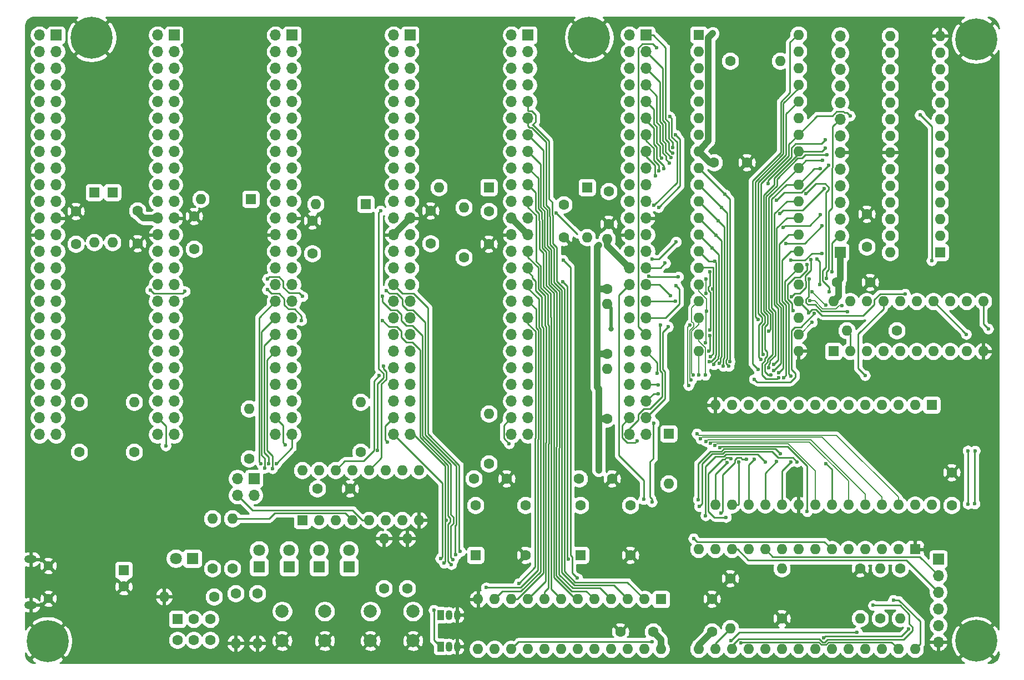
<source format=gbr>
G04 #@! TF.GenerationSoftware,KiCad,Pcbnew,(5.1.10-1-10_14)*
G04 #@! TF.CreationDate,2021-10-31T19:01:14+01:00*
G04 #@! TF.ProjectId,cpu_backplane,6370755f-6261-4636-9b70-6c616e652e6b,rev?*
G04 #@! TF.SameCoordinates,Original*
G04 #@! TF.FileFunction,Copper,L2,Bot*
G04 #@! TF.FilePolarity,Positive*
%FSLAX46Y46*%
G04 Gerber Fmt 4.6, Leading zero omitted, Abs format (unit mm)*
G04 Created by KiCad (PCBNEW (5.1.10-1-10_14)) date 2021-10-31 19:01:14*
%MOMM*%
%LPD*%
G01*
G04 APERTURE LIST*
G04 #@! TA.AperFunction,ComponentPad*
%ADD10R,1.050000X1.500000*%
G04 #@! TD*
G04 #@! TA.AperFunction,ComponentPad*
%ADD11O,1.050000X1.500000*%
G04 #@! TD*
G04 #@! TA.AperFunction,ComponentPad*
%ADD12C,1.600000*%
G04 #@! TD*
G04 #@! TA.AperFunction,ComponentPad*
%ADD13O,1.600000X1.600000*%
G04 #@! TD*
G04 #@! TA.AperFunction,ComponentPad*
%ADD14R,1.600000X1.600000*%
G04 #@! TD*
G04 #@! TA.AperFunction,ComponentPad*
%ADD15O,1.700000X1.700000*%
G04 #@! TD*
G04 #@! TA.AperFunction,ComponentPad*
%ADD16R,1.700000X1.700000*%
G04 #@! TD*
G04 #@! TA.AperFunction,ComponentPad*
%ADD17C,1.800000*%
G04 #@! TD*
G04 #@! TA.AperFunction,ComponentPad*
%ADD18R,1.800000X1.800000*%
G04 #@! TD*
G04 #@! TA.AperFunction,ComponentPad*
%ADD19C,6.400000*%
G04 #@! TD*
G04 #@! TA.AperFunction,ComponentPad*
%ADD20O,1.900000X1.200000*%
G04 #@! TD*
G04 #@! TA.AperFunction,ComponentPad*
%ADD21C,1.450000*%
G04 #@! TD*
G04 #@! TA.AperFunction,ComponentPad*
%ADD22C,2.000000*%
G04 #@! TD*
G04 #@! TA.AperFunction,ViaPad*
%ADD23C,0.600000*%
G04 #@! TD*
G04 #@! TA.AperFunction,ViaPad*
%ADD24C,0.800000*%
G04 #@! TD*
G04 #@! TA.AperFunction,Conductor*
%ADD25C,0.250000*%
G04 #@! TD*
G04 #@! TA.AperFunction,Conductor*
%ADD26C,0.500000*%
G04 #@! TD*
G04 #@! TA.AperFunction,Conductor*
%ADD27C,0.154000*%
G04 #@! TD*
G04 #@! TA.AperFunction,Conductor*
%ADD28C,1.000000*%
G04 #@! TD*
G04 #@! TA.AperFunction,Conductor*
%ADD29C,0.254000*%
G04 #@! TD*
G04 #@! TA.AperFunction,Conductor*
%ADD30C,0.100000*%
G04 #@! TD*
G04 APERTURE END LIST*
D10*
G04 #@! TO.P,IC2,1*
G04 #@! TO.N,~NMI~*
X64008000Y-96774000D03*
D11*
G04 #@! TO.P,IC2,3*
G04 #@! TO.N,GND*
X66548000Y-96774000D03*
G04 #@! TO.P,IC2,2*
G04 #@! TO.N,+5V*
X65278000Y-96774000D03*
G04 #@! TD*
D10*
G04 #@! TO.P,IC1,1*
G04 #@! TO.N,~RESET~*
X64008000Y-91948000D03*
D11*
G04 #@! TO.P,IC1,3*
G04 #@! TO.N,GND*
X66548000Y-91948000D03*
G04 #@! TO.P,IC1,2*
G04 #@! TO.N,+5V*
X65278000Y-91948000D03*
G04 #@! TD*
D12*
G04 #@! TO.P,C18,2*
G04 #@! TO.N,GND*
X141986000Y-70184000D03*
G04 #@! TO.P,C18,1*
G04 #@! TO.N,+5V*
X141986000Y-75184000D03*
G04 #@! TD*
D13*
G04 #@! TO.P,R27,2*
G04 #@! TO.N,Net-(R27-Pad2)*
X115824000Y-7366000D03*
D12*
G04 #@! TO.P,R27,1*
G04 #@! TO.N,+5V*
X108204000Y-7366000D03*
G04 #@! TD*
D13*
G04 #@! TO.P,U8,28*
G04 #@! TO.N,+5V*
X138938000Y-75120500D03*
G04 #@! TO.P,U8,14*
G04 #@! TO.N,GND*
X105918000Y-59880500D03*
G04 #@! TO.P,U8,27*
G04 #@! TO.N,Net-(R23-Pad2)*
X136398000Y-75120500D03*
G04 #@! TO.P,U8,13*
G04 #@! TO.N,D2*
X108458000Y-59880500D03*
G04 #@! TO.P,U8,26*
G04 #@! TO.N,A13*
X133858000Y-75120500D03*
G04 #@! TO.P,U8,12*
G04 #@! TO.N,D1*
X110998000Y-59880500D03*
G04 #@! TO.P,U8,25*
G04 #@! TO.N,A8*
X131318000Y-75120500D03*
G04 #@! TO.P,U8,11*
G04 #@! TO.N,D0*
X113538000Y-59880500D03*
G04 #@! TO.P,U8,24*
G04 #@! TO.N,A9*
X128778000Y-75120500D03*
G04 #@! TO.P,U8,10*
G04 #@! TO.N,A0*
X116078000Y-59880500D03*
G04 #@! TO.P,U8,23*
G04 #@! TO.N,A11*
X126238000Y-75120500D03*
G04 #@! TO.P,U8,9*
G04 #@! TO.N,A1*
X118618000Y-59880500D03*
G04 #@! TO.P,U8,22*
G04 #@! TO.N,~ROM_CS~*
X123698000Y-75120500D03*
G04 #@! TO.P,U8,8*
G04 #@! TO.N,A2*
X121158000Y-59880500D03*
G04 #@! TO.P,U8,21*
G04 #@! TO.N,A10*
X121158000Y-75120500D03*
G04 #@! TO.P,U8,7*
G04 #@! TO.N,A3*
X123698000Y-59880500D03*
G04 #@! TO.P,U8,20*
G04 #@! TO.N,GND*
X118618000Y-75120500D03*
G04 #@! TO.P,U8,6*
G04 #@! TO.N,A4*
X126238000Y-59880500D03*
G04 #@! TO.P,U8,19*
G04 #@! TO.N,D7*
X116078000Y-75120500D03*
G04 #@! TO.P,U8,5*
G04 #@! TO.N,A5*
X128778000Y-59880500D03*
G04 #@! TO.P,U8,18*
G04 #@! TO.N,D6*
X113538000Y-75120500D03*
G04 #@! TO.P,U8,4*
G04 #@! TO.N,A6*
X131318000Y-59880500D03*
G04 #@! TO.P,U8,17*
G04 #@! TO.N,D5*
X110998000Y-75120500D03*
G04 #@! TO.P,U8,3*
G04 #@! TO.N,A7*
X133858000Y-59880500D03*
G04 #@! TO.P,U8,16*
G04 #@! TO.N,D4*
X108458000Y-75120500D03*
G04 #@! TO.P,U8,2*
G04 #@! TO.N,A12*
X136398000Y-59880500D03*
G04 #@! TO.P,U8,15*
G04 #@! TO.N,D3*
X105918000Y-75120500D03*
D14*
G04 #@! TO.P,U8,1*
G04 #@! TO.N,A14*
X138938000Y-59880500D03*
G04 #@! TD*
D13*
G04 #@! TO.P,R26,2*
G04 #@! TO.N,/~DSR~*
X128016000Y-92456000D03*
D12*
G04 #@! TO.P,R26,1*
G04 #@! TO.N,GND*
X128016000Y-84836000D03*
G04 #@! TD*
D13*
G04 #@! TO.P,R25,2*
G04 #@! TO.N,Net-(R25-Pad2)*
X108204000Y-93980000D03*
D12*
G04 #@! TO.P,R25,1*
G04 #@! TO.N,GND*
X108204000Y-86360000D03*
G04 #@! TD*
D13*
G04 #@! TO.P,R24,2*
G04 #@! TO.N,/~CTS~*
X116078000Y-84836000D03*
D12*
G04 #@! TO.P,R24,1*
G04 #@! TO.N,GND*
X116078000Y-92456000D03*
G04 #@! TD*
D13*
G04 #@! TO.P,R23,2*
G04 #@! TO.N,Net-(R23-Pad2)*
X131064000Y-84836000D03*
D12*
G04 #@! TO.P,R23,1*
G04 #@! TO.N,+5V*
X131064000Y-92456000D03*
G04 #@! TD*
D13*
G04 #@! TO.P,R22,2*
G04 #@! TO.N,~IRQ5~*
X8890000Y-59436000D03*
D12*
G04 #@! TO.P,R22,1*
G04 #@! TO.N,+5V*
X8890000Y-67056000D03*
G04 #@! TD*
D13*
G04 #@! TO.P,R21,2*
G04 #@! TO.N,~IRQ0~*
X125984000Y-48514000D03*
D12*
G04 #@! TO.P,R21,1*
G04 #@! TO.N,+5V*
X133604000Y-48514000D03*
G04 #@! TD*
D13*
G04 #@! TO.P,R18,2*
G04 #@! TO.N,/DS2*
X29210000Y-77216000D03*
D12*
G04 #@! TO.P,R18,1*
G04 #@! TO.N,+5V*
X29210000Y-84836000D03*
G04 #@! TD*
D13*
G04 #@! TO.P,R17,2*
G04 #@! TO.N,/DS1*
X32258000Y-77216000D03*
D12*
G04 #@! TO.P,R17,1*
G04 #@! TO.N,+5V*
X32258000Y-84836000D03*
G04 #@! TD*
D13*
G04 #@! TO.P,R15,2*
G04 #@! TO.N,+5V*
X134112000Y-92456000D03*
D12*
G04 #@! TO.P,R15,1*
G04 #@! TO.N,Net-(R15-Pad1)*
X134112000Y-84836000D03*
G04 #@! TD*
D13*
G04 #@! TO.P,R14,2*
G04 #@! TO.N,~INH~*
X89408000Y-34544000D03*
D12*
G04 #@! TO.P,R14,1*
G04 #@! TO.N,+5V*
X89408000Y-42164000D03*
G04 #@! TD*
D13*
G04 #@! TO.P,R13,2*
G04 #@! TO.N,GND*
X58928000Y-80264000D03*
D12*
G04 #@! TO.P,R13,1*
G04 #@! TO.N,Net-(LED4-Pad1)*
X58928000Y-87884000D03*
G04 #@! TD*
D13*
G04 #@! TO.P,R12,2*
G04 #@! TO.N,GND*
X55372000Y-80264000D03*
D12*
G04 #@! TO.P,R12,1*
G04 #@! TO.N,Net-(LED3-Pad1)*
X55372000Y-87884000D03*
G04 #@! TD*
D13*
G04 #@! TO.P,R11,2*
G04 #@! TO.N,GND*
X36068000Y-96266000D03*
D12*
G04 #@! TO.P,R11,1*
G04 #@! TO.N,Net-(LED2-Pad1)*
X36068000Y-88646000D03*
G04 #@! TD*
D13*
G04 #@! TO.P,R10,2*
G04 #@! TO.N,GND*
X32766000Y-96266000D03*
D12*
G04 #@! TO.P,R10,1*
G04 #@! TO.N,Net-(LED1-Pad1)*
X32766000Y-88646000D03*
G04 #@! TD*
D13*
G04 #@! TO.P,R9,2*
G04 #@! TO.N,GND*
X21844000Y-89154000D03*
D12*
G04 #@! TO.P,R9,1*
G04 #@! TO.N,Net-(D1-Pad1)*
X29464000Y-89154000D03*
G04 #@! TD*
D13*
G04 #@! TO.P,R8,2*
G04 #@! TO.N,BE*
X89408000Y-54356000D03*
D12*
G04 #@! TO.P,R8,1*
G04 #@! TO.N,+5V*
X89408000Y-61976000D03*
G04 #@! TD*
D13*
G04 #@! TO.P,R6,2*
G04 #@! TO.N,~IRQ1~*
X71374000Y-61214000D03*
D12*
G04 #@! TO.P,R6,1*
G04 #@! TO.N,+5V*
X71374000Y-68834000D03*
G04 #@! TD*
D13*
G04 #@! TO.P,R5,2*
G04 #@! TO.N,~IRQ2~*
X51816000Y-59436000D03*
D12*
G04 #@! TO.P,R5,1*
G04 #@! TO.N,+5V*
X51816000Y-67056000D03*
G04 #@! TD*
D13*
G04 #@! TO.P,R4,2*
G04 #@! TO.N,~IRQ3~*
X34798000Y-60452000D03*
D12*
G04 #@! TO.P,R4,1*
G04 #@! TO.N,+5V*
X34798000Y-68072000D03*
G04 #@! TD*
D13*
G04 #@! TO.P,R3,2*
G04 #@! TO.N,~IRQ4~*
X17272000Y-59436000D03*
D12*
G04 #@! TO.P,R3,1*
G04 #@! TO.N,+5V*
X17272000Y-67056000D03*
G04 #@! TD*
D13*
G04 #@! TO.P,R2,2*
G04 #@! TO.N,~SLOW~*
X67564000Y-29718000D03*
D12*
G04 #@! TO.P,R2,1*
G04 #@! TO.N,+5V*
X67564000Y-37338000D03*
G04 #@! TD*
D13*
G04 #@! TO.P,R1,2*
G04 #@! TO.N,RDY*
X89408000Y-44450000D03*
D12*
G04 #@! TO.P,R1,1*
G04 #@! TO.N,+5V*
X89408000Y-52070000D03*
G04 #@! TD*
D15*
G04 #@! TO.P,J4,14*
G04 #@! TO.N,D3*
X124968000Y-3556000D03*
G04 #@! TO.P,J4,13*
G04 #@! TO.N,D4*
X124968000Y-6096000D03*
G04 #@! TO.P,J4,12*
G04 #@! TO.N,D5*
X124968000Y-8636000D03*
G04 #@! TO.P,J4,11*
G04 #@! TO.N,D6*
X124968000Y-11176000D03*
G04 #@! TO.P,J4,10*
G04 #@! TO.N,D7*
X124968000Y-13716000D03*
G04 #@! TO.P,J4,9*
G04 #@! TO.N,~RAM_CS~*
X124968000Y-16256000D03*
G04 #@! TO.P,J4,8*
G04 #@! TO.N,A10*
X124968000Y-18796000D03*
G04 #@! TO.P,J4,7*
G04 #@! TO.N,GND*
X124968000Y-21336000D03*
G04 #@! TO.P,J4,6*
G04 #@! TO.N,A11*
X124968000Y-23876000D03*
G04 #@! TO.P,J4,5*
G04 #@! TO.N,A9*
X124968000Y-26416000D03*
G04 #@! TO.P,J4,4*
G04 #@! TO.N,A8*
X124968000Y-28956000D03*
G04 #@! TO.P,J4,3*
G04 #@! TO.N,A13*
X124968000Y-31496000D03*
G04 #@! TO.P,J4,2*
G04 #@! TO.N,~RAMW~*
X124968000Y-34036000D03*
D16*
G04 #@! TO.P,J4,1*
G04 #@! TO.N,+5V*
X124968000Y-36576000D03*
G04 #@! TD*
D12*
G04 #@! TO.P,C5,2*
G04 #@! TO.N,+5V*
X82804000Y-29290000D03*
G04 #@! TO.P,C5,1*
G04 #@! TO.N,GND*
X82804000Y-34290000D03*
G04 #@! TD*
D13*
G04 #@! TO.P,U7,28*
G04 #@! TO.N,+5V*
X132588000Y-36576000D03*
G04 #@! TO.P,U7,14*
G04 #@! TO.N,GND*
X140208000Y-3556000D03*
G04 #@! TO.P,U7,27*
G04 #@! TO.N,~RAMW~*
X132588000Y-34036000D03*
G04 #@! TO.P,U7,13*
G04 #@! TO.N,D2*
X140208000Y-6096000D03*
G04 #@! TO.P,U7,26*
G04 #@! TO.N,A13*
X132588000Y-31496000D03*
G04 #@! TO.P,U7,12*
G04 #@! TO.N,D1*
X140208000Y-8636000D03*
G04 #@! TO.P,U7,25*
G04 #@! TO.N,A8*
X132588000Y-28956000D03*
G04 #@! TO.P,U7,11*
G04 #@! TO.N,D0*
X140208000Y-11176000D03*
G04 #@! TO.P,U7,24*
G04 #@! TO.N,A9*
X132588000Y-26416000D03*
G04 #@! TO.P,U7,10*
G04 #@! TO.N,A0*
X140208000Y-13716000D03*
G04 #@! TO.P,U7,23*
G04 #@! TO.N,A11*
X132588000Y-23876000D03*
G04 #@! TO.P,U7,9*
G04 #@! TO.N,A1*
X140208000Y-16256000D03*
G04 #@! TO.P,U7,22*
G04 #@! TO.N,GND*
X132588000Y-21336000D03*
G04 #@! TO.P,U7,8*
G04 #@! TO.N,A2*
X140208000Y-18796000D03*
G04 #@! TO.P,U7,21*
G04 #@! TO.N,A10*
X132588000Y-18796000D03*
G04 #@! TO.P,U7,7*
G04 #@! TO.N,A3*
X140208000Y-21336000D03*
G04 #@! TO.P,U7,20*
G04 #@! TO.N,~RAM_CS~*
X132588000Y-16256000D03*
G04 #@! TO.P,U7,6*
G04 #@! TO.N,A4*
X140208000Y-23876000D03*
G04 #@! TO.P,U7,19*
G04 #@! TO.N,D7*
X132588000Y-13716000D03*
G04 #@! TO.P,U7,5*
G04 #@! TO.N,A5*
X140208000Y-26416000D03*
G04 #@! TO.P,U7,18*
G04 #@! TO.N,D6*
X132588000Y-11176000D03*
G04 #@! TO.P,U7,4*
G04 #@! TO.N,A6*
X140208000Y-28956000D03*
G04 #@! TO.P,U7,17*
G04 #@! TO.N,D5*
X132588000Y-8636000D03*
G04 #@! TO.P,U7,3*
G04 #@! TO.N,A7*
X140208000Y-31496000D03*
G04 #@! TO.P,U7,16*
G04 #@! TO.N,D4*
X132588000Y-6096000D03*
G04 #@! TO.P,U7,2*
G04 #@! TO.N,A12*
X140208000Y-34036000D03*
G04 #@! TO.P,U7,15*
G04 #@! TO.N,D3*
X132588000Y-3556000D03*
D14*
G04 #@! TO.P,U7,1*
G04 #@! TO.N,A14*
X140208000Y-36576000D03*
G04 #@! TD*
D17*
G04 #@! TO.P,LED4,2*
G04 #@! TO.N,LED4*
X50038000Y-82042000D03*
D18*
G04 #@! TO.P,LED4,1*
G04 #@! TO.N,Net-(LED4-Pad1)*
X50038000Y-84582000D03*
G04 #@! TD*
D17*
G04 #@! TO.P,LED3,2*
G04 #@! TO.N,LED3*
X45466000Y-82042000D03*
D18*
G04 #@! TO.P,LED3,1*
G04 #@! TO.N,Net-(LED3-Pad1)*
X45466000Y-84582000D03*
G04 #@! TD*
D17*
G04 #@! TO.P,LED2,2*
G04 #@! TO.N,LED2*
X40894000Y-82042000D03*
D18*
G04 #@! TO.P,LED2,1*
G04 #@! TO.N,Net-(LED2-Pad1)*
X40894000Y-84582000D03*
G04 #@! TD*
D17*
G04 #@! TO.P,LED1,2*
G04 #@! TO.N,LED1*
X36322000Y-82042000D03*
D18*
G04 #@! TO.P,LED1,1*
G04 #@! TO.N,Net-(LED1-Pad1)*
X36322000Y-84582000D03*
G04 #@! TD*
D17*
G04 #@! TO.P,D1,2*
G04 #@! TO.N,+5V*
X23622000Y-83312000D03*
D18*
G04 #@! TO.P,D1,1*
G04 #@! TO.N,Net-(D1-Pad1)*
X26162000Y-83312000D03*
G04 #@! TD*
D12*
G04 #@! TO.P,C17,2*
G04 #@! TO.N,+5V*
X85170000Y-71120000D03*
G04 #@! TO.P,C17,1*
G04 #@! TO.N,GND*
X90170000Y-71120000D03*
G04 #@! TD*
G04 #@! TO.P,X3,4*
G04 #@! TO.N,GND*
X92964000Y-82804000D03*
G04 #@! TO.P,X3,5*
G04 #@! TO.N,Net-(U9-Pad6)*
X92964000Y-75184000D03*
G04 #@! TO.P,X3,8*
G04 #@! TO.N,+5V*
X85344000Y-75184000D03*
D14*
G04 #@! TO.P,X3,1*
G04 #@! TO.N,Net-(X3-Pad1)*
X85344000Y-82804000D03*
G04 #@! TD*
D13*
G04 #@! TO.P,U5,20*
G04 #@! TO.N,+5V*
X123952000Y-44069000D03*
G04 #@! TO.P,U5,10*
G04 #@! TO.N,GND*
X146812000Y-51689000D03*
G04 #@! TO.P,U5,19*
G04 #@! TO.N,~IRQ~*
X126492000Y-44069000D03*
G04 #@! TO.P,U5,9*
G04 #@! TO.N,A15*
X144272000Y-51689000D03*
G04 #@! TO.P,U5,18*
G04 #@! TO.N,~RAM_CS~*
X129032000Y-44069000D03*
G04 #@! TO.P,U5,8*
G04 #@! TO.N,~SER_IRQ~*
X141732000Y-51689000D03*
G04 #@! TO.P,U5,17*
G04 #@! TO.N,~ROM_CS~*
X131572000Y-44069000D03*
G04 #@! TO.P,U5,7*
G04 #@! TO.N,~IRQ5~*
X139192000Y-51689000D03*
G04 #@! TO.P,U5,16*
G04 #@! TO.N,~RAMW~*
X134112000Y-44069000D03*
G04 #@! TO.P,U5,6*
G04 #@! TO.N,~IRQ4~*
X136652000Y-51689000D03*
G04 #@! TO.P,U5,15*
G04 #@! TO.N,Net-(U5-Pad15)*
X136652000Y-44069000D03*
G04 #@! TO.P,U5,5*
G04 #@! TO.N,~IRQ3~*
X134112000Y-51689000D03*
G04 #@! TO.P,U5,14*
G04 #@! TO.N,~SIRQ~*
X139192000Y-44069000D03*
G04 #@! TO.P,U5,4*
G04 #@! TO.N,~IRQ2~*
X131572000Y-51689000D03*
G04 #@! TO.P,U5,13*
G04 #@! TO.N,~INH~*
X141732000Y-44069000D03*
G04 #@! TO.P,U5,3*
G04 #@! TO.N,~IRQ1~*
X129032000Y-51689000D03*
G04 #@! TO.P,U5,12*
G04 #@! TO.N,~SSEL~*
X144272000Y-44069000D03*
G04 #@! TO.P,U5,2*
G04 #@! TO.N,~IRQ0~*
X126492000Y-51689000D03*
G04 #@! TO.P,U5,11*
G04 #@! TO.N,R~W~*
X146812000Y-44069000D03*
D14*
G04 #@! TO.P,U5,1*
G04 #@! TO.N,CLK*
X123952000Y-51689000D03*
G04 #@! TD*
D13*
G04 #@! TO.P,U1,16*
G04 #@! TO.N,+5V*
X42926000Y-69850000D03*
G04 #@! TO.P,U1,8*
G04 #@! TO.N,GND*
X60706000Y-77470000D03*
G04 #@! TO.P,U1,15*
G04 #@! TO.N,Net-(U1-Pad15)*
X45466000Y-69850000D03*
G04 #@! TO.P,U1,7*
G04 #@! TO.N,+5V*
X58166000Y-77470000D03*
G04 #@! TO.P,U1,14*
G04 #@! TO.N,CLK_12M*
X48006000Y-69850000D03*
G04 #@! TO.P,U1,6*
G04 #@! TO.N,+5V*
X55626000Y-77470000D03*
G04 #@! TO.P,U1,13*
G04 #@! TO.N,Net-(U1-Pad13)*
X50546000Y-69850000D03*
G04 #@! TO.P,U1,5*
G04 #@! TO.N,/DS2*
X53086000Y-77470000D03*
G04 #@! TO.P,U1,12*
G04 #@! TO.N,CLK*
X53086000Y-69850000D03*
G04 #@! TO.P,U1,4*
G04 #@! TO.N,/DS1*
X50546000Y-77470000D03*
G04 #@! TO.P,U1,11*
G04 #@! TO.N,Net-(U1-Pad11)*
X55626000Y-69850000D03*
G04 #@! TO.P,U1,3*
G04 #@! TO.N,+5V*
X48006000Y-77470000D03*
G04 #@! TO.P,U1,10*
X58166000Y-69850000D03*
G04 #@! TO.P,U1,2*
G04 #@! TO.N,/CLK_24M*
X45466000Y-77470000D03*
G04 #@! TO.P,U1,9*
G04 #@! TO.N,Net-(U1-Pad11)*
X60706000Y-69850000D03*
D14*
G04 #@! TO.P,U1,1*
G04 #@! TO.N,~RESET~*
X42926000Y-77470000D03*
G04 #@! TD*
D13*
G04 #@! TO.P,D8,2*
G04 #@! TO.N,~SLOW~*
X98806000Y-71882000D03*
D14*
G04 #@! TO.P,D8,1*
G04 #@! TO.N,~ROM_CS~*
X98806000Y-64262000D03*
G04 #@! TD*
D13*
G04 #@! TO.P,D7,2*
G04 #@! TO.N,~SLOW~*
X27432000Y-28448000D03*
D14*
G04 #@! TO.P,D7,1*
G04 #@! TO.N,Net-(D7-Pad1)*
X35052000Y-28448000D03*
G04 #@! TD*
D13*
G04 #@! TO.P,D6,2*
G04 #@! TO.N,~SLOW~*
X44958000Y-29210000D03*
D14*
G04 #@! TO.P,D6,1*
G04 #@! TO.N,Net-(D6-Pad1)*
X52578000Y-29210000D03*
G04 #@! TD*
D13*
G04 #@! TO.P,D5,2*
G04 #@! TO.N,~SLOW~*
X11176000Y-35052000D03*
D14*
G04 #@! TO.P,D5,1*
G04 #@! TO.N,Net-(D5-Pad1)*
X11176000Y-27432000D03*
G04 #@! TD*
D13*
G04 #@! TO.P,D4,2*
G04 #@! TO.N,~SLOW~*
X63754000Y-26670000D03*
D14*
G04 #@! TO.P,D4,1*
G04 #@! TO.N,Net-(D4-Pad1)*
X71374000Y-26670000D03*
G04 #@! TD*
D13*
G04 #@! TO.P,D3,2*
G04 #@! TO.N,~SLOW~*
X86360000Y-34290000D03*
D14*
G04 #@! TO.P,D3,1*
G04 #@! TO.N,Net-(D3-Pad1)*
X86360000Y-26670000D03*
G04 #@! TD*
D13*
G04 #@! TO.P,D2,2*
G04 #@! TO.N,~SLOW~*
X13970000Y-35052000D03*
D14*
G04 #@! TO.P,D2,1*
G04 #@! TO.N,Net-(D2-Pad1)*
X13970000Y-27432000D03*
G04 #@! TD*
D12*
G04 #@! TO.P,C16,2*
G04 #@! TO.N,+5V*
X96440000Y-94488000D03*
G04 #@! TO.P,C16,1*
G04 #@! TO.N,GND*
X91440000Y-94488000D03*
G04 #@! TD*
G04 #@! TO.P,C15,2*
G04 #@! TO.N,+5V*
X124540000Y-41148000D03*
G04 #@! TO.P,C15,1*
G04 #@! TO.N,GND*
X129540000Y-41148000D03*
G04 #@! TD*
G04 #@! TO.P,C14,2*
G04 #@! TO.N,GND*
X105410000Y-89488000D03*
G04 #@! TO.P,C14,1*
G04 #@! TO.N,+5V*
X105410000Y-94488000D03*
G04 #@! TD*
G04 #@! TO.P,C12,2*
G04 #@! TO.N,+5V*
X105744000Y-22860000D03*
G04 #@! TO.P,C12,1*
G04 #@! TO.N,GND*
X110744000Y-22860000D03*
G04 #@! TD*
G04 #@! TO.P,C11,2*
G04 #@! TO.N,+5V*
X71374000Y-30306000D03*
G04 #@! TO.P,C11,1*
G04 #@! TO.N,GND*
X71374000Y-35306000D03*
G04 #@! TD*
G04 #@! TO.P,C10,2*
G04 #@! TO.N,GND*
X26416000Y-31068000D03*
G04 #@! TO.P,C10,1*
G04 #@! TO.N,+5V*
X26416000Y-36068000D03*
G04 #@! TD*
G04 #@! TO.P,C9,2*
G04 #@! TO.N,+5V*
X129032000Y-35734000D03*
G04 #@! TO.P,C9,1*
G04 #@! TO.N,GND*
X129032000Y-30734000D03*
G04 #@! TD*
G04 #@! TO.P,C8,2*
G04 #@! TO.N,GND*
X17780000Y-35226000D03*
G04 #@! TO.P,C8,1*
G04 #@! TO.N,+5V*
X17780000Y-30226000D03*
G04 #@! TD*
G04 #@! TO.P,C7,2*
G04 #@! TO.N,GND*
X8382000Y-30306000D03*
G04 #@! TO.P,C7,1*
G04 #@! TO.N,+5V*
X8382000Y-35306000D03*
G04 #@! TD*
G04 #@! TO.P,C6,2*
G04 #@! TO.N,+5V*
X44450000Y-36750000D03*
G04 #@! TO.P,C6,1*
G04 #@! TO.N,GND*
X44450000Y-31750000D03*
G04 #@! TD*
G04 #@! TO.P,C4,2*
G04 #@! TO.N,GND*
X74088000Y-71120000D03*
G04 #@! TO.P,C4,1*
G04 #@! TO.N,+5V*
X69088000Y-71120000D03*
G04 #@! TD*
G04 #@! TO.P,C3,2*
G04 #@! TO.N,+5V*
X62484000Y-35226000D03*
G04 #@! TO.P,C3,1*
G04 #@! TO.N,GND*
X62484000Y-30226000D03*
G04 #@! TD*
G04 #@! TO.P,C2,2*
G04 #@! TO.N,GND*
X50212000Y-72644000D03*
G04 #@! TO.P,C2,1*
G04 #@! TO.N,+5V*
X45212000Y-72644000D03*
G04 #@! TD*
G04 #@! TO.P,C1,2*
G04 #@! TO.N,+5V*
X89662000Y-27258000D03*
G04 #@! TO.P,C1,1*
G04 #@! TO.N,GND*
X89662000Y-32258000D03*
G04 #@! TD*
D15*
G04 #@! TO.P,SLOT0,50*
G04 #@! TO.N,~NMI~*
X92837000Y-64389000D03*
G04 #@! TO.P,SLOT0,49*
G04 #@! TO.N,~RESET~*
X95377000Y-64389000D03*
G04 #@! TO.P,SLOT0,48*
G04 #@! TO.N,~IRQ0~*
X92837000Y-61849000D03*
G04 #@! TO.P,SLOT0,47*
G04 #@! TO.N,SYNC*
X95377000Y-61849000D03*
G04 #@! TO.P,SLOT0,46*
G04 #@! TO.N,EX3*
X92837000Y-59309000D03*
G04 #@! TO.P,SLOT0,45*
G04 #@! TO.N,~IRQ~*
X95377000Y-59309000D03*
G04 #@! TO.P,SLOT0,44*
G04 #@! TO.N,EX2*
X92837000Y-56769000D03*
G04 #@! TO.P,SLOT0,43*
G04 #@! TO.N,R~W~*
X95377000Y-56769000D03*
G04 #@! TO.P,SLOT0,42*
G04 #@! TO.N,CLK_12M*
X92837000Y-54229000D03*
G04 #@! TO.P,SLOT0,41*
G04 #@! TO.N,CLK*
X95377000Y-54229000D03*
G04 #@! TO.P,SLOT0,40*
G04 #@! TO.N,LED4*
X92837000Y-51689000D03*
G04 #@! TO.P,SLOT0,39*
G04 #@! TO.N,BE*
X95377000Y-51689000D03*
G04 #@! TO.P,SLOT0,38*
G04 #@! TO.N,LED3*
X92837000Y-49149000D03*
G04 #@! TO.P,SLOT0,37*
G04 #@! TO.N,RDY*
X95377000Y-49149000D03*
G04 #@! TO.P,SLOT0,36*
G04 #@! TO.N,LED2*
X92837000Y-46609000D03*
G04 #@! TO.P,SLOT0,35*
G04 #@! TO.N,A15*
X95377000Y-46609000D03*
G04 #@! TO.P,SLOT0,34*
G04 #@! TO.N,LED1*
X92837000Y-44069000D03*
G04 #@! TO.P,SLOT0,33*
G04 #@! TO.N,A14*
X95377000Y-44069000D03*
G04 #@! TO.P,SLOT0,32*
G04 #@! TO.N,~SLOT0~*
X92837000Y-41529000D03*
G04 #@! TO.P,SLOT0,31*
G04 #@! TO.N,A13*
X95377000Y-41529000D03*
G04 #@! TO.P,SLOT0,30*
G04 #@! TO.N,~INH~*
X92837000Y-38989000D03*
G04 #@! TO.P,SLOT0,29*
G04 #@! TO.N,A12*
X95377000Y-38989000D03*
G04 #@! TO.P,SLOT0,28*
G04 #@! TO.N,~SSEL~*
X92837000Y-36449000D03*
G04 #@! TO.P,SLOT0,27*
G04 #@! TO.N,A11*
X95377000Y-36449000D03*
G04 #@! TO.P,SLOT0,26*
G04 #@! TO.N,GND*
X92837000Y-33909000D03*
G04 #@! TO.P,SLOT0,25*
G04 #@! TO.N,+5V*
X95377000Y-33909000D03*
G04 #@! TO.P,SLOT0,24*
X92837000Y-31369000D03*
G04 #@! TO.P,SLOT0,23*
G04 #@! TO.N,GND*
X95377000Y-31369000D03*
G04 #@! TO.P,SLOT0,22*
G04 #@! TO.N,Net-(D3-Pad1)*
X92837000Y-28829000D03*
G04 #@! TO.P,SLOT0,21*
G04 #@! TO.N,A10*
X95377000Y-28829000D03*
G04 #@! TO.P,SLOT0,20*
G04 #@! TO.N,EX1*
X92837000Y-26289000D03*
G04 #@! TO.P,SLOT0,19*
G04 #@! TO.N,A9*
X95377000Y-26289000D03*
G04 #@! TO.P,SLOT0,18*
G04 #@! TO.N,EX0*
X92837000Y-23749000D03*
G04 #@! TO.P,SLOT0,17*
G04 #@! TO.N,A8*
X95377000Y-23749000D03*
G04 #@! TO.P,SLOT0,16*
G04 #@! TO.N,D7*
X92837000Y-21209000D03*
G04 #@! TO.P,SLOT0,15*
G04 #@! TO.N,A7*
X95377000Y-21209000D03*
G04 #@! TO.P,SLOT0,14*
G04 #@! TO.N,D6*
X92837000Y-18669000D03*
G04 #@! TO.P,SLOT0,13*
G04 #@! TO.N,A6*
X95377000Y-18669000D03*
G04 #@! TO.P,SLOT0,12*
G04 #@! TO.N,D5*
X92837000Y-16129000D03*
G04 #@! TO.P,SLOT0,11*
G04 #@! TO.N,A5*
X95377000Y-16129000D03*
G04 #@! TO.P,SLOT0,10*
G04 #@! TO.N,D4*
X92837000Y-13589000D03*
G04 #@! TO.P,SLOT0,9*
G04 #@! TO.N,A4*
X95377000Y-13589000D03*
G04 #@! TO.P,SLOT0,8*
G04 #@! TO.N,D3*
X92837000Y-11049000D03*
G04 #@! TO.P,SLOT0,7*
G04 #@! TO.N,A3*
X95377000Y-11049000D03*
G04 #@! TO.P,SLOT0,6*
G04 #@! TO.N,D2*
X92837000Y-8509000D03*
G04 #@! TO.P,SLOT0,5*
G04 #@! TO.N,A2*
X95377000Y-8509000D03*
G04 #@! TO.P,SLOT0,4*
G04 #@! TO.N,D1*
X92837000Y-5969000D03*
G04 #@! TO.P,SLOT0,3*
G04 #@! TO.N,A1*
X95377000Y-5969000D03*
G04 #@! TO.P,SLOT0,2*
G04 #@! TO.N,D0*
X92837000Y-3429000D03*
D16*
G04 #@! TO.P,SLOT0,1*
G04 #@! TO.N,A0*
X95377000Y-3429000D03*
G04 #@! TD*
D15*
G04 #@! TO.P,J3,6*
G04 #@! TO.N,GND*
X139954000Y-96075500D03*
G04 #@! TO.P,J3,5*
G04 #@! TO.N,/~RTS~*
X139954000Y-93535500D03*
G04 #@! TO.P,J3,4*
G04 #@! TO.N,+5V*
X139954000Y-90995500D03*
G04 #@! TO.P,J3,3*
G04 #@! TO.N,/RX*
X139954000Y-88455500D03*
G04 #@! TO.P,J3,2*
G04 #@! TO.N,/TX*
X139954000Y-85915500D03*
D16*
G04 #@! TO.P,J3,1*
G04 #@! TO.N,/~DSR~*
X139954000Y-83375500D03*
G04 #@! TD*
D19*
G04 #@! TO.P,H6,1*
G04 #@! TO.N,GND*
X145732500Y-4064000D03*
G04 #@! TD*
G04 #@! TO.P,H5,1*
G04 #@! TO.N,GND*
X145732500Y-95885000D03*
G04 #@! TD*
D13*
G04 #@! TO.P,U9,28*
G04 #@! TO.N,R~W~*
X136398000Y-97155000D03*
G04 #@! TO.P,U9,14*
G04 #@! TO.N,A1*
X103378000Y-81915000D03*
G04 #@! TO.P,U9,27*
G04 #@! TO.N,CLK*
X133858000Y-97155000D03*
G04 #@! TO.P,U9,13*
G04 #@! TO.N,A0*
X105918000Y-81915000D03*
G04 #@! TO.P,U9,26*
G04 #@! TO.N,~SIRQ~*
X131318000Y-97155000D03*
G04 #@! TO.P,U9,12*
G04 #@! TO.N,/RX*
X108458000Y-81915000D03*
G04 #@! TO.P,U9,25*
G04 #@! TO.N,D7*
X128778000Y-97155000D03*
G04 #@! TO.P,U9,11*
G04 #@! TO.N,Net-(U9-Pad11)*
X110998000Y-81915000D03*
G04 #@! TO.P,U9,24*
G04 #@! TO.N,D6*
X126238000Y-97155000D03*
G04 #@! TO.P,U9,10*
G04 #@! TO.N,/TX*
X113538000Y-81915000D03*
G04 #@! TO.P,U9,23*
G04 #@! TO.N,D5*
X123698000Y-97155000D03*
G04 #@! TO.P,U9,9*
G04 #@! TO.N,/~CTS~*
X116078000Y-81915000D03*
G04 #@! TO.P,U9,22*
G04 #@! TO.N,D4*
X121158000Y-97155000D03*
G04 #@! TO.P,U9,8*
G04 #@! TO.N,/~RTS~*
X118618000Y-81915000D03*
G04 #@! TO.P,U9,21*
G04 #@! TO.N,D3*
X118618000Y-97155000D03*
G04 #@! TO.P,U9,7*
G04 #@! TO.N,Net-(U9-Pad7)*
X121158000Y-81915000D03*
G04 #@! TO.P,U9,20*
G04 #@! TO.N,D2*
X116078000Y-97155000D03*
G04 #@! TO.P,U9,6*
G04 #@! TO.N,Net-(U9-Pad6)*
X123698000Y-81915000D03*
G04 #@! TO.P,U9,19*
G04 #@! TO.N,D1*
X113538000Y-97155000D03*
G04 #@! TO.P,U9,5*
G04 #@! TO.N,Net-(U9-Pad5)*
X126238000Y-81915000D03*
G04 #@! TO.P,U9,18*
G04 #@! TO.N,D0*
X110998000Y-97155000D03*
G04 #@! TO.P,U9,4*
G04 #@! TO.N,~RESET~*
X128778000Y-81915000D03*
G04 #@! TO.P,U9,17*
G04 #@! TO.N,/~DSR~*
X108458000Y-97155000D03*
G04 #@! TO.P,U9,3*
G04 #@! TO.N,~SER~*
X131318000Y-81915000D03*
G04 #@! TO.P,U9,16*
G04 #@! TO.N,Net-(R25-Pad2)*
X105918000Y-97155000D03*
G04 #@! TO.P,U9,2*
G04 #@! TO.N,Net-(R15-Pad1)*
X133858000Y-81915000D03*
G04 #@! TO.P,U9,15*
G04 #@! TO.N,+5V*
X103378000Y-97155000D03*
D14*
G04 #@! TO.P,U9,1*
G04 #@! TO.N,GND*
X136398000Y-81915000D03*
G04 #@! TD*
D13*
G04 #@! TO.P,U6,40*
G04 #@! TO.N,~RESET~*
X118618000Y-3365500D03*
G04 #@! TO.P,U6,20*
G04 #@! TO.N,A11*
X103378000Y-51625500D03*
G04 #@! TO.P,U6,39*
G04 #@! TO.N,Net-(U6-Pad39)*
X118618000Y-5905500D03*
G04 #@! TO.P,U6,19*
G04 #@! TO.N,A10*
X103378000Y-49085500D03*
G04 #@! TO.P,U6,38*
G04 #@! TO.N,Net-(R27-Pad2)*
X118618000Y-8445500D03*
G04 #@! TO.P,U6,18*
G04 #@! TO.N,A9*
X103378000Y-46545500D03*
G04 #@! TO.P,U6,37*
G04 #@! TO.N,CLK*
X118618000Y-10985500D03*
G04 #@! TO.P,U6,17*
G04 #@! TO.N,A8*
X103378000Y-44005500D03*
G04 #@! TO.P,U6,36*
G04 #@! TO.N,BE*
X118618000Y-13525500D03*
G04 #@! TO.P,U6,16*
G04 #@! TO.N,A7*
X103378000Y-41465500D03*
G04 #@! TO.P,U6,35*
G04 #@! TO.N,Net-(U6-Pad35)*
X118618000Y-16065500D03*
G04 #@! TO.P,U6,15*
G04 #@! TO.N,A6*
X103378000Y-38925500D03*
G04 #@! TO.P,U6,34*
G04 #@! TO.N,R~W~*
X118618000Y-18605500D03*
G04 #@! TO.P,U6,14*
G04 #@! TO.N,A5*
X103378000Y-36385500D03*
G04 #@! TO.P,U6,33*
G04 #@! TO.N,D0*
X118618000Y-21145500D03*
G04 #@! TO.P,U6,13*
G04 #@! TO.N,A4*
X103378000Y-33845500D03*
G04 #@! TO.P,U6,32*
G04 #@! TO.N,D1*
X118618000Y-23685500D03*
G04 #@! TO.P,U6,12*
G04 #@! TO.N,A3*
X103378000Y-31305500D03*
G04 #@! TO.P,U6,31*
G04 #@! TO.N,D2*
X118618000Y-26225500D03*
G04 #@! TO.P,U6,11*
G04 #@! TO.N,A2*
X103378000Y-28765500D03*
G04 #@! TO.P,U6,30*
G04 #@! TO.N,D3*
X118618000Y-28765500D03*
G04 #@! TO.P,U6,10*
G04 #@! TO.N,A1*
X103378000Y-26225500D03*
G04 #@! TO.P,U6,29*
G04 #@! TO.N,D4*
X118618000Y-31305500D03*
G04 #@! TO.P,U6,9*
G04 #@! TO.N,A0*
X103378000Y-23685500D03*
G04 #@! TO.P,U6,28*
G04 #@! TO.N,D5*
X118618000Y-33845500D03*
G04 #@! TO.P,U6,8*
G04 #@! TO.N,+5V*
X103378000Y-21145500D03*
G04 #@! TO.P,U6,27*
G04 #@! TO.N,D6*
X118618000Y-36385500D03*
G04 #@! TO.P,U6,7*
G04 #@! TO.N,SYNC*
X103378000Y-18605500D03*
G04 #@! TO.P,U6,26*
G04 #@! TO.N,D7*
X118618000Y-38925500D03*
G04 #@! TO.P,U6,6*
G04 #@! TO.N,~NMI~*
X103378000Y-16065500D03*
G04 #@! TO.P,U6,25*
G04 #@! TO.N,A15*
X118618000Y-41465500D03*
G04 #@! TO.P,U6,5*
G04 #@! TO.N,Net-(U6-Pad5)*
X103378000Y-13525500D03*
G04 #@! TO.P,U6,24*
G04 #@! TO.N,A14*
X118618000Y-44005500D03*
G04 #@! TO.P,U6,4*
G04 #@! TO.N,~IRQ~*
X103378000Y-10985500D03*
G04 #@! TO.P,U6,23*
G04 #@! TO.N,A13*
X118618000Y-46545500D03*
G04 #@! TO.P,U6,3*
G04 #@! TO.N,Net-(U6-Pad3)*
X103378000Y-8445500D03*
G04 #@! TO.P,U6,22*
G04 #@! TO.N,A12*
X118618000Y-49085500D03*
G04 #@! TO.P,U6,2*
G04 #@! TO.N,RDY*
X103378000Y-5905500D03*
G04 #@! TO.P,U6,21*
G04 #@! TO.N,GND*
X118618000Y-51625500D03*
D14*
G04 #@! TO.P,U6,1*
G04 #@! TO.N,Net-(U6-Pad1)*
X103378000Y-3365500D03*
G04 #@! TD*
D19*
G04 #@! TO.P,H3,1*
G04 #@! TO.N,GND*
X10795000Y-3810000D03*
G04 #@! TD*
G04 #@! TO.P,H2,1*
G04 #@! TO.N,GND*
X4064000Y-95948500D03*
G04 #@! TD*
G04 #@! TO.P,H1,1*
G04 #@! TO.N,GND*
X86677500Y-3810000D03*
G04 #@! TD*
D15*
G04 #@! TO.P,J2,4*
G04 #@! TO.N,/DS2*
X33020000Y-73660000D03*
G04 #@! TO.P,J2,3*
G04 #@! TO.N,~SLOW~*
X33020000Y-71120000D03*
G04 #@! TO.P,J2,2*
G04 #@! TO.N,/DS1*
X35560000Y-73660000D03*
D16*
G04 #@! TO.P,J2,1*
G04 #@! TO.N,~SLOW~*
X35560000Y-71120000D03*
G04 #@! TD*
D12*
G04 #@! TO.P,X1,4*
G04 #@! TO.N,GND*
X76962000Y-82804000D03*
G04 #@! TO.P,X1,5*
G04 #@! TO.N,/CLK_24M*
X76962000Y-75184000D03*
G04 #@! TO.P,X1,8*
G04 #@! TO.N,+5V*
X69342000Y-75184000D03*
D14*
G04 #@! TO.P,X1,1*
G04 #@! TO.N,Net-(X1-Pad1)*
X69342000Y-82804000D03*
G04 #@! TD*
D20*
G04 #@! TO.P,J1,6*
G04 #@! TO.N,GND*
X1493000Y-90431500D03*
X1493000Y-83431500D03*
D21*
X4193000Y-89431500D03*
X4193000Y-84431500D03*
G04 #@! TD*
D13*
G04 #@! TO.P,U4,24*
G04 #@! TO.N,+5V*
X97663000Y-97155000D03*
G04 #@! TO.P,U4,12*
G04 #@! TO.N,GND*
X69723000Y-89535000D03*
G04 #@! TO.P,U4,23*
G04 #@! TO.N,~SLOT0~*
X95123000Y-97155000D03*
G04 #@! TO.P,U4,11*
G04 #@! TO.N,A13*
X72263000Y-89535000D03*
G04 #@! TO.P,U4,22*
G04 #@! TO.N,~SLOT1~*
X92583000Y-97155000D03*
G04 #@! TO.P,U4,10*
G04 #@! TO.N,A12*
X74803000Y-89535000D03*
G04 #@! TO.P,U4,21*
G04 #@! TO.N,~SLOT2~*
X90043000Y-97155000D03*
G04 #@! TO.P,U4,9*
G04 #@! TO.N,A11*
X77343000Y-89535000D03*
G04 #@! TO.P,U4,20*
G04 #@! TO.N,~SLOT3~*
X87503000Y-97155000D03*
G04 #@! TO.P,U4,8*
G04 #@! TO.N,A10*
X79883000Y-89535000D03*
G04 #@! TO.P,U4,19*
G04 #@! TO.N,~SLOT4~*
X84963000Y-97155000D03*
G04 #@! TO.P,U4,7*
G04 #@! TO.N,A9*
X82423000Y-89535000D03*
G04 #@! TO.P,U4,18*
G04 #@! TO.N,~SLOT5~*
X82423000Y-97155000D03*
G04 #@! TO.P,U4,6*
G04 #@! TO.N,A8*
X84963000Y-89535000D03*
G04 #@! TO.P,U4,17*
G04 #@! TO.N,~SSEL~*
X79883000Y-97155000D03*
G04 #@! TO.P,U4,5*
G04 #@! TO.N,A7*
X87503000Y-89535000D03*
G04 #@! TO.P,U4,16*
G04 #@! TO.N,Net-(U4-Pad16)*
X77343000Y-97155000D03*
G04 #@! TO.P,U4,4*
G04 #@! TO.N,A6*
X90043000Y-89535000D03*
G04 #@! TO.P,U4,15*
G04 #@! TO.N,~SER~*
X74803000Y-97155000D03*
G04 #@! TO.P,U4,3*
G04 #@! TO.N,A5*
X92583000Y-89535000D03*
G04 #@! TO.P,U4,14*
G04 #@! TO.N,A15*
X72263000Y-97155000D03*
G04 #@! TO.P,U4,2*
G04 #@! TO.N,A4*
X95123000Y-89535000D03*
G04 #@! TO.P,U4,13*
G04 #@! TO.N,A14*
X69723000Y-97155000D03*
D14*
G04 #@! TO.P,U4,1*
G04 #@! TO.N,CLK*
X97663000Y-89535000D03*
G04 #@! TD*
D22*
G04 #@! TO.P,RESET1,1*
G04 #@! TO.N,GND*
X53317000Y-95885000D03*
G04 #@! TO.P,RESET1,2*
G04 #@! TO.N,~RESET~*
X53317000Y-91385000D03*
G04 #@! TO.P,RESET1,1*
G04 #@! TO.N,GND*
X59817000Y-95885000D03*
G04 #@! TO.P,RESET1,2*
G04 #@! TO.N,~RESET~*
X59817000Y-91385000D03*
G04 #@! TD*
G04 #@! TO.P,NMI1,1*
G04 #@! TO.N,GND*
X39855000Y-95885000D03*
G04 #@! TO.P,NMI1,2*
G04 #@! TO.N,~NMI~*
X39855000Y-91385000D03*
G04 #@! TO.P,NMI1,1*
G04 #@! TO.N,GND*
X46355000Y-95885000D03*
G04 #@! TO.P,NMI1,2*
G04 #@! TO.N,~NMI~*
X46355000Y-91385000D03*
G04 #@! TD*
D12*
G04 #@! TO.P,C13,2*
G04 #@! TO.N,GND*
X15684500Y-87590000D03*
D14*
G04 #@! TO.P,C13,1*
G04 #@! TO.N,+5V*
X15684500Y-85090000D03*
G04 #@! TD*
D12*
G04 #@! TO.P,SW1,6*
G04 #@! TO.N,N/C*
X28876000Y-95783000D03*
G04 #@! TO.P,SW1,5*
X26376000Y-95783000D03*
G04 #@! TO.P,SW1,4*
X23876000Y-95783000D03*
G04 #@! TO.P,SW1,3*
X28876000Y-92583000D03*
G04 #@! TO.P,SW1,2*
G04 #@! TO.N,+5V*
X26376000Y-92583000D03*
D14*
G04 #@! TO.P,SW1,1*
G04 #@! TO.N,Net-(J1-Pad1)*
X23876000Y-92583000D03*
G04 #@! TD*
D15*
G04 #@! TO.P,SLOT5,50*
G04 #@! TO.N,~NMI~*
X2837000Y-64389000D03*
G04 #@! TO.P,SLOT5,49*
G04 #@! TO.N,~RESET~*
X5377000Y-64389000D03*
G04 #@! TO.P,SLOT5,48*
G04 #@! TO.N,~IRQ5~*
X2837000Y-61849000D03*
G04 #@! TO.P,SLOT5,47*
G04 #@! TO.N,SYNC*
X5377000Y-61849000D03*
G04 #@! TO.P,SLOT5,46*
G04 #@! TO.N,EX3*
X2837000Y-59309000D03*
G04 #@! TO.P,SLOT5,45*
G04 #@! TO.N,~IRQ~*
X5377000Y-59309000D03*
G04 #@! TO.P,SLOT5,44*
G04 #@! TO.N,EX2*
X2837000Y-56769000D03*
G04 #@! TO.P,SLOT5,43*
G04 #@! TO.N,R~W~*
X5377000Y-56769000D03*
G04 #@! TO.P,SLOT5,42*
G04 #@! TO.N,CLK_12M*
X2837000Y-54229000D03*
G04 #@! TO.P,SLOT5,41*
G04 #@! TO.N,CLK*
X5377000Y-54229000D03*
G04 #@! TO.P,SLOT5,40*
G04 #@! TO.N,LED4*
X2837000Y-51689000D03*
G04 #@! TO.P,SLOT5,39*
G04 #@! TO.N,BE*
X5377000Y-51689000D03*
G04 #@! TO.P,SLOT5,38*
G04 #@! TO.N,LED3*
X2837000Y-49149000D03*
G04 #@! TO.P,SLOT5,37*
G04 #@! TO.N,RDY*
X5377000Y-49149000D03*
G04 #@! TO.P,SLOT5,36*
G04 #@! TO.N,LED2*
X2837000Y-46609000D03*
G04 #@! TO.P,SLOT5,35*
G04 #@! TO.N,A15*
X5377000Y-46609000D03*
G04 #@! TO.P,SLOT5,34*
G04 #@! TO.N,LED1*
X2837000Y-44069000D03*
G04 #@! TO.P,SLOT5,33*
G04 #@! TO.N,A14*
X5377000Y-44069000D03*
G04 #@! TO.P,SLOT5,32*
G04 #@! TO.N,~SLOT5~*
X2837000Y-41529000D03*
G04 #@! TO.P,SLOT5,31*
G04 #@! TO.N,A13*
X5377000Y-41529000D03*
G04 #@! TO.P,SLOT5,30*
G04 #@! TO.N,~INH~*
X2837000Y-38989000D03*
G04 #@! TO.P,SLOT5,29*
G04 #@! TO.N,A12*
X5377000Y-38989000D03*
G04 #@! TO.P,SLOT5,28*
G04 #@! TO.N,~SSEL~*
X2837000Y-36449000D03*
G04 #@! TO.P,SLOT5,27*
G04 #@! TO.N,A11*
X5377000Y-36449000D03*
G04 #@! TO.P,SLOT5,26*
G04 #@! TO.N,GND*
X2837000Y-33909000D03*
G04 #@! TO.P,SLOT5,25*
G04 #@! TO.N,+5V*
X5377000Y-33909000D03*
G04 #@! TO.P,SLOT5,24*
X2837000Y-31369000D03*
G04 #@! TO.P,SLOT5,23*
G04 #@! TO.N,GND*
X5377000Y-31369000D03*
G04 #@! TO.P,SLOT5,22*
G04 #@! TO.N,Net-(D5-Pad1)*
X2837000Y-28829000D03*
G04 #@! TO.P,SLOT5,21*
G04 #@! TO.N,A10*
X5377000Y-28829000D03*
G04 #@! TO.P,SLOT5,20*
G04 #@! TO.N,EX1*
X2837000Y-26289000D03*
G04 #@! TO.P,SLOT5,19*
G04 #@! TO.N,A9*
X5377000Y-26289000D03*
G04 #@! TO.P,SLOT5,18*
G04 #@! TO.N,EX0*
X2837000Y-23749000D03*
G04 #@! TO.P,SLOT5,17*
G04 #@! TO.N,A8*
X5377000Y-23749000D03*
G04 #@! TO.P,SLOT5,16*
G04 #@! TO.N,D7*
X2837000Y-21209000D03*
G04 #@! TO.P,SLOT5,15*
G04 #@! TO.N,A7*
X5377000Y-21209000D03*
G04 #@! TO.P,SLOT5,14*
G04 #@! TO.N,D6*
X2837000Y-18669000D03*
G04 #@! TO.P,SLOT5,13*
G04 #@! TO.N,A6*
X5377000Y-18669000D03*
G04 #@! TO.P,SLOT5,12*
G04 #@! TO.N,D5*
X2837000Y-16129000D03*
G04 #@! TO.P,SLOT5,11*
G04 #@! TO.N,A5*
X5377000Y-16129000D03*
G04 #@! TO.P,SLOT5,10*
G04 #@! TO.N,D4*
X2837000Y-13589000D03*
G04 #@! TO.P,SLOT5,9*
G04 #@! TO.N,A4*
X5377000Y-13589000D03*
G04 #@! TO.P,SLOT5,8*
G04 #@! TO.N,D3*
X2837000Y-11049000D03*
G04 #@! TO.P,SLOT5,7*
G04 #@! TO.N,A3*
X5377000Y-11049000D03*
G04 #@! TO.P,SLOT5,6*
G04 #@! TO.N,D2*
X2837000Y-8509000D03*
G04 #@! TO.P,SLOT5,5*
G04 #@! TO.N,A2*
X5377000Y-8509000D03*
G04 #@! TO.P,SLOT5,4*
G04 #@! TO.N,D1*
X2837000Y-5969000D03*
G04 #@! TO.P,SLOT5,3*
G04 #@! TO.N,A1*
X5377000Y-5969000D03*
G04 #@! TO.P,SLOT5,2*
G04 #@! TO.N,D0*
X2837000Y-3429000D03*
D16*
G04 #@! TO.P,SLOT5,1*
G04 #@! TO.N,A0*
X5377000Y-3429000D03*
G04 #@! TD*
D15*
G04 #@! TO.P,SLOT4,50*
G04 #@! TO.N,~NMI~*
X20837000Y-64389000D03*
G04 #@! TO.P,SLOT4,49*
G04 #@! TO.N,~RESET~*
X23377000Y-64389000D03*
G04 #@! TO.P,SLOT4,48*
G04 #@! TO.N,~IRQ4~*
X20837000Y-61849000D03*
G04 #@! TO.P,SLOT4,47*
G04 #@! TO.N,SYNC*
X23377000Y-61849000D03*
G04 #@! TO.P,SLOT4,46*
G04 #@! TO.N,EX3*
X20837000Y-59309000D03*
G04 #@! TO.P,SLOT4,45*
G04 #@! TO.N,~IRQ~*
X23377000Y-59309000D03*
G04 #@! TO.P,SLOT4,44*
G04 #@! TO.N,EX2*
X20837000Y-56769000D03*
G04 #@! TO.P,SLOT4,43*
G04 #@! TO.N,R~W~*
X23377000Y-56769000D03*
G04 #@! TO.P,SLOT4,42*
G04 #@! TO.N,CLK_12M*
X20837000Y-54229000D03*
G04 #@! TO.P,SLOT4,41*
G04 #@! TO.N,CLK*
X23377000Y-54229000D03*
G04 #@! TO.P,SLOT4,40*
G04 #@! TO.N,LED4*
X20837000Y-51689000D03*
G04 #@! TO.P,SLOT4,39*
G04 #@! TO.N,BE*
X23377000Y-51689000D03*
G04 #@! TO.P,SLOT4,38*
G04 #@! TO.N,LED3*
X20837000Y-49149000D03*
G04 #@! TO.P,SLOT4,37*
G04 #@! TO.N,RDY*
X23377000Y-49149000D03*
G04 #@! TO.P,SLOT4,36*
G04 #@! TO.N,LED2*
X20837000Y-46609000D03*
G04 #@! TO.P,SLOT4,35*
G04 #@! TO.N,A15*
X23377000Y-46609000D03*
G04 #@! TO.P,SLOT4,34*
G04 #@! TO.N,LED1*
X20837000Y-44069000D03*
G04 #@! TO.P,SLOT4,33*
G04 #@! TO.N,A14*
X23377000Y-44069000D03*
G04 #@! TO.P,SLOT4,32*
G04 #@! TO.N,~SLOT4~*
X20837000Y-41529000D03*
G04 #@! TO.P,SLOT4,31*
G04 #@! TO.N,A13*
X23377000Y-41529000D03*
G04 #@! TO.P,SLOT4,30*
G04 #@! TO.N,~INH~*
X20837000Y-38989000D03*
G04 #@! TO.P,SLOT4,29*
G04 #@! TO.N,A12*
X23377000Y-38989000D03*
G04 #@! TO.P,SLOT4,28*
G04 #@! TO.N,~SSEL~*
X20837000Y-36449000D03*
G04 #@! TO.P,SLOT4,27*
G04 #@! TO.N,A11*
X23377000Y-36449000D03*
G04 #@! TO.P,SLOT4,26*
G04 #@! TO.N,GND*
X20837000Y-33909000D03*
G04 #@! TO.P,SLOT4,25*
G04 #@! TO.N,+5V*
X23377000Y-33909000D03*
G04 #@! TO.P,SLOT4,24*
X20837000Y-31369000D03*
G04 #@! TO.P,SLOT4,23*
G04 #@! TO.N,GND*
X23377000Y-31369000D03*
G04 #@! TO.P,SLOT4,22*
G04 #@! TO.N,Net-(D2-Pad1)*
X20837000Y-28829000D03*
G04 #@! TO.P,SLOT4,21*
G04 #@! TO.N,A10*
X23377000Y-28829000D03*
G04 #@! TO.P,SLOT4,20*
G04 #@! TO.N,EX1*
X20837000Y-26289000D03*
G04 #@! TO.P,SLOT4,19*
G04 #@! TO.N,A9*
X23377000Y-26289000D03*
G04 #@! TO.P,SLOT4,18*
G04 #@! TO.N,EX0*
X20837000Y-23749000D03*
G04 #@! TO.P,SLOT4,17*
G04 #@! TO.N,A8*
X23377000Y-23749000D03*
G04 #@! TO.P,SLOT4,16*
G04 #@! TO.N,D7*
X20837000Y-21209000D03*
G04 #@! TO.P,SLOT4,15*
G04 #@! TO.N,A7*
X23377000Y-21209000D03*
G04 #@! TO.P,SLOT4,14*
G04 #@! TO.N,D6*
X20837000Y-18669000D03*
G04 #@! TO.P,SLOT4,13*
G04 #@! TO.N,A6*
X23377000Y-18669000D03*
G04 #@! TO.P,SLOT4,12*
G04 #@! TO.N,D5*
X20837000Y-16129000D03*
G04 #@! TO.P,SLOT4,11*
G04 #@! TO.N,A5*
X23377000Y-16129000D03*
G04 #@! TO.P,SLOT4,10*
G04 #@! TO.N,D4*
X20837000Y-13589000D03*
G04 #@! TO.P,SLOT4,9*
G04 #@! TO.N,A4*
X23377000Y-13589000D03*
G04 #@! TO.P,SLOT4,8*
G04 #@! TO.N,D3*
X20837000Y-11049000D03*
G04 #@! TO.P,SLOT4,7*
G04 #@! TO.N,A3*
X23377000Y-11049000D03*
G04 #@! TO.P,SLOT4,6*
G04 #@! TO.N,D2*
X20837000Y-8509000D03*
G04 #@! TO.P,SLOT4,5*
G04 #@! TO.N,A2*
X23377000Y-8509000D03*
G04 #@! TO.P,SLOT4,4*
G04 #@! TO.N,D1*
X20837000Y-5969000D03*
G04 #@! TO.P,SLOT4,3*
G04 #@! TO.N,A1*
X23377000Y-5969000D03*
G04 #@! TO.P,SLOT4,2*
G04 #@! TO.N,D0*
X20837000Y-3429000D03*
D16*
G04 #@! TO.P,SLOT4,1*
G04 #@! TO.N,A0*
X23377000Y-3429000D03*
G04 #@! TD*
D15*
G04 #@! TO.P,SLOT3,50*
G04 #@! TO.N,~NMI~*
X38837000Y-64389000D03*
G04 #@! TO.P,SLOT3,49*
G04 #@! TO.N,~RESET~*
X41377000Y-64389000D03*
G04 #@! TO.P,SLOT3,48*
G04 #@! TO.N,~IRQ3~*
X38837000Y-61849000D03*
G04 #@! TO.P,SLOT3,47*
G04 #@! TO.N,SYNC*
X41377000Y-61849000D03*
G04 #@! TO.P,SLOT3,46*
G04 #@! TO.N,EX3*
X38837000Y-59309000D03*
G04 #@! TO.P,SLOT3,45*
G04 #@! TO.N,~IRQ~*
X41377000Y-59309000D03*
G04 #@! TO.P,SLOT3,44*
G04 #@! TO.N,EX2*
X38837000Y-56769000D03*
G04 #@! TO.P,SLOT3,43*
G04 #@! TO.N,R~W~*
X41377000Y-56769000D03*
G04 #@! TO.P,SLOT3,42*
G04 #@! TO.N,CLK_12M*
X38837000Y-54229000D03*
G04 #@! TO.P,SLOT3,41*
G04 #@! TO.N,CLK*
X41377000Y-54229000D03*
G04 #@! TO.P,SLOT3,40*
G04 #@! TO.N,LED4*
X38837000Y-51689000D03*
G04 #@! TO.P,SLOT3,39*
G04 #@! TO.N,BE*
X41377000Y-51689000D03*
G04 #@! TO.P,SLOT3,38*
G04 #@! TO.N,LED3*
X38837000Y-49149000D03*
G04 #@! TO.P,SLOT3,37*
G04 #@! TO.N,RDY*
X41377000Y-49149000D03*
G04 #@! TO.P,SLOT3,36*
G04 #@! TO.N,LED2*
X38837000Y-46609000D03*
G04 #@! TO.P,SLOT3,35*
G04 #@! TO.N,A15*
X41377000Y-46609000D03*
G04 #@! TO.P,SLOT3,34*
G04 #@! TO.N,LED1*
X38837000Y-44069000D03*
G04 #@! TO.P,SLOT3,33*
G04 #@! TO.N,A14*
X41377000Y-44069000D03*
G04 #@! TO.P,SLOT3,32*
G04 #@! TO.N,~SLOT3~*
X38837000Y-41529000D03*
G04 #@! TO.P,SLOT3,31*
G04 #@! TO.N,A13*
X41377000Y-41529000D03*
G04 #@! TO.P,SLOT3,30*
G04 #@! TO.N,~INH~*
X38837000Y-38989000D03*
G04 #@! TO.P,SLOT3,29*
G04 #@! TO.N,A12*
X41377000Y-38989000D03*
G04 #@! TO.P,SLOT3,28*
G04 #@! TO.N,~SSEL~*
X38837000Y-36449000D03*
G04 #@! TO.P,SLOT3,27*
G04 #@! TO.N,A11*
X41377000Y-36449000D03*
G04 #@! TO.P,SLOT3,26*
G04 #@! TO.N,GND*
X38837000Y-33909000D03*
G04 #@! TO.P,SLOT3,25*
G04 #@! TO.N,+5V*
X41377000Y-33909000D03*
G04 #@! TO.P,SLOT3,24*
X38837000Y-31369000D03*
G04 #@! TO.P,SLOT3,23*
G04 #@! TO.N,GND*
X41377000Y-31369000D03*
G04 #@! TO.P,SLOT3,22*
G04 #@! TO.N,Net-(D7-Pad1)*
X38837000Y-28829000D03*
G04 #@! TO.P,SLOT3,21*
G04 #@! TO.N,A10*
X41377000Y-28829000D03*
G04 #@! TO.P,SLOT3,20*
G04 #@! TO.N,EX1*
X38837000Y-26289000D03*
G04 #@! TO.P,SLOT3,19*
G04 #@! TO.N,A9*
X41377000Y-26289000D03*
G04 #@! TO.P,SLOT3,18*
G04 #@! TO.N,EX0*
X38837000Y-23749000D03*
G04 #@! TO.P,SLOT3,17*
G04 #@! TO.N,A8*
X41377000Y-23749000D03*
G04 #@! TO.P,SLOT3,16*
G04 #@! TO.N,D7*
X38837000Y-21209000D03*
G04 #@! TO.P,SLOT3,15*
G04 #@! TO.N,A7*
X41377000Y-21209000D03*
G04 #@! TO.P,SLOT3,14*
G04 #@! TO.N,D6*
X38837000Y-18669000D03*
G04 #@! TO.P,SLOT3,13*
G04 #@! TO.N,A6*
X41377000Y-18669000D03*
G04 #@! TO.P,SLOT3,12*
G04 #@! TO.N,D5*
X38837000Y-16129000D03*
G04 #@! TO.P,SLOT3,11*
G04 #@! TO.N,A5*
X41377000Y-16129000D03*
G04 #@! TO.P,SLOT3,10*
G04 #@! TO.N,D4*
X38837000Y-13589000D03*
G04 #@! TO.P,SLOT3,9*
G04 #@! TO.N,A4*
X41377000Y-13589000D03*
G04 #@! TO.P,SLOT3,8*
G04 #@! TO.N,D3*
X38837000Y-11049000D03*
G04 #@! TO.P,SLOT3,7*
G04 #@! TO.N,A3*
X41377000Y-11049000D03*
G04 #@! TO.P,SLOT3,6*
G04 #@! TO.N,D2*
X38837000Y-8509000D03*
G04 #@! TO.P,SLOT3,5*
G04 #@! TO.N,A2*
X41377000Y-8509000D03*
G04 #@! TO.P,SLOT3,4*
G04 #@! TO.N,D1*
X38837000Y-5969000D03*
G04 #@! TO.P,SLOT3,3*
G04 #@! TO.N,A1*
X41377000Y-5969000D03*
G04 #@! TO.P,SLOT3,2*
G04 #@! TO.N,D0*
X38837000Y-3429000D03*
D16*
G04 #@! TO.P,SLOT3,1*
G04 #@! TO.N,A0*
X41377000Y-3429000D03*
G04 #@! TD*
D15*
G04 #@! TO.P,SLOT2,50*
G04 #@! TO.N,~NMI~*
X56837000Y-64389000D03*
G04 #@! TO.P,SLOT2,49*
G04 #@! TO.N,~RESET~*
X59377000Y-64389000D03*
G04 #@! TO.P,SLOT2,48*
G04 #@! TO.N,~IRQ2~*
X56837000Y-61849000D03*
G04 #@! TO.P,SLOT2,47*
G04 #@! TO.N,SYNC*
X59377000Y-61849000D03*
G04 #@! TO.P,SLOT2,46*
G04 #@! TO.N,EX3*
X56837000Y-59309000D03*
G04 #@! TO.P,SLOT2,45*
G04 #@! TO.N,~IRQ~*
X59377000Y-59309000D03*
G04 #@! TO.P,SLOT2,44*
G04 #@! TO.N,EX2*
X56837000Y-56769000D03*
G04 #@! TO.P,SLOT2,43*
G04 #@! TO.N,R~W~*
X59377000Y-56769000D03*
G04 #@! TO.P,SLOT2,42*
G04 #@! TO.N,CLK_12M*
X56837000Y-54229000D03*
G04 #@! TO.P,SLOT2,41*
G04 #@! TO.N,CLK*
X59377000Y-54229000D03*
G04 #@! TO.P,SLOT2,40*
G04 #@! TO.N,LED4*
X56837000Y-51689000D03*
G04 #@! TO.P,SLOT2,39*
G04 #@! TO.N,BE*
X59377000Y-51689000D03*
G04 #@! TO.P,SLOT2,38*
G04 #@! TO.N,LED3*
X56837000Y-49149000D03*
G04 #@! TO.P,SLOT2,37*
G04 #@! TO.N,RDY*
X59377000Y-49149000D03*
G04 #@! TO.P,SLOT2,36*
G04 #@! TO.N,LED2*
X56837000Y-46609000D03*
G04 #@! TO.P,SLOT2,35*
G04 #@! TO.N,A15*
X59377000Y-46609000D03*
G04 #@! TO.P,SLOT2,34*
G04 #@! TO.N,LED1*
X56837000Y-44069000D03*
G04 #@! TO.P,SLOT2,33*
G04 #@! TO.N,A14*
X59377000Y-44069000D03*
G04 #@! TO.P,SLOT2,32*
G04 #@! TO.N,~SLOT2~*
X56837000Y-41529000D03*
G04 #@! TO.P,SLOT2,31*
G04 #@! TO.N,A13*
X59377000Y-41529000D03*
G04 #@! TO.P,SLOT2,30*
G04 #@! TO.N,~INH~*
X56837000Y-38989000D03*
G04 #@! TO.P,SLOT2,29*
G04 #@! TO.N,A12*
X59377000Y-38989000D03*
G04 #@! TO.P,SLOT2,28*
G04 #@! TO.N,~SSEL~*
X56837000Y-36449000D03*
G04 #@! TO.P,SLOT2,27*
G04 #@! TO.N,A11*
X59377000Y-36449000D03*
G04 #@! TO.P,SLOT2,26*
G04 #@! TO.N,GND*
X56837000Y-33909000D03*
G04 #@! TO.P,SLOT2,25*
G04 #@! TO.N,+5V*
X59377000Y-33909000D03*
G04 #@! TO.P,SLOT2,24*
X56837000Y-31369000D03*
G04 #@! TO.P,SLOT2,23*
G04 #@! TO.N,GND*
X59377000Y-31369000D03*
G04 #@! TO.P,SLOT2,22*
G04 #@! TO.N,Net-(D6-Pad1)*
X56837000Y-28829000D03*
G04 #@! TO.P,SLOT2,21*
G04 #@! TO.N,A10*
X59377000Y-28829000D03*
G04 #@! TO.P,SLOT2,20*
G04 #@! TO.N,EX1*
X56837000Y-26289000D03*
G04 #@! TO.P,SLOT2,19*
G04 #@! TO.N,A9*
X59377000Y-26289000D03*
G04 #@! TO.P,SLOT2,18*
G04 #@! TO.N,EX0*
X56837000Y-23749000D03*
G04 #@! TO.P,SLOT2,17*
G04 #@! TO.N,A8*
X59377000Y-23749000D03*
G04 #@! TO.P,SLOT2,16*
G04 #@! TO.N,D7*
X56837000Y-21209000D03*
G04 #@! TO.P,SLOT2,15*
G04 #@! TO.N,A7*
X59377000Y-21209000D03*
G04 #@! TO.P,SLOT2,14*
G04 #@! TO.N,D6*
X56837000Y-18669000D03*
G04 #@! TO.P,SLOT2,13*
G04 #@! TO.N,A6*
X59377000Y-18669000D03*
G04 #@! TO.P,SLOT2,12*
G04 #@! TO.N,D5*
X56837000Y-16129000D03*
G04 #@! TO.P,SLOT2,11*
G04 #@! TO.N,A5*
X59377000Y-16129000D03*
G04 #@! TO.P,SLOT2,10*
G04 #@! TO.N,D4*
X56837000Y-13589000D03*
G04 #@! TO.P,SLOT2,9*
G04 #@! TO.N,A4*
X59377000Y-13589000D03*
G04 #@! TO.P,SLOT2,8*
G04 #@! TO.N,D3*
X56837000Y-11049000D03*
G04 #@! TO.P,SLOT2,7*
G04 #@! TO.N,A3*
X59377000Y-11049000D03*
G04 #@! TO.P,SLOT2,6*
G04 #@! TO.N,D2*
X56837000Y-8509000D03*
G04 #@! TO.P,SLOT2,5*
G04 #@! TO.N,A2*
X59377000Y-8509000D03*
G04 #@! TO.P,SLOT2,4*
G04 #@! TO.N,D1*
X56837000Y-5969000D03*
G04 #@! TO.P,SLOT2,3*
G04 #@! TO.N,A1*
X59377000Y-5969000D03*
G04 #@! TO.P,SLOT2,2*
G04 #@! TO.N,D0*
X56837000Y-3429000D03*
D16*
G04 #@! TO.P,SLOT2,1*
G04 #@! TO.N,A0*
X59377000Y-3429000D03*
G04 #@! TD*
D15*
G04 #@! TO.P,SLOT1,50*
G04 #@! TO.N,~NMI~*
X74837000Y-64389000D03*
G04 #@! TO.P,SLOT1,49*
G04 #@! TO.N,~RESET~*
X77377000Y-64389000D03*
G04 #@! TO.P,SLOT1,48*
G04 #@! TO.N,~IRQ1~*
X74837000Y-61849000D03*
G04 #@! TO.P,SLOT1,47*
G04 #@! TO.N,SYNC*
X77377000Y-61849000D03*
G04 #@! TO.P,SLOT1,46*
G04 #@! TO.N,EX3*
X74837000Y-59309000D03*
G04 #@! TO.P,SLOT1,45*
G04 #@! TO.N,~IRQ~*
X77377000Y-59309000D03*
G04 #@! TO.P,SLOT1,44*
G04 #@! TO.N,EX2*
X74837000Y-56769000D03*
G04 #@! TO.P,SLOT1,43*
G04 #@! TO.N,R~W~*
X77377000Y-56769000D03*
G04 #@! TO.P,SLOT1,42*
G04 #@! TO.N,CLK_12M*
X74837000Y-54229000D03*
G04 #@! TO.P,SLOT1,41*
G04 #@! TO.N,CLK*
X77377000Y-54229000D03*
G04 #@! TO.P,SLOT1,40*
G04 #@! TO.N,LED4*
X74837000Y-51689000D03*
G04 #@! TO.P,SLOT1,39*
G04 #@! TO.N,BE*
X77377000Y-51689000D03*
G04 #@! TO.P,SLOT1,38*
G04 #@! TO.N,LED3*
X74837000Y-49149000D03*
G04 #@! TO.P,SLOT1,37*
G04 #@! TO.N,RDY*
X77377000Y-49149000D03*
G04 #@! TO.P,SLOT1,36*
G04 #@! TO.N,LED2*
X74837000Y-46609000D03*
G04 #@! TO.P,SLOT1,35*
G04 #@! TO.N,A15*
X77377000Y-46609000D03*
G04 #@! TO.P,SLOT1,34*
G04 #@! TO.N,LED1*
X74837000Y-44069000D03*
G04 #@! TO.P,SLOT1,33*
G04 #@! TO.N,A14*
X77377000Y-44069000D03*
G04 #@! TO.P,SLOT1,32*
G04 #@! TO.N,~SLOT1~*
X74837000Y-41529000D03*
G04 #@! TO.P,SLOT1,31*
G04 #@! TO.N,A13*
X77377000Y-41529000D03*
G04 #@! TO.P,SLOT1,30*
G04 #@! TO.N,~INH~*
X74837000Y-38989000D03*
G04 #@! TO.P,SLOT1,29*
G04 #@! TO.N,A12*
X77377000Y-38989000D03*
G04 #@! TO.P,SLOT1,28*
G04 #@! TO.N,~SSEL~*
X74837000Y-36449000D03*
G04 #@! TO.P,SLOT1,27*
G04 #@! TO.N,A11*
X77377000Y-36449000D03*
G04 #@! TO.P,SLOT1,26*
G04 #@! TO.N,GND*
X74837000Y-33909000D03*
G04 #@! TO.P,SLOT1,25*
G04 #@! TO.N,+5V*
X77377000Y-33909000D03*
G04 #@! TO.P,SLOT1,24*
X74837000Y-31369000D03*
G04 #@! TO.P,SLOT1,23*
G04 #@! TO.N,GND*
X77377000Y-31369000D03*
G04 #@! TO.P,SLOT1,22*
G04 #@! TO.N,Net-(D4-Pad1)*
X74837000Y-28829000D03*
G04 #@! TO.P,SLOT1,21*
G04 #@! TO.N,A10*
X77377000Y-28829000D03*
G04 #@! TO.P,SLOT1,20*
G04 #@! TO.N,EX1*
X74837000Y-26289000D03*
G04 #@! TO.P,SLOT1,19*
G04 #@! TO.N,A9*
X77377000Y-26289000D03*
G04 #@! TO.P,SLOT1,18*
G04 #@! TO.N,EX0*
X74837000Y-23749000D03*
G04 #@! TO.P,SLOT1,17*
G04 #@! TO.N,A8*
X77377000Y-23749000D03*
G04 #@! TO.P,SLOT1,16*
G04 #@! TO.N,D7*
X74837000Y-21209000D03*
G04 #@! TO.P,SLOT1,15*
G04 #@! TO.N,A7*
X77377000Y-21209000D03*
G04 #@! TO.P,SLOT1,14*
G04 #@! TO.N,D6*
X74837000Y-18669000D03*
G04 #@! TO.P,SLOT1,13*
G04 #@! TO.N,A6*
X77377000Y-18669000D03*
G04 #@! TO.P,SLOT1,12*
G04 #@! TO.N,D5*
X74837000Y-16129000D03*
G04 #@! TO.P,SLOT1,11*
G04 #@! TO.N,A5*
X77377000Y-16129000D03*
G04 #@! TO.P,SLOT1,10*
G04 #@! TO.N,D4*
X74837000Y-13589000D03*
G04 #@! TO.P,SLOT1,9*
G04 #@! TO.N,A4*
X77377000Y-13589000D03*
G04 #@! TO.P,SLOT1,8*
G04 #@! TO.N,D3*
X74837000Y-11049000D03*
G04 #@! TO.P,SLOT1,7*
G04 #@! TO.N,A3*
X77377000Y-11049000D03*
G04 #@! TO.P,SLOT1,6*
G04 #@! TO.N,D2*
X74837000Y-8509000D03*
G04 #@! TO.P,SLOT1,5*
G04 #@! TO.N,A2*
X77377000Y-8509000D03*
G04 #@! TO.P,SLOT1,4*
G04 #@! TO.N,D1*
X74837000Y-5969000D03*
G04 #@! TO.P,SLOT1,3*
G04 #@! TO.N,A1*
X77377000Y-5969000D03*
G04 #@! TO.P,SLOT1,2*
G04 #@! TO.N,D0*
X74837000Y-3429000D03*
D16*
G04 #@! TO.P,SLOT1,1*
G04 #@! TO.N,A0*
X77377000Y-3429000D03*
G04 #@! TD*
D23*
G04 #@! TO.N,RDY*
X96964503Y-5334003D03*
D24*
X90043000Y-48260000D03*
D23*
G04 #@! TO.N,A15*
X75946000Y-87122000D03*
X99949000Y-41656000D03*
X120722600Y-42606056D03*
X122809000Y-44617490D03*
G04 #@! TO.N,A14*
X70993000Y-87757000D03*
X120142006Y-45783500D03*
X99877990Y-44036899D03*
X134874002Y-42926000D03*
G04 #@! TO.N,A13*
X121475500Y-37592000D03*
X121896990Y-41529690D03*
X99063986Y-43175134D03*
X102090001Y-47670501D03*
X101854000Y-56896000D03*
X103124000Y-64262000D03*
G04 #@! TO.N,A12*
X120713500Y-47244000D03*
X98294926Y-38231153D03*
G04 #@! TO.N,A11*
X122936000Y-21717000D03*
X114059043Y-48608021D03*
X105199860Y-65756162D03*
X103378000Y-55308500D03*
D24*
G04 #@! TO.N,GND*
X77216000Y-77978000D03*
X85090000Y-77978000D03*
G04 #@! TO.N,+5V*
X105537000Y-3175000D03*
X88138000Y-35475955D03*
X88138000Y-69850000D03*
D23*
G04 #@! TO.N,A10*
X122745500Y-19367500D03*
X105073924Y-39537217D03*
X105073924Y-48441513D03*
X105876201Y-66089475D03*
X104394000Y-55308502D03*
X113974990Y-26118464D03*
G04 #@! TO.N,A9*
X119961490Y-38417500D03*
X117792500Y-45521990D03*
X104521000Y-65428010D03*
X102566021Y-55286677D03*
G04 #@! TO.N,A8*
X117515514Y-43407950D03*
X120563490Y-37726280D03*
X102258010Y-56093510D03*
X103695500Y-65047010D03*
G04 #@! TO.N,D7*
X117506102Y-55474553D03*
X117475000Y-68556990D03*
G04 #@! TO.N,A7*
X96799284Y-24949616D03*
X104594490Y-45602990D03*
X104456291Y-50426946D03*
G04 #@! TO.N,D6*
X115313497Y-68523497D03*
X116346927Y-55727263D03*
G04 #@! TO.N,A6*
X97360781Y-24165238D03*
X105500605Y-42176683D03*
X105194451Y-52485562D03*
G04 #@! TO.N,D5*
X111869442Y-68136532D03*
X115648812Y-54935575D03*
G04 #@! TO.N,A5*
X98068809Y-23792793D03*
X105881946Y-37909709D03*
X105061165Y-53281541D03*
G04 #@! TO.N,D4*
X109537500Y-68556990D03*
X114808000Y-54610000D03*
G04 #@! TO.N,A4*
X105473500Y-35941000D03*
X97761508Y-22198790D03*
X117442677Y-37808167D03*
X122197010Y-36769764D03*
X105732812Y-53729972D03*
G04 #@! TO.N,D3*
X114845503Y-53671504D03*
X107703908Y-68647003D03*
G04 #@! TO.N,A3*
X106013250Y-33940750D03*
X116688497Y-35198401D03*
X98965459Y-22921532D03*
X122188777Y-32563524D03*
X106538724Y-53565605D03*
G04 #@! TO.N,D2*
X107569000Y-77025500D03*
X108319864Y-68069390D03*
X121920000Y-23812500D03*
X114068657Y-54195039D03*
G04 #@! TO.N,A2*
X106362500Y-31750000D03*
X116297698Y-32795200D03*
X99185792Y-22152460D03*
X121998319Y-30878474D03*
X107165357Y-53984968D03*
G04 #@! TO.N,D1*
X106779590Y-76400490D03*
X110658616Y-68136532D03*
X114441185Y-55337288D03*
X122296066Y-22541401D03*
G04 #@! TO.N,A1*
X106870500Y-29718000D03*
X115821449Y-30667949D03*
X103499565Y-75379934D03*
X99450990Y-21397683D03*
X122561655Y-26860500D03*
X118427500Y-68556990D03*
X107994018Y-53984968D03*
G04 #@! TO.N,D0*
X104457500Y-76771500D03*
X122745500Y-20637500D03*
X115593576Y-55695692D03*
X113538000Y-68556990D03*
G04 #@! TO.N,A0*
X107410250Y-27717750D03*
X103318979Y-74315450D03*
X115824000Y-67310000D03*
X115273722Y-28612176D03*
X99450990Y-20597670D03*
X108146687Y-53246573D03*
X123237803Y-23275430D03*
G04 #@! TO.N,CLK*
X55361999Y-53964999D03*
X112515868Y-46876365D03*
X104940011Y-51696510D03*
X105073924Y-49276000D03*
X109855000Y-96202500D03*
X96570954Y-62666990D03*
X96266000Y-74676000D03*
G04 #@! TO.N,BE*
X112903000Y-52895500D03*
X97103146Y-55027272D03*
G04 #@! TO.N,SYNC*
X99885500Y-18669000D03*
X98742500Y-47942500D03*
X97282000Y-29718000D03*
G04 #@! TO.N,LED1*
X36646683Y-68853464D03*
G04 #@! TO.N,LED2*
X37225693Y-69508470D03*
G04 #@! TO.N,LED3*
X37804694Y-68866805D03*
G04 #@! TO.N,LED4*
X38383705Y-69596000D03*
G04 #@! TO.N,~INH~*
X104494914Y-40624582D03*
X120337879Y-43999697D03*
X125222000Y-44688989D03*
X100283098Y-40311480D03*
X95804277Y-40273684D03*
X104490708Y-42841363D03*
G04 #@! TO.N,~RESET~*
X64576947Y-84013049D03*
X64887010Y-77470000D03*
X112506634Y-54457969D03*
X119951500Y-76136500D03*
X106607595Y-66371021D03*
X38962705Y-68837740D03*
G04 #@! TO.N,R~W~*
X145523124Y-74974624D03*
X113251021Y-52190099D03*
X145555001Y-66878501D03*
X97276468Y-56832500D03*
X137160000Y-15621000D03*
X147574000Y-48260000D03*
X126492000Y-15748000D03*
X138937976Y-37846000D03*
X133096000Y-89662000D03*
G04 #@! TO.N,~SSEL~*
X84870302Y-86325700D03*
X99949000Y-34988500D03*
X120263470Y-40652752D03*
X96329500Y-37592000D03*
X126077890Y-45630045D03*
X82721103Y-37789509D03*
G04 #@! TO.N,~IRQ4~*
X22098000Y-66103502D03*
G04 #@! TO.N,~IRQ3~*
X40322500Y-65945979D03*
G04 #@! TO.N,~IRQ2~*
X55902561Y-65509439D03*
G04 #@! TO.N,~IRQ1~*
X74485500Y-65786000D03*
G04 #@! TO.N,~NMI~*
X98996500Y-15875000D03*
X97594431Y-47678329D03*
X96529820Y-29438470D03*
X64008000Y-83312000D03*
X62992000Y-91186000D03*
G04 #@! TO.N,~IRQ~*
X119745256Y-27638234D03*
X111887000Y-55943500D03*
X97218500Y-58166000D03*
X123328543Y-42608500D03*
X121059422Y-45938922D03*
G04 #@! TO.N,CLK_12M*
X54677979Y-55404001D03*
G04 #@! TO.N,~SLOT1~*
X82641496Y-41056504D03*
X83494990Y-83393042D03*
G04 #@! TO.N,~SLOT2~*
X67030401Y-82270401D03*
G04 #@! TO.N,~SLOT3~*
X55753000Y-42418000D03*
X66345711Y-82778802D03*
G04 #@! TO.N,~SLOT4~*
X37592000Y-40640000D03*
X65947996Y-83472950D03*
X42989500Y-43316990D03*
X55189010Y-43316990D03*
G04 #@! TO.N,~SLOT5~*
X42799000Y-46990000D03*
X19753572Y-42334436D03*
X25019000Y-42545000D03*
X37592000Y-42291000D03*
X65671433Y-84223637D03*
X55189010Y-46990000D03*
G04 #@! TO.N,~ROM_CS~*
X122846269Y-68860231D03*
X128778000Y-55372000D03*
G04 #@! TO.N,~RAM_CS~*
X122880011Y-40542482D03*
G04 #@! TO.N,~RAMW~*
X123743182Y-39561584D03*
G04 #@! TO.N,Net-(U9-Pad6)*
X102616000Y-80264000D03*
G04 #@! TO.N,~SLOW~*
X81661000Y-30607000D03*
X54864000Y-30226000D03*
X54427010Y-66852370D03*
G04 #@! TO.N,~SER~*
X96347499Y-96029999D03*
X108327672Y-95829010D03*
X127558315Y-94588628D03*
G04 #@! TO.N,~IRQ0~*
X94011078Y-65373922D03*
G04 #@! TO.N,/~RTS~*
X135445500Y-94043500D03*
X122444272Y-95454149D03*
G04 #@! TO.N,/~DSR~*
X130044105Y-90471380D03*
G04 #@! TO.N,~SLOT0~*
X94996544Y-74287717D03*
G04 #@! TO.N,~SIRQ~*
X144462500Y-66865500D03*
X144462500Y-74993500D03*
X144208500Y-49085500D03*
G04 #@! TD*
D25*
G04 #@! TO.N,RDY*
X94170500Y-5436498D02*
X94170500Y-47942500D01*
X94812999Y-4793999D02*
X94170500Y-5436498D01*
X96424499Y-4793999D02*
X94812999Y-4793999D01*
X94170500Y-47942500D02*
X95377000Y-49149000D01*
X96964503Y-5334003D02*
X96424499Y-4793999D01*
D26*
X90043000Y-45085000D02*
X89408000Y-44450000D01*
X90043000Y-48260000D02*
X90043000Y-45085000D01*
D27*
G04 #@! TO.N,A15*
X120722600Y-42606056D02*
X122734034Y-44617490D01*
X122734034Y-44617490D02*
X122809000Y-44617490D01*
D25*
X100457000Y-42164000D02*
X99949000Y-41656000D01*
X100457000Y-44453403D02*
X100457000Y-42164000D01*
X98301403Y-46609000D02*
X100457000Y-44453403D01*
X95377000Y-46609000D02*
X98301403Y-46609000D01*
X77377000Y-46609000D02*
X77377000Y-47478078D01*
X77377000Y-47478078D02*
X78506001Y-48607079D01*
X78506001Y-48607079D02*
X78506001Y-64930921D01*
X78506001Y-64930921D02*
X78463868Y-64973054D01*
X78463868Y-64973054D02*
X78463868Y-84604132D01*
X78463868Y-84604132D02*
X75946000Y-87122000D01*
G04 #@! TO.N,A14*
X118618000Y-44005500D02*
X120142006Y-45529506D01*
X120142006Y-45529506D02*
X120142006Y-45783500D01*
X95377000Y-44069000D02*
X99845889Y-44069000D01*
X99845889Y-44069000D02*
X99877990Y-44036899D01*
X78867879Y-65140400D02*
X78867879Y-85090532D01*
X78577879Y-48107600D02*
X78910012Y-48439733D01*
X78910012Y-65098267D02*
X78867879Y-65140400D01*
X78867879Y-85090532D02*
X76201411Y-87757000D01*
X76201411Y-87757000D02*
X70993000Y-87757000D01*
X78910012Y-48439733D02*
X78910012Y-65098267D01*
X77377000Y-44069000D02*
X78577879Y-45269879D01*
X78577879Y-45269879D02*
X78577879Y-48107600D01*
X128488876Y-46209046D02*
X130184988Y-44512934D01*
X120650006Y-45275500D02*
X121289669Y-45275500D01*
X121289669Y-45275500D02*
X122223215Y-46209046D01*
X130184988Y-44512934D02*
X130184988Y-43805012D01*
X120142006Y-45783500D02*
X120650006Y-45275500D01*
X122223215Y-46209046D02*
X128488876Y-46209046D01*
X130184988Y-43805012D02*
X131064000Y-42926000D01*
X131064000Y-42926000D02*
X134874002Y-42926000D01*
G04 #@! TO.N,A13*
X97417852Y-41529000D02*
X99063986Y-43175134D01*
X95377000Y-41529000D02*
X97417852Y-41529000D01*
D27*
X101727000Y-56769000D02*
X101854000Y-56896000D01*
X101727000Y-48033502D02*
X101727000Y-56769000D01*
X102090001Y-47670501D02*
X101727000Y-48033502D01*
D25*
X121896990Y-38013490D02*
X121475500Y-37592000D01*
X121896990Y-41529690D02*
X121896990Y-38013490D01*
X79027890Y-43721890D02*
X77377000Y-42071000D01*
X79271890Y-85322932D02*
X79271890Y-65307746D01*
X77377000Y-42071000D02*
X77377000Y-41529000D01*
X79314023Y-65265613D02*
X79314023Y-48272387D01*
X76260811Y-88334011D02*
X79271890Y-85322932D01*
X79027890Y-47986254D02*
X79027890Y-43721890D01*
X73463989Y-88334011D02*
X76260811Y-88334011D01*
X79271890Y-65307746D02*
X79314023Y-65265613D01*
X79314023Y-48272387D02*
X79027890Y-47986254D01*
X72263000Y-89535000D02*
X73463989Y-88334011D01*
D27*
X103378000Y-64516000D02*
X103124000Y-64262000D01*
X124407500Y-64516000D02*
X103378000Y-64516000D01*
X133858000Y-73966500D02*
X124407500Y-64516000D01*
X133858000Y-75120500D02*
X133858000Y-73966500D01*
G04 #@! TO.N,A12*
X118872000Y-49085500D02*
X118618000Y-49085500D01*
X120713500Y-47244000D02*
X118872000Y-49085500D01*
D25*
X97537079Y-38989000D02*
X98294926Y-38231153D01*
X95377000Y-38989000D02*
X97537079Y-38989000D01*
X75696233Y-89535000D02*
X74803000Y-89535000D01*
X79675901Y-85555332D02*
X75696233Y-89535000D01*
X77978000Y-40459078D02*
X78506001Y-40987079D01*
X79718034Y-65432959D02*
X79675901Y-65475092D01*
X79477901Y-47864908D02*
X79718034Y-48105041D01*
X79718034Y-48105041D02*
X79718034Y-65432959D01*
X79477901Y-43409901D02*
X79477901Y-47864908D01*
X77377000Y-39531000D02*
X77978000Y-40132000D01*
X79675901Y-65475092D02*
X79675901Y-85555332D01*
X78506001Y-42438001D02*
X79477901Y-43409901D01*
X78506001Y-40987079D02*
X78506001Y-42438001D01*
X77978000Y-40132000D02*
X77978000Y-40459078D01*
X77377000Y-38989000D02*
X77377000Y-39531000D01*
D27*
G04 #@! TO.N,A11*
X126238000Y-75120500D02*
X126238000Y-71501000D01*
X126238000Y-71501000D02*
X120269000Y-65532000D01*
X105424022Y-65532000D02*
X105199860Y-65756162D01*
X120269000Y-65532000D02*
X105424022Y-65532000D01*
X103378000Y-51625500D02*
X103378000Y-55308500D01*
D25*
X115316000Y-26416001D02*
X113693544Y-28038457D01*
X119135921Y-22224501D02*
X118490637Y-22224501D01*
X122936000Y-21717000D02*
X119643422Y-21717000D01*
X119643422Y-21717000D02*
X119135921Y-22224501D01*
X114306911Y-46013419D02*
X114306911Y-48360153D01*
X115316000Y-25399138D02*
X115316000Y-26416001D01*
X114306911Y-48360153D02*
X114059043Y-48608021D01*
X113693544Y-28038457D02*
X113693544Y-45400052D01*
X113693544Y-45400052D02*
X114306911Y-46013419D01*
X118490637Y-22224501D02*
X115316000Y-25399138D01*
X77343000Y-89535000D02*
X80079912Y-86798088D01*
X78910007Y-38851084D02*
X77377000Y-37318077D01*
X79927912Y-47743562D02*
X79927912Y-43161269D01*
X78910007Y-42143365D02*
X78910007Y-38851084D01*
X80122045Y-65600305D02*
X80122045Y-47937695D01*
X80079912Y-65642438D02*
X80122045Y-65600305D01*
X80122045Y-47937695D02*
X79927912Y-47743562D01*
X80079912Y-86798088D02*
X80079912Y-65642438D01*
X77377000Y-37318077D02*
X77377000Y-36449000D01*
X79927912Y-43161269D02*
X78910007Y-42143365D01*
D28*
G04 #@! TO.N,GND*
X95467500Y-31278500D02*
X95377000Y-31369000D01*
X59377000Y-31369000D02*
X56837000Y-33909000D01*
G04 #@! TO.N,+5V*
X97499500Y-96991500D02*
X97663000Y-97155000D01*
X105537000Y-3175000D02*
X105537000Y-3175000D01*
X103351000Y-97128000D02*
X103378000Y-97155000D01*
X138974500Y-75157000D02*
X138938000Y-75120500D01*
X77377000Y-33909000D02*
X74837000Y-31369000D01*
X124751999Y-43269001D02*
X124751999Y-41359999D01*
X124751999Y-41359999D02*
X124540000Y-41148000D01*
X123952000Y-44069000D02*
X124751999Y-43269001D01*
X124968000Y-40625528D02*
X124968000Y-36449000D01*
X124540000Y-41053528D02*
X124968000Y-40625528D01*
X124540000Y-41148000D02*
X124540000Y-41053528D01*
X18669000Y-31369000D02*
X17780000Y-30480000D01*
X20837000Y-31369000D02*
X18669000Y-31369000D01*
X104878001Y-19581999D02*
X104878001Y-3833999D01*
X104878001Y-3833999D02*
X105537000Y-3175000D01*
X103886000Y-20574000D02*
X104878001Y-19581999D01*
X103886000Y-20637500D02*
X103886000Y-20574000D01*
X103378000Y-21145500D02*
X103886000Y-20637500D01*
X105092500Y-22860000D02*
X103378000Y-21145500D01*
X105744000Y-22860000D02*
X105092500Y-22860000D01*
X97663000Y-95711000D02*
X97663000Y-97155000D01*
X96440000Y-94488000D02*
X97663000Y-95711000D01*
X88138000Y-57404000D02*
X88138000Y-69850000D01*
X88138000Y-69850000D02*
X88138000Y-69850000D01*
X88138000Y-61976000D02*
X88138000Y-57404000D01*
X89408000Y-61976000D02*
X88138000Y-61976000D01*
X87884000Y-57150000D02*
X88138000Y-57404000D01*
X87884000Y-50800000D02*
X87884000Y-57150000D01*
X87884000Y-35729955D02*
X88138000Y-35475955D01*
X87884000Y-43180000D02*
X87884000Y-35729955D01*
X87884000Y-42164000D02*
X87884000Y-51054000D01*
X89408000Y-42164000D02*
X87884000Y-42164000D01*
X89408000Y-52070000D02*
X87884000Y-52070000D01*
X103378000Y-96520000D02*
X103378000Y-97155000D01*
X105410000Y-94488000D02*
X103378000Y-96520000D01*
D25*
G04 #@! TO.N,A10*
X105219500Y-48450500D02*
X105219500Y-48450500D01*
X105073924Y-41643152D02*
X105073924Y-39537217D01*
X104898925Y-42392658D02*
X104898925Y-41818151D01*
X104898925Y-41818151D02*
X105073924Y-41643152D01*
X105073924Y-48441513D02*
X105200005Y-48315432D01*
X105200005Y-48315432D02*
X105200005Y-42776024D01*
X105069709Y-42645728D02*
X105069709Y-42563442D01*
X105069709Y-42563442D02*
X104898925Y-42392658D01*
X105200005Y-42776024D02*
X105069709Y-42645728D01*
D27*
X121158000Y-69913500D02*
X117084511Y-65840011D01*
X117084511Y-65840011D02*
X106125665Y-65840011D01*
X106125665Y-65840011D02*
X105876201Y-66089475D01*
X121158000Y-75120500D02*
X121158000Y-69913500D01*
X103378000Y-50099618D02*
X104409001Y-51130619D01*
X104409001Y-55293501D02*
X104394000Y-55308502D01*
X103378000Y-49085500D02*
X103378000Y-50099618D01*
X104409001Y-51130619D02*
X104409001Y-55293501D01*
D25*
X77377000Y-29698078D02*
X78607609Y-30928687D01*
X80483923Y-87802707D02*
X79883000Y-88403630D01*
X79314017Y-38683738D02*
X79314017Y-41976019D01*
X79314017Y-41976019D02*
X80377922Y-43039923D01*
X78607609Y-30928687D02*
X78607609Y-37977330D01*
X77377000Y-28829000D02*
X77377000Y-29698078D01*
X78607609Y-37977330D02*
X79314017Y-38683738D01*
X80377923Y-47622216D02*
X80526056Y-47770349D01*
X80377922Y-43039923D02*
X80377923Y-47622216D01*
X79883000Y-88403630D02*
X79883000Y-89535000D01*
X80526056Y-47770349D02*
X80526056Y-65767651D01*
X80483923Y-65809784D02*
X80483923Y-87802707D01*
X80526056Y-65767651D02*
X80483923Y-65809784D01*
X122745500Y-19367500D02*
X122092501Y-20020499D01*
X113974990Y-25597438D02*
X113974990Y-26118464D01*
X122092501Y-20020499D02*
X118154925Y-20020499D01*
X117535294Y-22037134D02*
X113974990Y-25597438D01*
X118154925Y-20020499D02*
X117535294Y-20640130D01*
X117535294Y-20640130D02*
X117535294Y-22037134D01*
G04 #@! TO.N,A9*
X118046500Y-40386000D02*
X116936512Y-41495988D01*
X119961490Y-39276274D02*
X118851764Y-40386000D01*
X117608622Y-45338112D02*
X117792500Y-45521990D01*
X116936512Y-41495988D02*
X116936512Y-43722728D01*
X119961490Y-38417500D02*
X119961490Y-39276274D01*
X116936512Y-43722728D02*
X117608622Y-44394838D01*
X117608622Y-44394838D02*
X117608622Y-45338112D01*
X118851764Y-40386000D02*
X118046500Y-40386000D01*
D27*
X128778000Y-75120500D02*
X128778000Y-73469500D01*
X128778000Y-73469500D02*
X120523000Y-65214500D01*
X104734510Y-65214500D02*
X104521000Y-65428010D01*
X120523000Y-65214500D02*
X104734510Y-65214500D01*
X102552500Y-55308500D02*
X102552500Y-55308500D01*
X102343022Y-55063678D02*
X102566021Y-55286677D01*
X102343022Y-48638955D02*
X102343022Y-55063678D01*
X103378000Y-46545500D02*
X103378000Y-47603977D01*
X103378000Y-47603977D02*
X102343022Y-48638955D01*
D25*
X80930067Y-65934997D02*
X80930067Y-47603003D01*
X82423000Y-89535000D02*
X80887934Y-87999934D01*
X80887934Y-87999934D02*
X80887934Y-65977130D01*
X80887934Y-65977130D02*
X80930067Y-65934997D01*
X80930067Y-47603003D02*
X80873935Y-47546871D01*
X80873935Y-47546871D02*
X80873935Y-46528756D01*
X79718027Y-41808667D02*
X79718027Y-36664169D01*
X80781933Y-42872574D02*
X79718027Y-41808667D01*
X79061943Y-30697933D02*
X78506001Y-30141991D01*
X79718027Y-36664169D02*
X79109934Y-36056076D01*
X78506001Y-27418001D02*
X77377000Y-26289000D01*
X78506001Y-30141991D02*
X78506001Y-27418001D01*
X80781933Y-46501809D02*
X80781933Y-42872574D01*
X79109934Y-31769643D02*
X79061943Y-31721652D01*
X79061943Y-31721652D02*
X79061943Y-30697933D01*
X79109934Y-36056076D02*
X79109934Y-31769643D01*
G04 #@! TO.N,A8*
X119737989Y-41912914D02*
X119737989Y-40984195D01*
X117515514Y-43407950D02*
X118068495Y-42854969D01*
X119737989Y-40984195D02*
X119684468Y-40930674D01*
X118068495Y-42854969D02*
X118795934Y-42854969D01*
X118795934Y-42854969D02*
X119737989Y-41912914D01*
X119684468Y-40163959D02*
X120563490Y-39284937D01*
X119684468Y-40930674D02*
X119684468Y-40163959D01*
X120563490Y-39284937D02*
X120563490Y-37726280D01*
D27*
X103378000Y-44005500D02*
X102344882Y-45038618D01*
X102344882Y-45038618D02*
X102344882Y-47139500D01*
X102621002Y-47925382D02*
X102035011Y-48511373D01*
X102035011Y-48511373D02*
X102035011Y-55870511D01*
X102344882Y-47139500D02*
X102621002Y-47415620D01*
X102035011Y-55870511D02*
X102258010Y-56093510D01*
X102621002Y-47415620D02*
X102621002Y-47925382D01*
X131318000Y-75120500D02*
X131318000Y-73966500D01*
X131318000Y-73966500D02*
X122175511Y-64824011D01*
X122175511Y-64824011D02*
X103918499Y-64824011D01*
X103918499Y-64824011D02*
X103695500Y-65047010D01*
D25*
X79465954Y-31554306D02*
X79513945Y-31602297D01*
X80122038Y-41641321D02*
X81291945Y-42811228D01*
X81334078Y-66102343D02*
X81291945Y-66144476D01*
X77377000Y-23749000D02*
X78910010Y-25282010D01*
X80122038Y-36496823D02*
X80122038Y-41641321D01*
X79513945Y-35888730D02*
X80122038Y-36496823D01*
X79513945Y-31602297D02*
X79513945Y-35888730D01*
X81291945Y-66144476D02*
X81291945Y-86217991D01*
X84608954Y-89535000D02*
X84963000Y-89535000D01*
X81291945Y-47393524D02*
X81334078Y-47435657D01*
X79465954Y-30443381D02*
X79465954Y-31554306D01*
X78910010Y-29887437D02*
X79465954Y-30443381D01*
X81334078Y-47435657D02*
X81334078Y-66102343D01*
X81291945Y-86217991D02*
X84608954Y-89535000D01*
X81291945Y-42811228D02*
X81291945Y-47393524D01*
X78910010Y-25282010D02*
X78910010Y-29887437D01*
G04 #@! TO.N,D7*
X116532501Y-43890074D02*
X117134988Y-44492561D01*
X117134988Y-55103439D02*
X117506102Y-55474553D01*
X118618000Y-38925500D02*
X116532501Y-41010999D01*
X117134988Y-44492561D02*
X117134988Y-55103439D01*
X116532501Y-41010999D02*
X116532501Y-43890074D01*
X116078000Y-69953990D02*
X117475000Y-68556990D01*
X116078000Y-75120500D02*
X116078000Y-69953990D01*
G04 #@! TO.N,A7*
X95377000Y-21209000D02*
X95377000Y-21971000D01*
X96735779Y-23329779D02*
X96735779Y-24886111D01*
X96735779Y-24886111D02*
X96799284Y-24949616D01*
X95377000Y-21971000D02*
X96735779Y-23329779D01*
D27*
X104594490Y-45602990D02*
X104594490Y-43696108D01*
X103378000Y-42479618D02*
X103378000Y-41465500D01*
X104594490Y-43696108D02*
X103378000Y-42479618D01*
D25*
X104594490Y-45602990D02*
X104480504Y-45716976D01*
X104480504Y-50402733D02*
X104456291Y-50426946D01*
D27*
X104480504Y-45716976D02*
X104480504Y-50402733D01*
D25*
X79917956Y-31434951D02*
X79917956Y-35721384D01*
X80526049Y-41473975D02*
X81738089Y-42686015D01*
X86268735Y-88300735D02*
X87503000Y-89535000D01*
X77377000Y-21209000D02*
X79314021Y-23146021D01*
X79917956Y-35721384D02*
X80526049Y-36329477D01*
X80526049Y-36329477D02*
X80526049Y-41473975D01*
X81738089Y-66269689D02*
X81695956Y-66311822D01*
X79869965Y-31386960D02*
X79917956Y-31434951D01*
X79869965Y-30276035D02*
X79869965Y-31386960D01*
X81695956Y-85985591D02*
X84011100Y-88300735D01*
X81695956Y-66311822D02*
X81695956Y-85985591D01*
X84011100Y-88300735D02*
X86268735Y-88300735D01*
X81738089Y-42686015D02*
X81738089Y-66269689D01*
X79314021Y-29720091D02*
X79869965Y-30276035D01*
X79314021Y-23146021D02*
X79314021Y-29720091D01*
G04 #@! TO.N,D6*
X113538000Y-70298994D02*
X115313497Y-68523497D01*
X113538000Y-75120500D02*
X113538000Y-70298994D01*
X118618000Y-36385500D02*
X117486630Y-36385500D01*
X116117610Y-37754520D02*
X116117610Y-44046540D01*
X116117610Y-44046540D02*
X116730977Y-44659907D01*
X116730977Y-44659907D02*
X116730977Y-55343213D01*
X116730977Y-55343213D02*
X116346927Y-55727263D01*
X117486630Y-36385500D02*
X116117610Y-37754520D01*
G04 #@! TO.N,A6*
X96554922Y-22512512D02*
X97360781Y-23318371D01*
X96554922Y-20718301D02*
X96554922Y-22512512D01*
X97360781Y-23318371D02*
X97360781Y-24165238D01*
X95377000Y-18669000D02*
X95377000Y-19540379D01*
X95377000Y-19540379D02*
X96554922Y-20718301D01*
X103378000Y-38925500D02*
X103391293Y-38912207D01*
X103391293Y-38912207D02*
X105652934Y-38912207D01*
X105652934Y-38912207D02*
X105652934Y-42024354D01*
X105652934Y-42024354D02*
X105500605Y-42176683D01*
X105652934Y-42329012D02*
X105500605Y-42176683D01*
X105652934Y-52027079D02*
X105652934Y-42329012D01*
X105194451Y-52485562D02*
X105652934Y-52027079D01*
X82142100Y-42518669D02*
X82142100Y-66437035D01*
X82099967Y-66479168D02*
X82099967Y-85753191D01*
X84197500Y-87850724D02*
X88358724Y-87850724D01*
X88358724Y-87850724D02*
X90043000Y-89535000D01*
X80321967Y-35554038D02*
X80930060Y-36162131D01*
X79718032Y-29552745D02*
X80273976Y-30108689D01*
X80273976Y-31219614D02*
X80321967Y-31267605D01*
X80273976Y-30108689D02*
X80273976Y-31219614D01*
X82099967Y-85753191D02*
X84197500Y-87850724D01*
X79718032Y-21010032D02*
X79718032Y-29552745D01*
X80930060Y-41306629D02*
X82142100Y-42518669D01*
X80930060Y-36162131D02*
X80930060Y-41306629D01*
X82142100Y-66437035D02*
X82099967Y-66479168D01*
X77377000Y-18669000D02*
X79718032Y-21010032D01*
X80321967Y-31267605D02*
X80321967Y-35554038D01*
G04 #@! TO.N,D5*
X110998000Y-69007974D02*
X111869442Y-68136532D01*
X110998000Y-75120500D02*
X110998000Y-69007974D01*
X118618000Y-33845500D02*
X117157500Y-33845500D01*
X116326966Y-44827253D02*
X116326966Y-54257421D01*
X117157500Y-33845500D02*
X115713599Y-35289401D01*
X115713599Y-35289401D02*
X115713599Y-44213886D01*
X115713599Y-44213886D02*
X116326966Y-44827253D01*
X116326966Y-54257421D02*
X115648812Y-54935575D01*
G04 #@! TO.N,A5*
X97004933Y-20531900D02*
X97004933Y-22326112D01*
X96560433Y-17609490D02*
X96560433Y-20087401D01*
X95377000Y-16129000D02*
X95377000Y-16426057D01*
X97004933Y-22326112D02*
X98068809Y-23389988D01*
X98068809Y-23389988D02*
X98068809Y-23792793D01*
X95377000Y-16426057D02*
X96560433Y-17609490D01*
X96560433Y-20087401D02*
X97004933Y-20531900D01*
X103378000Y-36385500D02*
X104902209Y-37909709D01*
X104902209Y-37909709D02*
X105881946Y-37909709D01*
X105945455Y-52618454D02*
X105282368Y-53281541D01*
X105881946Y-37909709D02*
X106079606Y-38107369D01*
X106079606Y-38107369D02*
X106079606Y-52195044D01*
X105945455Y-52329195D02*
X105945455Y-52618454D01*
X106079606Y-52195044D02*
X105945455Y-52329195D01*
X105282368Y-53281541D02*
X105061165Y-53281541D01*
X80677987Y-29941343D02*
X80677987Y-31052268D01*
X81334071Y-41139283D02*
X82546111Y-42351323D01*
X80725978Y-31100259D02*
X80725978Y-35386692D01*
X82546111Y-42351323D02*
X82546111Y-66604381D01*
X90448713Y-87400713D02*
X92583000Y-89535000D01*
X82503978Y-66646514D02*
X82503978Y-85455737D01*
X84448954Y-87400713D02*
X90448713Y-87400713D01*
X82546111Y-66604381D02*
X82503978Y-66646514D01*
X80677987Y-31052268D02*
X80725978Y-31100259D01*
X80122043Y-19743121D02*
X80122043Y-29385399D01*
X80122043Y-29385399D02*
X80677987Y-29941343D01*
X77377000Y-16129000D02*
X77377000Y-17331081D01*
X77585918Y-17539999D02*
X77918921Y-17539999D01*
X77377000Y-17331081D02*
X77585918Y-17539999D01*
X82503978Y-85455737D02*
X84448954Y-87400713D01*
X80725978Y-35386692D02*
X81334071Y-35994785D01*
X81334071Y-35994785D02*
X81334071Y-41139283D01*
X77918921Y-17539999D02*
X80122043Y-19743121D01*
G04 #@! TO.N,D4*
X108458000Y-75120500D02*
X109428000Y-75120500D01*
X109537500Y-75011000D02*
X109537500Y-68556990D01*
X109428000Y-75120500D02*
X109537500Y-75011000D01*
X115309588Y-44381232D02*
X115922955Y-44994599D01*
X115922955Y-44994599D02*
X115922955Y-53495045D01*
X115309588Y-32899412D02*
X115309588Y-44381232D01*
X116903500Y-31305500D02*
X115309588Y-32899412D01*
X118618000Y-31305500D02*
X116903500Y-31305500D01*
X115922955Y-53495045D02*
X114808000Y-54610000D01*
G04 #@! TO.N,A4*
X103378000Y-33845500D02*
X105473500Y-35941000D01*
X95377000Y-13589000D02*
X96571455Y-14783455D01*
X96571455Y-16984101D02*
X97010444Y-17423089D01*
X97454944Y-20345501D02*
X97454944Y-21892226D01*
X97454944Y-21892226D02*
X97761508Y-22198790D01*
X96571455Y-14783455D02*
X96571455Y-16984101D01*
X97010444Y-17423089D02*
X97010444Y-19901001D01*
X97010444Y-19901001D02*
X97454944Y-20345501D01*
X120663084Y-36769764D02*
X122197010Y-36769764D01*
X117442677Y-37808167D02*
X119624681Y-37808167D01*
X119624681Y-37808167D02*
X120663084Y-36769764D01*
X106349466Y-52850854D02*
X105732812Y-53467508D01*
X106483617Y-36951117D02*
X106483617Y-52362390D01*
X106483617Y-52362390D02*
X106349466Y-52496541D01*
X105473500Y-35941000D02*
X106483617Y-36951117D01*
X105732812Y-53467508D02*
X105732812Y-53729972D01*
X106349466Y-52496541D02*
X106349466Y-52850854D01*
X77377000Y-13589000D02*
X77377000Y-14999999D01*
X81081998Y-28948642D02*
X81081998Y-30884922D01*
X80526056Y-19575777D02*
X80526056Y-28392700D01*
X78506001Y-16670921D02*
X78040934Y-17135988D01*
X92538702Y-86950702D02*
X95123000Y-89535000D01*
X80526056Y-28392700D02*
X81081998Y-28948642D01*
X84570300Y-86950702D02*
X92538702Y-86950702D01*
X82950122Y-66771727D02*
X82907989Y-66813860D01*
X82907989Y-85288391D02*
X84570300Y-86950702D01*
X77918921Y-14999999D02*
X78506001Y-15587079D01*
X81129989Y-30932913D02*
X81129989Y-35219346D01*
X81738082Y-40971937D02*
X82950122Y-42183977D01*
X81129989Y-35219346D02*
X81738082Y-35827439D01*
X78506001Y-15587079D02*
X78506001Y-16670921D01*
X81738082Y-35827439D02*
X81738082Y-40971937D01*
X77377000Y-14999999D02*
X77918921Y-14999999D01*
X82907989Y-66813860D02*
X82907989Y-85288391D01*
X82950122Y-42183977D02*
X82950122Y-66771727D01*
X81081998Y-30884922D02*
X81129989Y-30932913D01*
X78086267Y-17135988D02*
X80526056Y-19575777D01*
X78040934Y-17135988D02*
X78086267Y-17135988D01*
G04 #@! TO.N,D3*
X115518944Y-52998063D02*
X114845503Y-53671504D01*
X114905577Y-44548578D02*
X115518944Y-45161945D01*
X118618000Y-28765500D02*
X116840000Y-28765500D01*
X116840000Y-28765500D02*
X114905577Y-30699923D01*
X115518944Y-45161945D02*
X115518944Y-52998063D01*
X114905577Y-30699923D02*
X114905577Y-44548578D01*
X105918000Y-70432911D02*
X107703908Y-68647003D01*
X105918000Y-75120500D02*
X105918000Y-70432911D01*
G04 #@! TO.N,A3*
X103378000Y-31305500D02*
X106013250Y-33940750D01*
X98386509Y-22342582D02*
X98965459Y-22921532D01*
X97904955Y-20159100D02*
X97904955Y-21417235D01*
X97460455Y-17236690D02*
X97460455Y-19714601D01*
X97904955Y-21417235D02*
X98386509Y-21898789D01*
X97021466Y-12693466D02*
X97021466Y-16797701D01*
X95377000Y-11049000D02*
X97021466Y-12693466D01*
X97460455Y-19714601D02*
X97904955Y-20159100D01*
X97021466Y-16797701D02*
X97460455Y-17236690D01*
X98386509Y-21898789D02*
X98386509Y-22342582D01*
X119553900Y-35198401D02*
X122188777Y-32563524D01*
X116688497Y-35198401D02*
X119553900Y-35198401D01*
X106753477Y-53350852D02*
X106538724Y-53565605D01*
X106753477Y-52663887D02*
X106753477Y-53350852D01*
X106887628Y-52529736D02*
X106753477Y-52663887D01*
X106887628Y-34815128D02*
X106887628Y-52529736D01*
X106013250Y-33940750D02*
X106887628Y-34815128D01*
G04 #@! TO.N,D2*
X118618000Y-26225500D02*
X121031000Y-23812500D01*
X121031000Y-23812500D02*
X121920000Y-23812500D01*
X114290024Y-53508114D02*
X114068657Y-53729481D01*
X118618000Y-26225500D02*
X116776500Y-26225500D01*
X116776500Y-26225500D02*
X114501566Y-28500434D01*
X114068657Y-53729481D02*
X114068657Y-54195039D01*
X114501566Y-28500434D02*
X114501566Y-45065359D01*
X114501566Y-45065359D02*
X115114933Y-45678726D01*
X115114933Y-45678726D02*
X115114933Y-52302811D01*
X115114933Y-52302811D02*
X114290024Y-53127720D01*
X114290024Y-53127720D02*
X114290024Y-53508114D01*
X108193419Y-67942945D02*
X108319864Y-68069390D01*
X107606666Y-67942945D02*
X108193419Y-67942945D01*
X107387555Y-68162056D02*
X107606666Y-67942945D01*
X104872991Y-74568587D02*
X104872991Y-70376188D01*
X104838999Y-74602579D02*
X104872991Y-74568587D01*
X104872991Y-75672413D02*
X104838999Y-75638421D01*
X104872991Y-76095846D02*
X104872991Y-75672413D01*
X105802645Y-77025500D02*
X104872991Y-76095846D01*
X107569000Y-77025500D02*
X105802645Y-77025500D01*
X104872991Y-70376188D02*
X107087123Y-68162056D01*
X104838999Y-75638421D02*
X104838999Y-74602579D01*
X107087123Y-68162056D02*
X107387555Y-68162056D01*
G04 #@! TO.N,A2*
X103378000Y-28765500D02*
X106362500Y-31750000D01*
X95377000Y-8509000D02*
X97471477Y-10603477D01*
X97471477Y-16611301D02*
X97910466Y-17050289D01*
X98354966Y-19972701D02*
X98354966Y-21230835D01*
X97910466Y-19528201D02*
X98354966Y-19972701D01*
X99185792Y-22061661D02*
X99185792Y-22152460D01*
X98354966Y-21230835D02*
X99185792Y-22061661D01*
X97910466Y-17050289D02*
X97910466Y-19528201D01*
X97471477Y-10603477D02*
X97471477Y-16611301D01*
X116297698Y-32795200D02*
X116597697Y-32495201D01*
X120381592Y-32495201D02*
X121998319Y-30878474D01*
X116597697Y-32495201D02*
X120381592Y-32495201D01*
X106362500Y-31750000D02*
X107291639Y-32679139D01*
X107157488Y-53977099D02*
X107165357Y-53984968D01*
X107291639Y-32679139D02*
X107291639Y-52697082D01*
X107291639Y-52697082D02*
X107157488Y-52831233D01*
X107157488Y-52831233D02*
X107157488Y-53977099D01*
G04 #@! TO.N,D1*
X107079589Y-70522158D02*
X108912498Y-68689249D01*
X109237498Y-67942944D02*
X109837502Y-67942944D01*
X107079589Y-76100491D02*
X107079589Y-70522158D01*
X108912498Y-68689249D02*
X108912498Y-68267944D01*
X109837502Y-67942944D02*
X110031090Y-68136532D01*
X110031090Y-68136532D02*
X110658616Y-68136532D01*
X106779590Y-76400490D02*
X107079589Y-76100491D01*
X108912498Y-68267944D02*
X109237498Y-67942944D01*
X114097555Y-45232705D02*
X114710922Y-45846072D01*
X113886013Y-53340768D02*
X113489655Y-53737126D01*
X114016921Y-55337288D02*
X114441185Y-55337288D01*
X118618000Y-23685500D02*
X114097555Y-28205945D01*
X114097555Y-28205945D02*
X114097555Y-45232705D01*
X114710922Y-52135466D02*
X113886013Y-52960374D01*
X113489655Y-54810022D02*
X114016921Y-55337288D01*
X114710922Y-45846072D02*
X114710922Y-52135466D01*
X113886013Y-52960374D02*
X113886013Y-53340768D01*
X113489655Y-53737126D02*
X113489655Y-54810022D01*
X118618000Y-23685500D02*
X119762099Y-22541401D01*
X119762099Y-22541401D02*
X122296066Y-22541401D01*
G04 #@! TO.N,A1*
X103378000Y-26225500D02*
X106870500Y-29718000D01*
X98360477Y-16863890D02*
X98360477Y-19341801D01*
X99325999Y-21397683D02*
X99450990Y-21397683D01*
X97921488Y-8513488D02*
X97921488Y-16424901D01*
X98825988Y-19807312D02*
X98825988Y-20897672D01*
X98825988Y-20897672D02*
X99325999Y-21397683D01*
X95377000Y-5969000D02*
X97921488Y-8513488D01*
X98360477Y-19341801D02*
X98825988Y-19807312D01*
X97921488Y-16424901D02*
X98360477Y-16863890D01*
X119244705Y-30177450D02*
X122561655Y-26860500D01*
X116311948Y-30177450D02*
X119244705Y-30177450D01*
X115821449Y-30667949D02*
X116311948Y-30177450D01*
X103499565Y-75379934D02*
X103943989Y-74935510D01*
X114593042Y-67004044D02*
X115523999Y-67935001D01*
X107402853Y-67004044D02*
X114593042Y-67004044D01*
X107052863Y-67354034D02*
X107402853Y-67004044D01*
X103943989Y-74935510D02*
X103943989Y-68838100D01*
X105428055Y-67354034D02*
X107052863Y-67354034D01*
X115523999Y-67935001D02*
X117805511Y-67935001D01*
X117805511Y-67935001D02*
X118427500Y-68556990D01*
X103943989Y-68838100D02*
X105428055Y-67354034D01*
X106870500Y-29718000D02*
X107695650Y-30543150D01*
X107561499Y-52998579D02*
X107561499Y-53552449D01*
X107695650Y-30543150D02*
X107695650Y-52864428D01*
X107695650Y-52864428D02*
X107561499Y-52998579D01*
X107561499Y-53552449D02*
X107994018Y-53984968D01*
G04 #@! TO.N,D0*
X104457500Y-76771500D02*
X104457500Y-76771500D01*
X122237500Y-21145500D02*
X122745500Y-20637500D01*
X118618000Y-21145500D02*
X122237500Y-21145500D01*
X118618000Y-21525781D02*
X114911989Y-25231792D01*
X113289533Y-45567398D02*
X113902900Y-46180765D01*
X113289533Y-27871111D02*
X113289533Y-45567398D01*
X115368779Y-55920489D02*
X115593576Y-55695692D01*
X113830022Y-51790684D02*
X113830022Y-52445009D01*
X114911989Y-26248655D02*
X113289533Y-27871111D01*
X113902900Y-46180765D02*
X113902900Y-47545236D01*
X114911989Y-25231792D02*
X114911989Y-26248655D01*
X113480033Y-51440695D02*
X113830022Y-51790684D01*
X113699565Y-55920489D02*
X115368779Y-55920489D01*
X113830022Y-52445009D02*
X113482002Y-52793029D01*
X113085644Y-53569780D02*
X113085644Y-55306568D01*
X113482002Y-53173422D02*
X113085644Y-53569780D01*
X113480033Y-47968102D02*
X113480033Y-51440695D01*
X113902900Y-47545236D02*
X113480033Y-47968102D01*
X113482002Y-52793029D02*
X113482002Y-53173422D01*
X113085644Y-55306568D02*
X113699565Y-55920489D01*
X118618000Y-21145500D02*
X118618000Y-21525781D01*
X104434988Y-74435233D02*
X104457500Y-74412721D01*
X107533865Y-67444388D02*
X112425398Y-67444388D01*
X104434988Y-76748988D02*
X104434988Y-74435233D01*
X104457500Y-74412721D02*
X104457500Y-69295526D01*
X104457500Y-76771500D02*
X104434988Y-76748988D01*
X107220209Y-67758045D02*
X107533865Y-67444388D01*
X105994981Y-67758045D02*
X107220209Y-67758045D01*
X104457500Y-69295526D02*
X105994981Y-67758045D01*
X112425398Y-67444388D02*
X113538000Y-68556990D01*
G04 #@! TO.N,A0*
X103378000Y-23685500D02*
X107410250Y-27717750D01*
X99450990Y-19795903D02*
X99450990Y-20597670D01*
X98810488Y-16677490D02*
X98810488Y-19155401D01*
X95377000Y-3429000D02*
X96477000Y-3429000D01*
X98371499Y-5323499D02*
X98371499Y-16238501D01*
X98371499Y-16238501D02*
X98810488Y-16677490D01*
X96477000Y-3429000D02*
X98371499Y-5323499D01*
X98810488Y-19155401D02*
X99450990Y-19795903D01*
X105195655Y-66950023D02*
X106885517Y-66950023D01*
X103318979Y-74315450D02*
X103318979Y-68826699D01*
X107235507Y-66600033D02*
X115114033Y-66600033D01*
X103318979Y-68826699D02*
X105195655Y-66950023D01*
X115114033Y-66600033D02*
X115824000Y-67310000D01*
X106885517Y-66950023D02*
X107235507Y-66600033D01*
X107410250Y-27717750D02*
X108146687Y-28454187D01*
X108146687Y-28454187D02*
X108146687Y-53246573D01*
X115273722Y-28612176D02*
X116420559Y-27465339D01*
X123237803Y-23314239D02*
X123237803Y-23275430D01*
X119086703Y-27465339D02*
X123237803Y-23314239D01*
X116420559Y-27465339D02*
X119086703Y-27465339D01*
G04 #@! TO.N,CLK*
X105073924Y-49276000D02*
X105073924Y-51562597D01*
X105073924Y-51562597D02*
X104940011Y-51696510D01*
X116323261Y-21535096D02*
X112037011Y-25821345D01*
X118618000Y-10985500D02*
X118618000Y-11493356D01*
X112037011Y-25821345D02*
X112037011Y-46397508D01*
X118618000Y-11493356D02*
X116323261Y-13788095D01*
X112037011Y-46397508D02*
X112515868Y-46876365D01*
X116323261Y-13788095D02*
X116323261Y-21535096D01*
X123235988Y-96075999D02*
X132778999Y-96075999D01*
X122091210Y-96491288D02*
X122820699Y-96491288D01*
X121675921Y-96075999D02*
X122091210Y-96491288D01*
X122820699Y-96491288D02*
X123235988Y-96075999D01*
X132778999Y-96075999D02*
X133858000Y-97155000D01*
X109855000Y-96202500D02*
X109981501Y-96075999D01*
X109981501Y-96075999D02*
X121675921Y-96075999D01*
X55361999Y-54389263D02*
X55753000Y-54780264D01*
X55361999Y-53964999D02*
X55361999Y-54389263D01*
X55753000Y-54780264D02*
X55753000Y-55943501D01*
X55753000Y-55943501D02*
X55006011Y-56690490D01*
X55006011Y-56690490D02*
X55006011Y-67929989D01*
X55006011Y-67929989D02*
X53086000Y-69850000D01*
X96266000Y-74676000D02*
X96266000Y-74251736D01*
X95948999Y-68570079D02*
X96506001Y-68013077D01*
X96506001Y-68013077D02*
X96506001Y-62731943D01*
X96266000Y-74251736D02*
X95948999Y-73934735D01*
X95948999Y-73934735D02*
X95948999Y-68570079D01*
X96506001Y-62731943D02*
X96570954Y-62666990D01*
G04 #@! TO.N,BE*
X97101476Y-55025602D02*
X97103146Y-55027272D01*
X95377000Y-51689000D02*
X97101476Y-53413476D01*
X97101476Y-53413476D02*
X97101476Y-55025602D01*
X112481511Y-45902090D02*
X113094878Y-46515457D01*
X113094878Y-46515457D02*
X113094878Y-47210544D01*
X118618000Y-13525500D02*
X116727272Y-15416228D01*
X112603001Y-52595501D02*
X112903000Y-52895500D01*
X116727272Y-15416228D02*
X116727272Y-21702442D01*
X116727272Y-21702442D02*
X112481511Y-25948201D01*
X113094878Y-47210544D02*
X112603001Y-47702421D01*
X112603001Y-47702421D02*
X112603001Y-52595501D01*
X112481511Y-25948201D02*
X112481511Y-45902090D01*
G04 #@! TO.N,SYNC*
X98742500Y-47942500D02*
X97909498Y-48775502D01*
X97909498Y-54443422D02*
X98259489Y-54793413D01*
X98259489Y-58966511D02*
X95377000Y-61849000D01*
X97909498Y-48775502D02*
X97909498Y-54443422D01*
X98259489Y-54793413D02*
X98259489Y-58966511D01*
X99885500Y-18669000D02*
X100526010Y-19309510D01*
X100526010Y-19309510D02*
X100526010Y-26473990D01*
X100526010Y-26473990D02*
X97282000Y-29718000D01*
G04 #@! TO.N,LED1*
X36322000Y-68528781D02*
X36646683Y-68853464D01*
X36322000Y-46584000D02*
X36322000Y-68528781D01*
X38837000Y-44069000D02*
X36322000Y-46584000D01*
G04 #@! TO.N,LED2*
X37225693Y-68043429D02*
X37225693Y-69508470D01*
X38837000Y-46609000D02*
X36726011Y-48719989D01*
X36726011Y-67543747D02*
X37225693Y-68043429D01*
X36726011Y-48719989D02*
X36726011Y-67543747D01*
G04 #@! TO.N,LED3*
X37804694Y-67860430D02*
X37804694Y-68866805D01*
X37130022Y-67185758D02*
X37804694Y-67860430D01*
X37130022Y-50855978D02*
X37130022Y-67185758D01*
X38837000Y-49149000D02*
X37130022Y-50855978D01*
G04 #@! TO.N,LED4*
X38837000Y-51689000D02*
X37534033Y-52991967D01*
X38383705Y-67677441D02*
X38383705Y-69596000D01*
X37534033Y-52991967D02*
X37534033Y-66827769D01*
X37534033Y-66827769D02*
X38383705Y-67677441D01*
D27*
G04 #@! TO.N,~INH~*
X124797736Y-44688989D02*
X125222000Y-44688989D01*
X124292226Y-45194499D02*
X124797736Y-44688989D01*
X120337879Y-43999697D02*
X121088697Y-43999697D01*
X122283499Y-45194499D02*
X124292226Y-45194499D01*
X121088697Y-43999697D02*
X122283499Y-45194499D01*
D25*
X95842073Y-40311480D02*
X95804277Y-40273684D01*
X100283098Y-40311480D02*
X95842073Y-40311480D01*
D27*
X104533071Y-42799000D02*
X104490708Y-42841363D01*
X104711500Y-42799000D02*
X104533071Y-42799000D01*
X104494914Y-42837157D02*
X104490708Y-42841363D01*
X104494914Y-40624582D02*
X104494914Y-42837157D01*
D28*
X89408000Y-35560000D02*
X89408000Y-34544000D01*
X92837000Y-38989000D02*
X89408000Y-35560000D01*
D25*
G04 #@! TO.N,~RESET~*
X64576947Y-84013049D02*
X64712011Y-83877985D01*
X64712011Y-77644999D02*
X64887010Y-77470000D01*
X64712011Y-83877985D02*
X64712011Y-77644999D01*
X106782594Y-66196022D02*
X106607595Y-66371021D01*
X116932522Y-66196022D02*
X106782594Y-66196022D01*
X119951500Y-76136500D02*
X119951500Y-69215000D01*
X119951500Y-69215000D02*
X116932522Y-66196022D01*
X64712011Y-69219938D02*
X64712011Y-77295001D01*
X59881073Y-64389000D02*
X64712011Y-69219938D01*
X59377000Y-64389000D02*
X59881073Y-64389000D01*
X64712011Y-77295001D02*
X64887010Y-77470000D01*
X111633000Y-53584335D02*
X112506634Y-54457969D01*
X118618000Y-3365500D02*
X118491000Y-3365500D01*
X115919250Y-21367751D02*
X111633002Y-25653998D01*
X111633000Y-25781000D02*
X111633000Y-53584335D01*
X111633002Y-25653998D02*
X111633002Y-25780998D01*
X111633002Y-25780998D02*
X111633000Y-25781000D01*
X117316250Y-12223750D02*
X115919250Y-13620750D01*
X118491000Y-3365500D02*
X117316250Y-4540250D01*
X117316250Y-4540250D02*
X117316250Y-12223750D01*
X115919250Y-13620750D02*
X115919250Y-21367751D01*
X41377000Y-64389000D02*
X41377000Y-66423445D01*
X41377000Y-66423445D02*
X38962705Y-68837740D01*
G04 #@! TO.N,R~W~*
X145523124Y-66910378D02*
X145555001Y-66878501D01*
X145523124Y-74974624D02*
X145523124Y-66910378D01*
X97212968Y-56769000D02*
X97276468Y-56832500D01*
X95377000Y-56769000D02*
X97212968Y-56769000D01*
X117131283Y-21869785D02*
X112885522Y-26115546D01*
X113076022Y-47800756D02*
X113076022Y-52015100D01*
X118618000Y-18605500D02*
X117131283Y-20092217D01*
X112885522Y-45734744D02*
X113498889Y-46348111D01*
X112885522Y-26115546D02*
X112885522Y-45734744D01*
X113076022Y-52015100D02*
X113251021Y-52190099D01*
X113498889Y-47377890D02*
X113076022Y-47800756D01*
X113498889Y-46348111D02*
X113498889Y-47377890D01*
X117131283Y-20092217D02*
X117131283Y-21869785D01*
X146812000Y-44069000D02*
X146812000Y-47498000D01*
X146812000Y-47498000D02*
X147574000Y-48260000D01*
X126492000Y-15748000D02*
X126492000Y-15748000D01*
X125622922Y-15240000D02*
X125984000Y-15240000D01*
X118618000Y-18605500D02*
X121475500Y-15748000D01*
X124426079Y-15126999D02*
X125509921Y-15126999D01*
X125984000Y-15240000D02*
X126492000Y-15748000D01*
X123805078Y-15748000D02*
X124426079Y-15126999D01*
X121475500Y-15748000D02*
X123805078Y-15748000D01*
X125509921Y-15126999D02*
X125622922Y-15240000D01*
X138938000Y-17399000D02*
X138938000Y-37845976D01*
X138938000Y-37845976D02*
X138937976Y-37846000D01*
X137160000Y-15621000D02*
X138938000Y-17399000D01*
X137197999Y-92938642D02*
X133921357Y-89662000D01*
X137197999Y-96355001D02*
X137197999Y-92938642D01*
X136398000Y-97155000D02*
X137197999Y-96355001D01*
X133921357Y-89662000D02*
X133096000Y-89662000D01*
G04 #@! TO.N,~SSEL~*
X99949000Y-34988500D02*
X97345500Y-37592000D01*
X97345500Y-37592000D02*
X96329500Y-37592000D01*
X126016924Y-45569079D02*
X126077890Y-45630045D01*
X120059957Y-44578699D02*
X121164225Y-44578699D01*
X119758877Y-43721775D02*
X119758877Y-44277619D01*
X120142000Y-43338652D02*
X119758877Y-43721775D01*
X122154605Y-45569079D02*
X126016924Y-45569079D01*
X121164225Y-44578699D02*
X122154605Y-45569079D01*
X119758877Y-44277619D02*
X120059957Y-44578699D01*
X120142000Y-40774222D02*
X120142000Y-43338652D01*
X120263470Y-40652752D02*
X120142000Y-40774222D01*
X84074000Y-85529398D02*
X84074000Y-83058000D01*
X83820000Y-82804000D02*
X83820000Y-38888406D01*
X84870302Y-86325700D02*
X84074000Y-85529398D01*
X83820000Y-38888406D02*
X82721103Y-37789509D01*
X84074000Y-83058000D02*
X83820000Y-82804000D01*
G04 #@! TO.N,~IRQ4~*
X20837000Y-61849000D02*
X22098000Y-63110000D01*
X22098000Y-63110000D02*
X22098000Y-66103502D01*
G04 #@! TO.N,~IRQ3~*
X40022501Y-65645980D02*
X40322500Y-65945979D01*
X38837000Y-61849000D02*
X40022501Y-63034501D01*
X40022501Y-63034501D02*
X40022501Y-65645980D01*
G04 #@! TO.N,~IRQ2~*
X55579996Y-63106004D02*
X55579996Y-65186874D01*
X55579996Y-65186874D02*
X55902561Y-65509439D01*
X56837000Y-61849000D02*
X55579996Y-63106004D01*
G04 #@! TO.N,~IRQ1~*
X73661999Y-63024001D02*
X74837000Y-61849000D01*
X73661999Y-64962499D02*
X73661999Y-63024001D01*
X74485500Y-65786000D02*
X73661999Y-64962499D01*
G04 #@! TO.N,~NMI~*
X92837000Y-64389000D02*
X92837000Y-63500000D01*
X92837000Y-63500000D02*
X94201999Y-62135001D01*
X97855478Y-58569524D02*
X97855478Y-54960759D01*
X94201999Y-62135001D02*
X94201999Y-61284999D01*
X94201999Y-61284999D02*
X95002997Y-60484001D01*
X97505487Y-54610768D02*
X97505487Y-47767273D01*
X97855478Y-54960759D02*
X97505487Y-54610768D01*
X95002997Y-60484001D02*
X95941001Y-60484001D01*
X95941001Y-60484001D02*
X97855478Y-58569524D01*
X97505487Y-47767273D02*
X97594431Y-47678329D01*
X98996500Y-15875000D02*
X99296499Y-16174999D01*
X100076000Y-25892290D02*
X96529820Y-29438470D01*
X100076000Y-19784502D02*
X100076000Y-25892290D01*
X99296499Y-16174999D02*
X99296499Y-19005001D01*
X99296499Y-19005001D02*
X100076000Y-19784502D01*
X64262000Y-83058000D02*
X64008000Y-83312000D01*
X64262000Y-71814000D02*
X64262000Y-83058000D01*
X56837000Y-64389000D02*
X64262000Y-71814000D01*
X64008000Y-96774000D02*
X62992000Y-95758000D01*
X62992000Y-95758000D02*
X62992000Y-91186000D01*
D28*
G04 #@! TO.N,~IRQ~*
X95386000Y-59300000D02*
X95377000Y-59309000D01*
D25*
X96520000Y-58166000D02*
X95377000Y-59309000D01*
X97218500Y-58166000D02*
X96520000Y-58166000D01*
X118991845Y-48006499D02*
X121059422Y-45938922D01*
X117538999Y-54419999D02*
X117538999Y-48567579D01*
X117538999Y-48567579D02*
X118100079Y-48006499D01*
X118141750Y-55022750D02*
X117538999Y-54419999D01*
X111887000Y-55943500D02*
X112313999Y-56370499D01*
X112313999Y-56370499D02*
X117429001Y-56370499D01*
X117429001Y-56370499D02*
X118141750Y-55657750D01*
X118141750Y-55657750D02*
X118141750Y-55022750D01*
X118100079Y-48006499D02*
X118991845Y-48006499D01*
X119745256Y-27638234D02*
X121261413Y-26122077D01*
X123253500Y-26987500D02*
X122801498Y-27439502D01*
X121261413Y-26122077D02*
X122705577Y-26122077D01*
X123253500Y-26670000D02*
X123253500Y-26987500D01*
X122705577Y-26122077D02*
X123253500Y-26670000D01*
X122801498Y-27439502D02*
X122801498Y-38901578D01*
X122801498Y-38901578D02*
X122301001Y-39402075D01*
X122301001Y-40932877D02*
X123328543Y-41960419D01*
X123328543Y-41960419D02*
X123328543Y-42608500D01*
X122301001Y-39402075D02*
X122301001Y-40932877D01*
G04 #@! TO.N,CLK_12M*
X49410373Y-68445627D02*
X52257657Y-68445627D01*
X48006000Y-69850000D02*
X49410373Y-68445627D01*
X52257657Y-68445627D02*
X53493642Y-67209642D01*
X53493642Y-67209642D02*
X53493642Y-67220315D01*
X54677979Y-55404001D02*
X53848000Y-56233980D01*
X53848000Y-56233980D02*
X53848000Y-66855284D01*
X53848000Y-66855284D02*
X53493642Y-67209642D01*
G04 #@! TO.N,~SLOT1~*
X83566000Y-83393042D02*
X83494990Y-83393042D01*
X82641496Y-41056504D02*
X83357999Y-41773007D01*
X83357999Y-83256051D02*
X83494990Y-83393042D01*
X83583542Y-83375500D02*
X83566000Y-83393042D01*
X83357999Y-41773007D02*
X83357999Y-83256051D01*
G04 #@! TO.N,~SLOT2~*
X66865500Y-82105500D02*
X67030401Y-82270401D01*
X58201999Y-42893999D02*
X59941001Y-42893999D01*
X56837000Y-41529000D02*
X58201999Y-42893999D01*
X62085751Y-64308251D02*
X66865500Y-69088000D01*
X66865500Y-69088000D02*
X66865500Y-82105500D01*
X59941001Y-42893999D02*
X62085751Y-45038749D01*
X62085751Y-45038749D02*
X62085751Y-64308251D01*
G04 #@! TO.N,~SLOT3~*
X66412034Y-78142802D02*
X66345711Y-78209125D01*
X66412034Y-78142802D02*
X66412034Y-74032034D01*
X66285034Y-78269802D02*
X66412034Y-78142802D01*
X66285034Y-82718125D02*
X66285034Y-78269802D01*
X66345711Y-82778802D02*
X66285034Y-82718125D01*
X55753000Y-42418000D02*
X56228999Y-42893999D01*
X57401001Y-42893999D02*
X58201999Y-43694997D01*
X58201999Y-44633001D02*
X59002997Y-45433999D01*
X59002997Y-45433999D02*
X59848643Y-45433999D01*
X61681740Y-47267096D02*
X61681740Y-64475597D01*
X66412034Y-69205890D02*
X66412034Y-78142802D01*
X59848643Y-45433999D02*
X61681740Y-47267096D01*
X61681740Y-64475597D02*
X66412034Y-69205890D01*
X58201999Y-43694997D02*
X58201999Y-44633001D01*
X56228999Y-42893999D02*
X57401001Y-42893999D01*
G04 #@! TO.N,~SLOT4~*
X40037411Y-41928413D02*
X40907998Y-42799000D01*
X37592000Y-40640000D02*
X37891999Y-40340001D01*
X37891999Y-40340001D02*
X39387003Y-40340001D01*
X42471510Y-42799000D02*
X42989500Y-43316990D01*
X40907998Y-42799000D02*
X42471510Y-42799000D01*
X39387003Y-40340001D02*
X40037411Y-40990409D01*
X40037411Y-40990409D02*
X40037411Y-41928413D01*
X56462997Y-45433999D02*
X55189010Y-44160012D01*
X58012001Y-46044999D02*
X57401001Y-45433999D01*
X65962023Y-77956402D02*
X65962023Y-76983598D01*
X61277729Y-64642943D02*
X61277729Y-49310727D01*
X58012001Y-46983003D02*
X58012001Y-46044999D01*
X58812999Y-47784001D02*
X58012001Y-46983003D01*
X65612033Y-78306392D02*
X65962023Y-77956402D01*
X65578307Y-76599882D02*
X65578307Y-68943520D01*
X55189010Y-44160012D02*
X55189010Y-43316990D01*
X59751003Y-47784001D02*
X58812999Y-47784001D01*
X65578307Y-68943520D02*
X61277729Y-64642943D01*
X65962023Y-76983598D02*
X65578307Y-76599882D01*
X57401001Y-45433999D02*
X56462997Y-45433999D01*
X61277729Y-49310727D02*
X59751003Y-47784001D01*
X65947996Y-83472950D02*
X65612033Y-83136987D01*
X65612033Y-83136987D02*
X65612033Y-78306392D01*
G04 #@! TO.N,~SLOT5~*
X20264135Y-42844999D02*
X24719001Y-42844999D01*
X19753572Y-42334436D02*
X20264135Y-42844999D01*
X24719001Y-42844999D02*
X25019000Y-42545000D01*
X40201999Y-43694997D02*
X39401001Y-42893999D01*
X42799000Y-46291998D02*
X41751003Y-45244001D01*
X38194999Y-42893999D02*
X37592000Y-42291000D01*
X41751003Y-45244001D02*
X40812999Y-45244001D01*
X42799000Y-46990000D02*
X42799000Y-46291998D01*
X40201999Y-44633001D02*
X40201999Y-43694997D01*
X39401001Y-42893999D02*
X38194999Y-42893999D01*
X40812999Y-45244001D02*
X40201999Y-44633001D01*
X56173009Y-47973999D02*
X55189010Y-46990000D01*
X65162022Y-83714226D02*
X65162022Y-78119992D01*
X60873718Y-64810289D02*
X60873718Y-51475291D01*
X65162022Y-78119992D02*
X65512012Y-77770002D01*
X65512012Y-77169998D02*
X65156961Y-76814947D01*
X58012001Y-49523003D02*
X58012001Y-48584999D01*
X58012001Y-48584999D02*
X57401001Y-47973999D01*
X65671433Y-84223637D02*
X65162022Y-83714226D01*
X59722430Y-50324001D02*
X58812999Y-50324001D01*
X65156961Y-76814947D02*
X65156961Y-69093531D01*
X58812999Y-50324001D02*
X58012001Y-49523003D01*
X65156961Y-69093531D02*
X60873718Y-64810289D01*
X65512012Y-77770002D02*
X65512012Y-77169998D01*
X57401001Y-47973999D02*
X56173009Y-47973999D01*
X60873718Y-51475291D02*
X59722430Y-50324001D01*
G04 #@! TO.N,/DS2*
X52142922Y-77470000D02*
X53086000Y-77470000D01*
X50618922Y-75946000D02*
X52142922Y-77470000D01*
X35306000Y-75946000D02*
X50618922Y-75946000D01*
X33020000Y-73660000D02*
X35306000Y-75946000D01*
G04 #@! TO.N,/DS1*
X49465001Y-76389001D02*
X50546000Y-77470000D01*
X38736499Y-76389001D02*
X49465001Y-76389001D01*
X37909500Y-77216000D02*
X38736499Y-76389001D01*
X32258000Y-77216000D02*
X37909500Y-77216000D01*
G04 #@! TO.N,~ROM_CS~*
X123698000Y-75120500D02*
X123698000Y-69711962D01*
X123698000Y-69711962D02*
X122846269Y-68860231D01*
X127716001Y-54310001D02*
X128778000Y-55372000D01*
X131572000Y-44069000D02*
X131572000Y-45200370D01*
X127716001Y-49056369D02*
X127716001Y-54310001D01*
X131572000Y-45200370D02*
X127716001Y-49056369D01*
G04 #@! TO.N,~RAM_CS~*
X124118001Y-17105999D02*
X124968000Y-16256000D01*
X123235999Y-39211843D02*
X123235999Y-30308411D01*
X123762205Y-29782205D02*
X123762205Y-23757966D01*
X123762205Y-23757966D02*
X123838999Y-23681172D01*
X123838999Y-23681172D02*
X123838999Y-17385001D01*
X123838999Y-17385001D02*
X124118001Y-17105999D01*
X122880011Y-40542482D02*
X122880011Y-39567831D01*
X123235999Y-30308411D02*
X123762205Y-29782205D01*
X122880011Y-39567831D02*
X123235999Y-39211843D01*
G04 #@! TO.N,~RAMW~*
X123743182Y-39137320D02*
X123743182Y-39561584D01*
X123743182Y-35133818D02*
X123743182Y-39137320D01*
X124968000Y-33909000D02*
X123743182Y-35133818D01*
G04 #@! TO.N,Net-(U9-Pad6)*
X122555000Y-80772000D02*
X123698000Y-81915000D01*
X103124000Y-80772000D02*
X122555000Y-80772000D01*
X102616000Y-80264000D02*
X103124000Y-80772000D01*
G04 #@! TO.N,~SLOW~*
X81661000Y-30607000D02*
X84836000Y-33782000D01*
X54427010Y-56633080D02*
X54427010Y-66852370D01*
X54564001Y-54337999D02*
X55302989Y-55076987D01*
X54864000Y-30226000D02*
X54564001Y-30525999D01*
X54564001Y-30525999D02*
X54564001Y-54337999D01*
X55302989Y-55757101D02*
X54427010Y-56633080D01*
X55302989Y-55076987D02*
X55302989Y-55757101D01*
G04 #@! TO.N,~SER~*
X75928001Y-96029999D02*
X96347499Y-96029999D01*
X74803000Y-97155000D02*
X75928001Y-96029999D01*
X96347499Y-96029999D02*
X96347499Y-96029999D01*
X109568054Y-94588628D02*
X127558315Y-94588628D01*
X108327672Y-95829010D02*
X109568054Y-94588628D01*
G04 #@! TO.N,~IRQ0~*
X91707999Y-62978001D02*
X91707999Y-64910999D01*
X93711079Y-65673921D02*
X94011078Y-65373922D01*
X92837000Y-61849000D02*
X91707999Y-62978001D01*
X92470921Y-65673921D02*
X93711079Y-65673921D01*
X91707999Y-64910999D02*
X92470921Y-65673921D01*
X126492000Y-49022000D02*
X125984000Y-48514000D01*
X126492000Y-51689000D02*
X126492000Y-49022000D01*
G04 #@! TO.N,/~RTS~*
X135445500Y-94043500D02*
X134294990Y-95194010D01*
X134294990Y-95194010D02*
X122704411Y-95194010D01*
X122704411Y-95194010D02*
X122444272Y-95454149D01*
G04 #@! TO.N,/~DSR~*
X134691003Y-95654921D02*
X136024502Y-94321422D01*
X134159380Y-90471380D02*
X130044105Y-90471380D01*
X108458000Y-97155000D02*
X108458000Y-96647000D01*
X123067877Y-95654921D02*
X134691003Y-95654921D01*
X135539925Y-93281001D02*
X135539925Y-91851925D01*
X109522488Y-95582512D02*
X121753790Y-95582512D01*
X121753790Y-95582512D02*
X122258555Y-96087277D01*
X122258555Y-96087277D02*
X122635521Y-96087277D01*
X136024502Y-93765578D02*
X135539925Y-93281001D01*
X136024502Y-94321422D02*
X136024502Y-93765578D01*
X135539925Y-91851925D02*
X134159380Y-90471380D01*
X108458000Y-96647000D02*
X109522488Y-95582512D01*
X122635521Y-96087277D02*
X123067877Y-95654921D01*
G04 #@! TO.N,~SLOT0~*
X91226491Y-67604491D02*
X94996544Y-71374544D01*
X94996544Y-71374544D02*
X94996544Y-74287717D01*
X91226491Y-43139509D02*
X91226491Y-67604491D01*
X92837000Y-41529000D02*
X91226491Y-43139509D01*
G04 #@! TO.N,~SIRQ~*
X143129000Y-48006000D02*
X143129000Y-48006000D01*
X144462500Y-66865500D02*
X144462500Y-74993500D01*
X144462500Y-74993500D02*
X144462500Y-74993500D01*
X139192000Y-44069000D02*
X144208500Y-49085500D01*
G04 #@! TO.N,Net-(R25-Pad2)*
X105918000Y-96266000D02*
X105918000Y-97155000D01*
X108204000Y-93980000D02*
X105918000Y-96266000D01*
G04 #@! TO.N,/RX*
X140398500Y-88455500D02*
X139954000Y-88455500D01*
X135064500Y-83566000D02*
X110983998Y-83566000D01*
X110983998Y-83566000D02*
X109332998Y-81915000D01*
X139954000Y-88455500D02*
X135064500Y-83566000D01*
X109332998Y-81915000D02*
X108458000Y-81915000D01*
G04 #@! TO.N,/TX*
X139954000Y-85852000D02*
X139954000Y-85915500D01*
X114663001Y-83040001D02*
X137142001Y-83040001D01*
X113538000Y-81915000D02*
X114663001Y-83040001D01*
X137142001Y-83040001D02*
X139954000Y-85852000D01*
G04 #@! TD*
D29*
G04 #@! TO.N,GND*
X2125353Y-685000D02*
X8585696Y-685000D01*
X8273724Y-1109119D01*
X10795000Y-3630395D01*
X13316276Y-1109119D01*
X13004304Y-685000D01*
X84468196Y-685000D01*
X84156224Y-1109119D01*
X86677500Y-3630395D01*
X89198776Y-1109119D01*
X88886804Y-685000D01*
X143918510Y-685000D01*
X143611830Y-846445D01*
X143571412Y-873452D01*
X143211224Y-1363119D01*
X145732500Y-3884395D01*
X148253776Y-1363119D01*
X147893588Y-873452D01*
X147547102Y-685433D01*
X147684545Y-698909D01*
X148035208Y-804780D01*
X148358625Y-976744D01*
X148642484Y-1208254D01*
X148875965Y-1490486D01*
X149050183Y-1812695D01*
X149158502Y-2162614D01*
X149181704Y-2383370D01*
X148950055Y-1943330D01*
X148923048Y-1902912D01*
X148433381Y-1542724D01*
X145912105Y-4064000D01*
X148433381Y-6585276D01*
X148923048Y-6225088D01*
X149175000Y-5760786D01*
X149175001Y-94191636D01*
X148950055Y-93764330D01*
X148923048Y-93723912D01*
X148433381Y-93363724D01*
X145912105Y-95885000D01*
X148433381Y-98406276D01*
X148923048Y-98046088D01*
X149175001Y-97581784D01*
X149175001Y-97823647D01*
X149184289Y-97917951D01*
X149168347Y-98080542D01*
X149083968Y-98360019D01*
X148946912Y-98617784D01*
X148762401Y-98844015D01*
X148537460Y-99030103D01*
X148280658Y-99168956D01*
X148001777Y-99255284D01*
X147829734Y-99273365D01*
X147734647Y-99264000D01*
X147546490Y-99264000D01*
X147853170Y-99102555D01*
X147893588Y-99075548D01*
X148253776Y-98585881D01*
X145732500Y-96064605D01*
X143211224Y-98585881D01*
X143571412Y-99075548D01*
X143918695Y-99264000D01*
X5998614Y-99264000D01*
X6184670Y-99166055D01*
X6225088Y-99139048D01*
X6585276Y-98649381D01*
X4064000Y-96128105D01*
X1542724Y-98649381D01*
X1902912Y-99139048D01*
X2133176Y-99264000D01*
X2125353Y-99264000D01*
X2031044Y-99273289D01*
X1868458Y-99257347D01*
X1588981Y-99172968D01*
X1331216Y-99035912D01*
X1104985Y-98851401D01*
X918897Y-98626460D01*
X780044Y-98369658D01*
X693716Y-98090777D01*
X675635Y-97918734D01*
X685000Y-97823647D01*
X685000Y-97762490D01*
X846445Y-98069170D01*
X873452Y-98109588D01*
X1363119Y-98469776D01*
X3884395Y-95948500D01*
X4243605Y-95948500D01*
X6764881Y-98469776D01*
X7254548Y-98109588D01*
X7614849Y-97445618D01*
X7838694Y-96724115D01*
X7917480Y-95972805D01*
X7886974Y-95641665D01*
X22441000Y-95641665D01*
X22441000Y-95924335D01*
X22496147Y-96201574D01*
X22604320Y-96462727D01*
X22761363Y-96697759D01*
X22961241Y-96897637D01*
X23196273Y-97054680D01*
X23457426Y-97162853D01*
X23734665Y-97218000D01*
X24017335Y-97218000D01*
X24294574Y-97162853D01*
X24555727Y-97054680D01*
X24790759Y-96897637D01*
X24990637Y-96697759D01*
X25126000Y-96495173D01*
X25261363Y-96697759D01*
X25461241Y-96897637D01*
X25696273Y-97054680D01*
X25957426Y-97162853D01*
X26234665Y-97218000D01*
X26517335Y-97218000D01*
X26794574Y-97162853D01*
X27055727Y-97054680D01*
X27290759Y-96897637D01*
X27490637Y-96697759D01*
X27626000Y-96495173D01*
X27761363Y-96697759D01*
X27961241Y-96897637D01*
X28196273Y-97054680D01*
X28457426Y-97162853D01*
X28734665Y-97218000D01*
X29017335Y-97218000D01*
X29294574Y-97162853D01*
X29555727Y-97054680D01*
X29790759Y-96897637D01*
X29990637Y-96697759D01*
X30045907Y-96615040D01*
X31374091Y-96615040D01*
X31468930Y-96879881D01*
X31613615Y-97121131D01*
X31802586Y-97329519D01*
X32028580Y-97497037D01*
X32282913Y-97617246D01*
X32416961Y-97657904D01*
X32639000Y-97535915D01*
X32639000Y-96393000D01*
X32893000Y-96393000D01*
X32893000Y-97535915D01*
X33115039Y-97657904D01*
X33249087Y-97617246D01*
X33503420Y-97497037D01*
X33729414Y-97329519D01*
X33918385Y-97121131D01*
X34063070Y-96879881D01*
X34157909Y-96615040D01*
X34676091Y-96615040D01*
X34770930Y-96879881D01*
X34915615Y-97121131D01*
X35104586Y-97329519D01*
X35330580Y-97497037D01*
X35584913Y-97617246D01*
X35718961Y-97657904D01*
X35941000Y-97535915D01*
X35941000Y-96393000D01*
X36195000Y-96393000D01*
X36195000Y-97535915D01*
X36417039Y-97657904D01*
X36551087Y-97617246D01*
X36805420Y-97497037D01*
X37031414Y-97329519D01*
X37220385Y-97121131D01*
X37280788Y-97020413D01*
X38899192Y-97020413D01*
X38994956Y-97284814D01*
X39284571Y-97425704D01*
X39596108Y-97507384D01*
X39917595Y-97526718D01*
X40236675Y-97482961D01*
X40541088Y-97377795D01*
X40715044Y-97284814D01*
X40810808Y-97020413D01*
X45399192Y-97020413D01*
X45494956Y-97284814D01*
X45784571Y-97425704D01*
X46096108Y-97507384D01*
X46417595Y-97526718D01*
X46736675Y-97482961D01*
X47041088Y-97377795D01*
X47215044Y-97284814D01*
X47310808Y-97020413D01*
X52361192Y-97020413D01*
X52456956Y-97284814D01*
X52746571Y-97425704D01*
X53058108Y-97507384D01*
X53379595Y-97526718D01*
X53698675Y-97482961D01*
X54003088Y-97377795D01*
X54177044Y-97284814D01*
X54272808Y-97020413D01*
X58861192Y-97020413D01*
X58956956Y-97284814D01*
X59246571Y-97425704D01*
X59558108Y-97507384D01*
X59879595Y-97526718D01*
X60198675Y-97482961D01*
X60503088Y-97377795D01*
X60677044Y-97284814D01*
X60772808Y-97020413D01*
X59817000Y-96064605D01*
X58861192Y-97020413D01*
X54272808Y-97020413D01*
X53317000Y-96064605D01*
X52361192Y-97020413D01*
X47310808Y-97020413D01*
X46355000Y-96064605D01*
X45399192Y-97020413D01*
X40810808Y-97020413D01*
X39855000Y-96064605D01*
X38899192Y-97020413D01*
X37280788Y-97020413D01*
X37365070Y-96879881D01*
X37459909Y-96615040D01*
X37338624Y-96393000D01*
X36195000Y-96393000D01*
X35941000Y-96393000D01*
X34797376Y-96393000D01*
X34676091Y-96615040D01*
X34157909Y-96615040D01*
X34036624Y-96393000D01*
X32893000Y-96393000D01*
X32639000Y-96393000D01*
X31495376Y-96393000D01*
X31374091Y-96615040D01*
X30045907Y-96615040D01*
X30147680Y-96462727D01*
X30255853Y-96201574D01*
X30311000Y-95924335D01*
X30311000Y-95916960D01*
X31374091Y-95916960D01*
X31495376Y-96139000D01*
X32639000Y-96139000D01*
X32639000Y-94996085D01*
X32893000Y-94996085D01*
X32893000Y-96139000D01*
X34036624Y-96139000D01*
X34157909Y-95916960D01*
X34676091Y-95916960D01*
X34797376Y-96139000D01*
X35941000Y-96139000D01*
X35941000Y-94996085D01*
X36195000Y-94996085D01*
X36195000Y-96139000D01*
X37338624Y-96139000D01*
X37443175Y-95947595D01*
X38213282Y-95947595D01*
X38257039Y-96266675D01*
X38362205Y-96571088D01*
X38455186Y-96745044D01*
X38719587Y-96840808D01*
X39675395Y-95885000D01*
X40034605Y-95885000D01*
X40990413Y-96840808D01*
X41254814Y-96745044D01*
X41395704Y-96455429D01*
X41477384Y-96143892D01*
X41489189Y-95947595D01*
X44713282Y-95947595D01*
X44757039Y-96266675D01*
X44862205Y-96571088D01*
X44955186Y-96745044D01*
X45219587Y-96840808D01*
X46175395Y-95885000D01*
X46534605Y-95885000D01*
X47490413Y-96840808D01*
X47754814Y-96745044D01*
X47895704Y-96455429D01*
X47977384Y-96143892D01*
X47989189Y-95947595D01*
X51675282Y-95947595D01*
X51719039Y-96266675D01*
X51824205Y-96571088D01*
X51917186Y-96745044D01*
X52181587Y-96840808D01*
X53137395Y-95885000D01*
X53496605Y-95885000D01*
X54452413Y-96840808D01*
X54716814Y-96745044D01*
X54857704Y-96455429D01*
X54939384Y-96143892D01*
X54951189Y-95947595D01*
X58175282Y-95947595D01*
X58219039Y-96266675D01*
X58324205Y-96571088D01*
X58417186Y-96745044D01*
X58681587Y-96840808D01*
X59637395Y-95885000D01*
X59996605Y-95885000D01*
X60952413Y-96840808D01*
X61216814Y-96745044D01*
X61357704Y-96455429D01*
X61439384Y-96143892D01*
X61458718Y-95822405D01*
X61414961Y-95503325D01*
X61309795Y-95198912D01*
X61216814Y-95024956D01*
X60952413Y-94929192D01*
X59996605Y-95885000D01*
X59637395Y-95885000D01*
X58681587Y-94929192D01*
X58417186Y-95024956D01*
X58276296Y-95314571D01*
X58194616Y-95626108D01*
X58175282Y-95947595D01*
X54951189Y-95947595D01*
X54958718Y-95822405D01*
X54914961Y-95503325D01*
X54809795Y-95198912D01*
X54716814Y-95024956D01*
X54452413Y-94929192D01*
X53496605Y-95885000D01*
X53137395Y-95885000D01*
X52181587Y-94929192D01*
X51917186Y-95024956D01*
X51776296Y-95314571D01*
X51694616Y-95626108D01*
X51675282Y-95947595D01*
X47989189Y-95947595D01*
X47996718Y-95822405D01*
X47952961Y-95503325D01*
X47847795Y-95198912D01*
X47754814Y-95024956D01*
X47490413Y-94929192D01*
X46534605Y-95885000D01*
X46175395Y-95885000D01*
X45219587Y-94929192D01*
X44955186Y-95024956D01*
X44814296Y-95314571D01*
X44732616Y-95626108D01*
X44713282Y-95947595D01*
X41489189Y-95947595D01*
X41496718Y-95822405D01*
X41452961Y-95503325D01*
X41347795Y-95198912D01*
X41254814Y-95024956D01*
X40990413Y-94929192D01*
X40034605Y-95885000D01*
X39675395Y-95885000D01*
X38719587Y-94929192D01*
X38455186Y-95024956D01*
X38314296Y-95314571D01*
X38232616Y-95626108D01*
X38213282Y-95947595D01*
X37443175Y-95947595D01*
X37459909Y-95916960D01*
X37365070Y-95652119D01*
X37220385Y-95410869D01*
X37031414Y-95202481D01*
X36805420Y-95034963D01*
X36551087Y-94914754D01*
X36417039Y-94874096D01*
X36195000Y-94996085D01*
X35941000Y-94996085D01*
X35718961Y-94874096D01*
X35584913Y-94914754D01*
X35330580Y-95034963D01*
X35104586Y-95202481D01*
X34915615Y-95410869D01*
X34770930Y-95652119D01*
X34676091Y-95916960D01*
X34157909Y-95916960D01*
X34063070Y-95652119D01*
X33918385Y-95410869D01*
X33729414Y-95202481D01*
X33503420Y-95034963D01*
X33249087Y-94914754D01*
X33115039Y-94874096D01*
X32893000Y-94996085D01*
X32639000Y-94996085D01*
X32416961Y-94874096D01*
X32282913Y-94914754D01*
X32028580Y-95034963D01*
X31802586Y-95202481D01*
X31613615Y-95410869D01*
X31468930Y-95652119D01*
X31374091Y-95916960D01*
X30311000Y-95916960D01*
X30311000Y-95641665D01*
X30255853Y-95364426D01*
X30147680Y-95103273D01*
X29990637Y-94868241D01*
X29871983Y-94749587D01*
X38899192Y-94749587D01*
X39855000Y-95705395D01*
X40810808Y-94749587D01*
X45399192Y-94749587D01*
X46355000Y-95705395D01*
X47310808Y-94749587D01*
X52361192Y-94749587D01*
X53317000Y-95705395D01*
X54272808Y-94749587D01*
X58861192Y-94749587D01*
X59817000Y-95705395D01*
X60772808Y-94749587D01*
X60677044Y-94485186D01*
X60387429Y-94344296D01*
X60075892Y-94262616D01*
X59754405Y-94243282D01*
X59435325Y-94287039D01*
X59130912Y-94392205D01*
X58956956Y-94485186D01*
X58861192Y-94749587D01*
X54272808Y-94749587D01*
X54177044Y-94485186D01*
X53887429Y-94344296D01*
X53575892Y-94262616D01*
X53254405Y-94243282D01*
X52935325Y-94287039D01*
X52630912Y-94392205D01*
X52456956Y-94485186D01*
X52361192Y-94749587D01*
X47310808Y-94749587D01*
X47215044Y-94485186D01*
X46925429Y-94344296D01*
X46613892Y-94262616D01*
X46292405Y-94243282D01*
X45973325Y-94287039D01*
X45668912Y-94392205D01*
X45494956Y-94485186D01*
X45399192Y-94749587D01*
X40810808Y-94749587D01*
X40715044Y-94485186D01*
X40425429Y-94344296D01*
X40113892Y-94262616D01*
X39792405Y-94243282D01*
X39473325Y-94287039D01*
X39168912Y-94392205D01*
X38994956Y-94485186D01*
X38899192Y-94749587D01*
X29871983Y-94749587D01*
X29790759Y-94668363D01*
X29555727Y-94511320D01*
X29294574Y-94403147D01*
X29017335Y-94348000D01*
X28734665Y-94348000D01*
X28457426Y-94403147D01*
X28196273Y-94511320D01*
X27961241Y-94668363D01*
X27761363Y-94868241D01*
X27626000Y-95070827D01*
X27490637Y-94868241D01*
X27290759Y-94668363D01*
X27055727Y-94511320D01*
X26794574Y-94403147D01*
X26517335Y-94348000D01*
X26234665Y-94348000D01*
X25957426Y-94403147D01*
X25696273Y-94511320D01*
X25461241Y-94668363D01*
X25261363Y-94868241D01*
X25126000Y-95070827D01*
X24990637Y-94868241D01*
X24790759Y-94668363D01*
X24555727Y-94511320D01*
X24294574Y-94403147D01*
X24017335Y-94348000D01*
X23734665Y-94348000D01*
X23457426Y-94403147D01*
X23196273Y-94511320D01*
X22961241Y-94668363D01*
X22761363Y-94868241D01*
X22604320Y-95103273D01*
X22496147Y-95364426D01*
X22441000Y-95641665D01*
X7886974Y-95641665D01*
X7848178Y-95220562D01*
X7633452Y-94496292D01*
X7281555Y-93827830D01*
X7254548Y-93787412D01*
X6764881Y-93427224D01*
X4243605Y-95948500D01*
X3884395Y-95948500D01*
X1363119Y-93427224D01*
X873452Y-93787412D01*
X685000Y-94134695D01*
X685000Y-93247619D01*
X1542724Y-93247619D01*
X4064000Y-95768895D01*
X6585276Y-93247619D01*
X6225088Y-92757952D01*
X5561118Y-92397651D01*
X4839615Y-92173806D01*
X4088305Y-92095020D01*
X3336062Y-92164322D01*
X2611792Y-92379048D01*
X1943330Y-92730945D01*
X1902912Y-92757952D01*
X1542724Y-93247619D01*
X685000Y-93247619D01*
X685000Y-91783000D01*
X22437928Y-91783000D01*
X22437928Y-93383000D01*
X22450188Y-93507482D01*
X22486498Y-93627180D01*
X22545463Y-93737494D01*
X22624815Y-93834185D01*
X22721506Y-93913537D01*
X22831820Y-93972502D01*
X22951518Y-94008812D01*
X23076000Y-94021072D01*
X24676000Y-94021072D01*
X24800482Y-94008812D01*
X24920180Y-93972502D01*
X25030494Y-93913537D01*
X25127185Y-93834185D01*
X25206537Y-93737494D01*
X25265502Y-93627180D01*
X25294661Y-93531057D01*
X25461241Y-93697637D01*
X25696273Y-93854680D01*
X25957426Y-93962853D01*
X26234665Y-94018000D01*
X26517335Y-94018000D01*
X26794574Y-93962853D01*
X27055727Y-93854680D01*
X27290759Y-93697637D01*
X27490637Y-93497759D01*
X27626000Y-93295173D01*
X27761363Y-93497759D01*
X27961241Y-93697637D01*
X28196273Y-93854680D01*
X28457426Y-93962853D01*
X28734665Y-94018000D01*
X29017335Y-94018000D01*
X29294574Y-93962853D01*
X29555727Y-93854680D01*
X29790759Y-93697637D01*
X29990637Y-93497759D01*
X30147680Y-93262727D01*
X30255853Y-93001574D01*
X30311000Y-92724335D01*
X30311000Y-92441665D01*
X30255853Y-92164426D01*
X30147680Y-91903273D01*
X29990637Y-91668241D01*
X29790759Y-91468363D01*
X29555727Y-91311320D01*
X29344838Y-91223967D01*
X38220000Y-91223967D01*
X38220000Y-91546033D01*
X38282832Y-91861912D01*
X38406082Y-92159463D01*
X38585013Y-92427252D01*
X38812748Y-92654987D01*
X39080537Y-92833918D01*
X39378088Y-92957168D01*
X39693967Y-93020000D01*
X40016033Y-93020000D01*
X40331912Y-92957168D01*
X40629463Y-92833918D01*
X40897252Y-92654987D01*
X41124987Y-92427252D01*
X41303918Y-92159463D01*
X41427168Y-91861912D01*
X41490000Y-91546033D01*
X41490000Y-91223967D01*
X44720000Y-91223967D01*
X44720000Y-91546033D01*
X44782832Y-91861912D01*
X44906082Y-92159463D01*
X45085013Y-92427252D01*
X45312748Y-92654987D01*
X45580537Y-92833918D01*
X45878088Y-92957168D01*
X46193967Y-93020000D01*
X46516033Y-93020000D01*
X46831912Y-92957168D01*
X47129463Y-92833918D01*
X47397252Y-92654987D01*
X47624987Y-92427252D01*
X47803918Y-92159463D01*
X47927168Y-91861912D01*
X47990000Y-91546033D01*
X47990000Y-91223967D01*
X51682000Y-91223967D01*
X51682000Y-91546033D01*
X51744832Y-91861912D01*
X51868082Y-92159463D01*
X52047013Y-92427252D01*
X52274748Y-92654987D01*
X52542537Y-92833918D01*
X52840088Y-92957168D01*
X53155967Y-93020000D01*
X53478033Y-93020000D01*
X53793912Y-92957168D01*
X54091463Y-92833918D01*
X54359252Y-92654987D01*
X54586987Y-92427252D01*
X54765918Y-92159463D01*
X54889168Y-91861912D01*
X54952000Y-91546033D01*
X54952000Y-91223967D01*
X58182000Y-91223967D01*
X58182000Y-91546033D01*
X58244832Y-91861912D01*
X58368082Y-92159463D01*
X58547013Y-92427252D01*
X58774748Y-92654987D01*
X59042537Y-92833918D01*
X59340088Y-92957168D01*
X59655967Y-93020000D01*
X59978033Y-93020000D01*
X60293912Y-92957168D01*
X60591463Y-92833918D01*
X60859252Y-92654987D01*
X61086987Y-92427252D01*
X61265918Y-92159463D01*
X61389168Y-91861912D01*
X61452000Y-91546033D01*
X61452000Y-91223967D01*
X61426131Y-91093911D01*
X62057000Y-91093911D01*
X62057000Y-91278089D01*
X62092932Y-91458729D01*
X62163414Y-91628889D01*
X62232001Y-91731537D01*
X62232000Y-95720677D01*
X62228324Y-95758000D01*
X62232000Y-95795322D01*
X62232000Y-95795332D01*
X62242997Y-95906985D01*
X62276657Y-96017948D01*
X62286454Y-96050246D01*
X62357026Y-96182276D01*
X62386201Y-96217825D01*
X62451999Y-96298001D01*
X62481002Y-96321804D01*
X62844928Y-96685729D01*
X62844928Y-97524000D01*
X62857188Y-97648482D01*
X62893498Y-97768180D01*
X62952463Y-97878494D01*
X63031815Y-97975185D01*
X63128506Y-98054537D01*
X63238820Y-98113502D01*
X63358518Y-98149812D01*
X63483000Y-98162072D01*
X64533000Y-98162072D01*
X64657482Y-98149812D01*
X64777180Y-98113502D01*
X64841902Y-98078907D01*
X65050601Y-98142215D01*
X65278000Y-98164612D01*
X65505400Y-98142215D01*
X65724060Y-98075885D01*
X65912669Y-97975071D01*
X65971118Y-98016275D01*
X66180663Y-98109272D01*
X66242190Y-98117964D01*
X66421000Y-97992163D01*
X66421000Y-97227108D01*
X66421215Y-97226399D01*
X66438000Y-97055978D01*
X66438000Y-96901000D01*
X66675000Y-96901000D01*
X66675000Y-97992163D01*
X66853810Y-98117964D01*
X66915337Y-98109272D01*
X67124882Y-98016275D01*
X67312258Y-97884184D01*
X67470264Y-97718076D01*
X67592828Y-97524334D01*
X67675239Y-97310404D01*
X67714331Y-97084507D01*
X67652667Y-97013665D01*
X68288000Y-97013665D01*
X68288000Y-97296335D01*
X68343147Y-97573574D01*
X68451320Y-97834727D01*
X68608363Y-98069759D01*
X68808241Y-98269637D01*
X69043273Y-98426680D01*
X69304426Y-98534853D01*
X69581665Y-98590000D01*
X69864335Y-98590000D01*
X70141574Y-98534853D01*
X70402727Y-98426680D01*
X70637759Y-98269637D01*
X70837637Y-98069759D01*
X70993000Y-97837241D01*
X71148363Y-98069759D01*
X71348241Y-98269637D01*
X71583273Y-98426680D01*
X71844426Y-98534853D01*
X72121665Y-98590000D01*
X72404335Y-98590000D01*
X72681574Y-98534853D01*
X72942727Y-98426680D01*
X73177759Y-98269637D01*
X73377637Y-98069759D01*
X73533000Y-97837241D01*
X73688363Y-98069759D01*
X73888241Y-98269637D01*
X74123273Y-98426680D01*
X74384426Y-98534853D01*
X74661665Y-98590000D01*
X74944335Y-98590000D01*
X75221574Y-98534853D01*
X75482727Y-98426680D01*
X75717759Y-98269637D01*
X75917637Y-98069759D01*
X76073000Y-97837241D01*
X76228363Y-98069759D01*
X76428241Y-98269637D01*
X76663273Y-98426680D01*
X76924426Y-98534853D01*
X77201665Y-98590000D01*
X77484335Y-98590000D01*
X77761574Y-98534853D01*
X78022727Y-98426680D01*
X78257759Y-98269637D01*
X78457637Y-98069759D01*
X78613000Y-97837241D01*
X78768363Y-98069759D01*
X78968241Y-98269637D01*
X79203273Y-98426680D01*
X79464426Y-98534853D01*
X79741665Y-98590000D01*
X80024335Y-98590000D01*
X80301574Y-98534853D01*
X80562727Y-98426680D01*
X80797759Y-98269637D01*
X80997637Y-98069759D01*
X81153000Y-97837241D01*
X81308363Y-98069759D01*
X81508241Y-98269637D01*
X81743273Y-98426680D01*
X82004426Y-98534853D01*
X82281665Y-98590000D01*
X82564335Y-98590000D01*
X82841574Y-98534853D01*
X83102727Y-98426680D01*
X83337759Y-98269637D01*
X83537637Y-98069759D01*
X83693000Y-97837241D01*
X83848363Y-98069759D01*
X84048241Y-98269637D01*
X84283273Y-98426680D01*
X84544426Y-98534853D01*
X84821665Y-98590000D01*
X85104335Y-98590000D01*
X85381574Y-98534853D01*
X85642727Y-98426680D01*
X85877759Y-98269637D01*
X86077637Y-98069759D01*
X86233000Y-97837241D01*
X86388363Y-98069759D01*
X86588241Y-98269637D01*
X86823273Y-98426680D01*
X87084426Y-98534853D01*
X87361665Y-98590000D01*
X87644335Y-98590000D01*
X87921574Y-98534853D01*
X88182727Y-98426680D01*
X88417759Y-98269637D01*
X88617637Y-98069759D01*
X88773000Y-97837241D01*
X88928363Y-98069759D01*
X89128241Y-98269637D01*
X89363273Y-98426680D01*
X89624426Y-98534853D01*
X89901665Y-98590000D01*
X90184335Y-98590000D01*
X90461574Y-98534853D01*
X90722727Y-98426680D01*
X90957759Y-98269637D01*
X91157637Y-98069759D01*
X91313000Y-97837241D01*
X91468363Y-98069759D01*
X91668241Y-98269637D01*
X91903273Y-98426680D01*
X92164426Y-98534853D01*
X92441665Y-98590000D01*
X92724335Y-98590000D01*
X93001574Y-98534853D01*
X93262727Y-98426680D01*
X93497759Y-98269637D01*
X93697637Y-98069759D01*
X93853000Y-97837241D01*
X94008363Y-98069759D01*
X94208241Y-98269637D01*
X94443273Y-98426680D01*
X94704426Y-98534853D01*
X94981665Y-98590000D01*
X95264335Y-98590000D01*
X95541574Y-98534853D01*
X95802727Y-98426680D01*
X96037759Y-98269637D01*
X96237637Y-98069759D01*
X96393000Y-97837241D01*
X96548363Y-98069759D01*
X96748241Y-98269637D01*
X96983273Y-98426680D01*
X97244426Y-98534853D01*
X97521665Y-98590000D01*
X97804335Y-98590000D01*
X98081574Y-98534853D01*
X98342727Y-98426680D01*
X98577759Y-98269637D01*
X98777637Y-98069759D01*
X98934680Y-97834727D01*
X99042853Y-97573574D01*
X99098000Y-97296335D01*
X99098000Y-97013665D01*
X101943000Y-97013665D01*
X101943000Y-97296335D01*
X101998147Y-97573574D01*
X102106320Y-97834727D01*
X102263363Y-98069759D01*
X102463241Y-98269637D01*
X102698273Y-98426680D01*
X102959426Y-98534853D01*
X103236665Y-98590000D01*
X103519335Y-98590000D01*
X103796574Y-98534853D01*
X104057727Y-98426680D01*
X104292759Y-98269637D01*
X104492637Y-98069759D01*
X104648000Y-97837241D01*
X104803363Y-98069759D01*
X105003241Y-98269637D01*
X105238273Y-98426680D01*
X105499426Y-98534853D01*
X105776665Y-98590000D01*
X106059335Y-98590000D01*
X106336574Y-98534853D01*
X106597727Y-98426680D01*
X106832759Y-98269637D01*
X107032637Y-98069759D01*
X107188000Y-97837241D01*
X107343363Y-98069759D01*
X107543241Y-98269637D01*
X107778273Y-98426680D01*
X108039426Y-98534853D01*
X108316665Y-98590000D01*
X108599335Y-98590000D01*
X108876574Y-98534853D01*
X109137727Y-98426680D01*
X109372759Y-98269637D01*
X109572637Y-98069759D01*
X109728000Y-97837241D01*
X109883363Y-98069759D01*
X110083241Y-98269637D01*
X110318273Y-98426680D01*
X110579426Y-98534853D01*
X110856665Y-98590000D01*
X111139335Y-98590000D01*
X111416574Y-98534853D01*
X111677727Y-98426680D01*
X111912759Y-98269637D01*
X112112637Y-98069759D01*
X112268000Y-97837241D01*
X112423363Y-98069759D01*
X112623241Y-98269637D01*
X112858273Y-98426680D01*
X113119426Y-98534853D01*
X113396665Y-98590000D01*
X113679335Y-98590000D01*
X113956574Y-98534853D01*
X114217727Y-98426680D01*
X114452759Y-98269637D01*
X114652637Y-98069759D01*
X114808000Y-97837241D01*
X114963363Y-98069759D01*
X115163241Y-98269637D01*
X115398273Y-98426680D01*
X115659426Y-98534853D01*
X115936665Y-98590000D01*
X116219335Y-98590000D01*
X116496574Y-98534853D01*
X116757727Y-98426680D01*
X116992759Y-98269637D01*
X117192637Y-98069759D01*
X117348000Y-97837241D01*
X117503363Y-98069759D01*
X117703241Y-98269637D01*
X117938273Y-98426680D01*
X118199426Y-98534853D01*
X118476665Y-98590000D01*
X118759335Y-98590000D01*
X119036574Y-98534853D01*
X119297727Y-98426680D01*
X119532759Y-98269637D01*
X119732637Y-98069759D01*
X119888000Y-97837241D01*
X120043363Y-98069759D01*
X120243241Y-98269637D01*
X120478273Y-98426680D01*
X120739426Y-98534853D01*
X121016665Y-98590000D01*
X121299335Y-98590000D01*
X121576574Y-98534853D01*
X121837727Y-98426680D01*
X122072759Y-98269637D01*
X122272637Y-98069759D01*
X122428000Y-97837241D01*
X122583363Y-98069759D01*
X122783241Y-98269637D01*
X123018273Y-98426680D01*
X123279426Y-98534853D01*
X123556665Y-98590000D01*
X123839335Y-98590000D01*
X124116574Y-98534853D01*
X124377727Y-98426680D01*
X124612759Y-98269637D01*
X124812637Y-98069759D01*
X124968000Y-97837241D01*
X125123363Y-98069759D01*
X125323241Y-98269637D01*
X125558273Y-98426680D01*
X125819426Y-98534853D01*
X126096665Y-98590000D01*
X126379335Y-98590000D01*
X126656574Y-98534853D01*
X126917727Y-98426680D01*
X127152759Y-98269637D01*
X127352637Y-98069759D01*
X127508000Y-97837241D01*
X127663363Y-98069759D01*
X127863241Y-98269637D01*
X128098273Y-98426680D01*
X128359426Y-98534853D01*
X128636665Y-98590000D01*
X128919335Y-98590000D01*
X129196574Y-98534853D01*
X129457727Y-98426680D01*
X129692759Y-98269637D01*
X129892637Y-98069759D01*
X130048000Y-97837241D01*
X130203363Y-98069759D01*
X130403241Y-98269637D01*
X130638273Y-98426680D01*
X130899426Y-98534853D01*
X131176665Y-98590000D01*
X131459335Y-98590000D01*
X131736574Y-98534853D01*
X131997727Y-98426680D01*
X132232759Y-98269637D01*
X132432637Y-98069759D01*
X132588000Y-97837241D01*
X132743363Y-98069759D01*
X132943241Y-98269637D01*
X133178273Y-98426680D01*
X133439426Y-98534853D01*
X133716665Y-98590000D01*
X133999335Y-98590000D01*
X134276574Y-98534853D01*
X134537727Y-98426680D01*
X134772759Y-98269637D01*
X134972637Y-98069759D01*
X135128000Y-97837241D01*
X135283363Y-98069759D01*
X135483241Y-98269637D01*
X135718273Y-98426680D01*
X135979426Y-98534853D01*
X136256665Y-98590000D01*
X136539335Y-98590000D01*
X136816574Y-98534853D01*
X137077727Y-98426680D01*
X137312759Y-98269637D01*
X137512637Y-98069759D01*
X137669680Y-97834727D01*
X137777853Y-97573574D01*
X137833000Y-97296335D01*
X137833000Y-97013665D01*
X137795467Y-96824978D01*
X137824174Y-96789999D01*
X137832973Y-96779277D01*
X137903545Y-96647248D01*
X137947002Y-96503987D01*
X137954053Y-96432390D01*
X138512524Y-96432390D01*
X138557175Y-96579599D01*
X138682359Y-96842420D01*
X138856412Y-97075769D01*
X139072645Y-97270678D01*
X139322748Y-97419657D01*
X139597109Y-97516981D01*
X139827000Y-97396314D01*
X139827000Y-96202500D01*
X140081000Y-96202500D01*
X140081000Y-97396314D01*
X140310891Y-97516981D01*
X140585252Y-97419657D01*
X140835355Y-97270678D01*
X141051588Y-97075769D01*
X141225641Y-96842420D01*
X141350825Y-96579599D01*
X141395476Y-96432390D01*
X141274155Y-96202500D01*
X140081000Y-96202500D01*
X139827000Y-96202500D01*
X138633845Y-96202500D01*
X138512524Y-96432390D01*
X137954053Y-96432390D01*
X137957999Y-96392334D01*
X137957999Y-96392325D01*
X137961675Y-96355002D01*
X137957999Y-96317679D01*
X137957999Y-92975975D01*
X137961676Y-92938642D01*
X137947002Y-92789656D01*
X137903545Y-92646395D01*
X137832973Y-92514366D01*
X137761798Y-92427639D01*
X137738000Y-92398641D01*
X137709002Y-92374843D01*
X134485161Y-89151003D01*
X134461358Y-89121999D01*
X134345633Y-89027026D01*
X134213604Y-88956454D01*
X134070343Y-88912997D01*
X133958690Y-88902000D01*
X133958679Y-88902000D01*
X133921357Y-88898324D01*
X133884035Y-88902000D01*
X133641535Y-88902000D01*
X133538889Y-88833414D01*
X133368729Y-88762932D01*
X133188089Y-88727000D01*
X133003911Y-88727000D01*
X132823271Y-88762932D01*
X132653111Y-88833414D01*
X132499972Y-88935738D01*
X132369738Y-89065972D01*
X132267414Y-89219111D01*
X132196932Y-89389271D01*
X132161000Y-89569911D01*
X132161000Y-89711380D01*
X130589640Y-89711380D01*
X130486994Y-89642794D01*
X130316834Y-89572312D01*
X130136194Y-89536380D01*
X129952016Y-89536380D01*
X129771376Y-89572312D01*
X129601216Y-89642794D01*
X129448077Y-89745118D01*
X129317843Y-89875352D01*
X129215519Y-90028491D01*
X129145037Y-90198651D01*
X129109105Y-90379291D01*
X129109105Y-90563469D01*
X129145037Y-90744109D01*
X129215519Y-90914269D01*
X129317843Y-91067408D01*
X129448077Y-91197642D01*
X129601216Y-91299966D01*
X129771376Y-91370448D01*
X129952016Y-91406380D01*
X130084224Y-91406380D01*
X129949363Y-91541241D01*
X129792320Y-91776273D01*
X129684147Y-92037426D01*
X129629000Y-92314665D01*
X129629000Y-92597335D01*
X129684147Y-92874574D01*
X129792320Y-93135727D01*
X129949363Y-93370759D01*
X130149241Y-93570637D01*
X130384273Y-93727680D01*
X130645426Y-93835853D01*
X130922665Y-93891000D01*
X131205335Y-93891000D01*
X131482574Y-93835853D01*
X131743727Y-93727680D01*
X131978759Y-93570637D01*
X132178637Y-93370759D01*
X132335680Y-93135727D01*
X132443853Y-92874574D01*
X132499000Y-92597335D01*
X132499000Y-92314665D01*
X132443853Y-92037426D01*
X132335680Y-91776273D01*
X132178637Y-91541241D01*
X131978759Y-91341363D01*
X131814157Y-91231380D01*
X133361843Y-91231380D01*
X133197241Y-91341363D01*
X132997363Y-91541241D01*
X132840320Y-91776273D01*
X132732147Y-92037426D01*
X132677000Y-92314665D01*
X132677000Y-92597335D01*
X132732147Y-92874574D01*
X132840320Y-93135727D01*
X132997363Y-93370759D01*
X133197241Y-93570637D01*
X133432273Y-93727680D01*
X133693426Y-93835853D01*
X133970665Y-93891000D01*
X134253335Y-93891000D01*
X134530574Y-93835853D01*
X134533748Y-93834538D01*
X134522347Y-93891851D01*
X133980189Y-94434010D01*
X128480877Y-94434010D01*
X128457383Y-94315899D01*
X128386901Y-94145739D01*
X128284577Y-93992600D01*
X128178723Y-93886746D01*
X128434574Y-93835853D01*
X128695727Y-93727680D01*
X128930759Y-93570637D01*
X129130637Y-93370759D01*
X129287680Y-93135727D01*
X129395853Y-92874574D01*
X129451000Y-92597335D01*
X129451000Y-92314665D01*
X129395853Y-92037426D01*
X129287680Y-91776273D01*
X129130637Y-91541241D01*
X128930759Y-91341363D01*
X128695727Y-91184320D01*
X128434574Y-91076147D01*
X128157335Y-91021000D01*
X127874665Y-91021000D01*
X127597426Y-91076147D01*
X127336273Y-91184320D01*
X127101241Y-91341363D01*
X126901363Y-91541241D01*
X126744320Y-91776273D01*
X126636147Y-92037426D01*
X126581000Y-92314665D01*
X126581000Y-92597335D01*
X126636147Y-92874574D01*
X126744320Y-93135727D01*
X126901363Y-93370759D01*
X127101241Y-93570637D01*
X127281658Y-93691187D01*
X127115426Y-93760042D01*
X127012780Y-93828628D01*
X116501278Y-93828628D01*
X116694292Y-93759603D01*
X116819514Y-93692671D01*
X116891097Y-93448702D01*
X116078000Y-92635605D01*
X115264903Y-93448702D01*
X115336486Y-93692671D01*
X115591996Y-93813571D01*
X115652065Y-93828628D01*
X109637003Y-93828628D01*
X109583853Y-93561426D01*
X109475680Y-93300273D01*
X109318637Y-93065241D01*
X109118759Y-92865363D01*
X108883727Y-92708320D01*
X108622574Y-92600147D01*
X108345335Y-92545000D01*
X108062665Y-92545000D01*
X107785426Y-92600147D01*
X107524273Y-92708320D01*
X107289241Y-92865363D01*
X107089363Y-93065241D01*
X106932320Y-93300273D01*
X106824147Y-93561426D01*
X106769000Y-93838665D01*
X106769000Y-94019082D01*
X106681680Y-93808273D01*
X106524637Y-93573241D01*
X106324759Y-93373363D01*
X106089727Y-93216320D01*
X105828574Y-93108147D01*
X105551335Y-93053000D01*
X105268665Y-93053000D01*
X104991426Y-93108147D01*
X104730273Y-93216320D01*
X104495241Y-93373363D01*
X104295363Y-93573241D01*
X104138320Y-93808273D01*
X104030147Y-94069426D01*
X103982150Y-94310718D01*
X102614865Y-95678004D01*
X102571551Y-95713551D01*
X102429716Y-95886377D01*
X102328362Y-96075999D01*
X102324324Y-96083554D01*
X102282641Y-96220963D01*
X102263363Y-96240241D01*
X102106320Y-96475273D01*
X101998147Y-96736426D01*
X101943000Y-97013665D01*
X99098000Y-97013665D01*
X99042853Y-96736426D01*
X98934680Y-96475273D01*
X98798000Y-96270716D01*
X98798000Y-95766743D01*
X98803490Y-95710999D01*
X98798000Y-95655255D01*
X98798000Y-95655248D01*
X98782066Y-95493463D01*
X98781577Y-95488500D01*
X98759952Y-95417214D01*
X98716676Y-95274553D01*
X98611284Y-95077377D01*
X98469449Y-94904551D01*
X98426140Y-94869008D01*
X97867850Y-94310718D01*
X97819853Y-94069426D01*
X97711680Y-93808273D01*
X97554637Y-93573241D01*
X97354759Y-93373363D01*
X97119727Y-93216320D01*
X96858574Y-93108147D01*
X96581335Y-93053000D01*
X96298665Y-93053000D01*
X96021426Y-93108147D01*
X95760273Y-93216320D01*
X95525241Y-93373363D01*
X95325363Y-93573241D01*
X95168320Y-93808273D01*
X95060147Y-94069426D01*
X95005000Y-94346665D01*
X95005000Y-94629335D01*
X95060147Y-94906574D01*
X95168320Y-95167727D01*
X95236656Y-95269999D01*
X92538690Y-95269999D01*
X92676671Y-95229514D01*
X92797571Y-94974004D01*
X92866300Y-94699816D01*
X92880217Y-94417488D01*
X92838787Y-94137870D01*
X92743603Y-93871708D01*
X92676671Y-93746486D01*
X92432702Y-93674903D01*
X91619605Y-94488000D01*
X91633748Y-94502143D01*
X91454143Y-94681748D01*
X91440000Y-94667605D01*
X91425858Y-94681748D01*
X91246253Y-94502143D01*
X91260395Y-94488000D01*
X90447298Y-93674903D01*
X90203329Y-93746486D01*
X90082429Y-94001996D01*
X90013700Y-94276184D01*
X89999783Y-94558512D01*
X90041213Y-94838130D01*
X90136397Y-95104292D01*
X90203329Y-95229514D01*
X90341310Y-95269999D01*
X75965326Y-95269999D01*
X75928001Y-95266323D01*
X75890676Y-95269999D01*
X75890668Y-95269999D01*
X75779015Y-95280996D01*
X75635754Y-95324453D01*
X75503725Y-95395025D01*
X75388000Y-95489998D01*
X75364202Y-95518996D01*
X75126886Y-95756312D01*
X74944335Y-95720000D01*
X74661665Y-95720000D01*
X74384426Y-95775147D01*
X74123273Y-95883320D01*
X73888241Y-96040363D01*
X73688363Y-96240241D01*
X73533000Y-96472759D01*
X73377637Y-96240241D01*
X73177759Y-96040363D01*
X72942727Y-95883320D01*
X72681574Y-95775147D01*
X72404335Y-95720000D01*
X72121665Y-95720000D01*
X71844426Y-95775147D01*
X71583273Y-95883320D01*
X71348241Y-96040363D01*
X71148363Y-96240241D01*
X70993000Y-96472759D01*
X70837637Y-96240241D01*
X70637759Y-96040363D01*
X70402727Y-95883320D01*
X70141574Y-95775147D01*
X69864335Y-95720000D01*
X69581665Y-95720000D01*
X69304426Y-95775147D01*
X69043273Y-95883320D01*
X68808241Y-96040363D01*
X68608363Y-96240241D01*
X68451320Y-96475273D01*
X68343147Y-96736426D01*
X68288000Y-97013665D01*
X67652667Y-97013665D01*
X67554598Y-96901000D01*
X66675000Y-96901000D01*
X66438000Y-96901000D01*
X66438000Y-96492021D01*
X66421215Y-96321600D01*
X66421000Y-96320891D01*
X66421000Y-95555837D01*
X66675000Y-95555837D01*
X66675000Y-96647000D01*
X67554598Y-96647000D01*
X67714331Y-96463493D01*
X67675239Y-96237596D01*
X67592828Y-96023666D01*
X67470264Y-95829924D01*
X67312258Y-95663816D01*
X67124882Y-95531725D01*
X66915337Y-95438728D01*
X66853810Y-95430036D01*
X66675000Y-95555837D01*
X66421000Y-95555837D01*
X66242190Y-95430036D01*
X66180663Y-95438728D01*
X65971118Y-95531725D01*
X65912669Y-95572929D01*
X65724059Y-95472115D01*
X65505399Y-95405785D01*
X65278000Y-95383388D01*
X65050600Y-95405785D01*
X64841902Y-95469093D01*
X64777180Y-95434498D01*
X64657482Y-95398188D01*
X64533000Y-95385928D01*
X63752000Y-95385928D01*
X63752000Y-93495298D01*
X90626903Y-93495298D01*
X91440000Y-94308395D01*
X92253097Y-93495298D01*
X92181514Y-93251329D01*
X91926004Y-93130429D01*
X91651816Y-93061700D01*
X91369488Y-93047783D01*
X91089870Y-93089213D01*
X90823708Y-93184397D01*
X90698486Y-93251329D01*
X90626903Y-93495298D01*
X63752000Y-93495298D01*
X63752000Y-93336072D01*
X64533000Y-93336072D01*
X64657482Y-93323812D01*
X64777180Y-93287502D01*
X64841902Y-93252907D01*
X65050601Y-93316215D01*
X65278000Y-93338612D01*
X65505400Y-93316215D01*
X65724060Y-93249885D01*
X65912669Y-93149071D01*
X65971118Y-93190275D01*
X66180663Y-93283272D01*
X66242190Y-93291964D01*
X66421000Y-93166163D01*
X66421000Y-92401108D01*
X66421215Y-92400399D01*
X66438000Y-92229978D01*
X66438000Y-92075000D01*
X66675000Y-92075000D01*
X66675000Y-93166163D01*
X66853810Y-93291964D01*
X66915337Y-93283272D01*
X67124882Y-93190275D01*
X67312258Y-93058184D01*
X67470264Y-92892076D01*
X67592828Y-92698334D01*
X67659017Y-92526512D01*
X114637783Y-92526512D01*
X114679213Y-92806130D01*
X114774397Y-93072292D01*
X114841329Y-93197514D01*
X115085298Y-93269097D01*
X115898395Y-92456000D01*
X116257605Y-92456000D01*
X117070702Y-93269097D01*
X117314671Y-93197514D01*
X117435571Y-92942004D01*
X117504300Y-92667816D01*
X117518217Y-92385488D01*
X117476787Y-92105870D01*
X117381603Y-91839708D01*
X117314671Y-91714486D01*
X117070702Y-91642903D01*
X116257605Y-92456000D01*
X115898395Y-92456000D01*
X115085298Y-91642903D01*
X114841329Y-91714486D01*
X114720429Y-91969996D01*
X114651700Y-92244184D01*
X114637783Y-92526512D01*
X67659017Y-92526512D01*
X67675239Y-92484404D01*
X67714331Y-92258507D01*
X67554598Y-92075000D01*
X66675000Y-92075000D01*
X66438000Y-92075000D01*
X66438000Y-91666021D01*
X66421215Y-91495600D01*
X66421000Y-91494891D01*
X66421000Y-90729837D01*
X66675000Y-90729837D01*
X66675000Y-91821000D01*
X67554598Y-91821000D01*
X67714331Y-91637493D01*
X67684187Y-91463298D01*
X115264903Y-91463298D01*
X116078000Y-92276395D01*
X116891097Y-91463298D01*
X116819514Y-91219329D01*
X116564004Y-91098429D01*
X116289816Y-91029700D01*
X116007488Y-91015783D01*
X115727870Y-91057213D01*
X115461708Y-91152397D01*
X115336486Y-91219329D01*
X115264903Y-91463298D01*
X67684187Y-91463298D01*
X67675239Y-91411596D01*
X67592828Y-91197666D01*
X67470264Y-91003924D01*
X67312258Y-90837816D01*
X67124882Y-90705725D01*
X66915337Y-90612728D01*
X66853810Y-90604036D01*
X66675000Y-90729837D01*
X66421000Y-90729837D01*
X66242190Y-90604036D01*
X66180663Y-90612728D01*
X65971118Y-90705725D01*
X65912669Y-90746929D01*
X65724059Y-90646115D01*
X65505399Y-90579785D01*
X65278000Y-90557388D01*
X65050600Y-90579785D01*
X64841902Y-90643093D01*
X64777180Y-90608498D01*
X64657482Y-90572188D01*
X64533000Y-90559928D01*
X63688218Y-90559928D01*
X63588028Y-90459738D01*
X63434889Y-90357414D01*
X63264729Y-90286932D01*
X63084089Y-90251000D01*
X62899911Y-90251000D01*
X62719271Y-90286932D01*
X62549111Y-90357414D01*
X62395972Y-90459738D01*
X62265738Y-90589972D01*
X62163414Y-90743111D01*
X62092932Y-90913271D01*
X62057000Y-91093911D01*
X61426131Y-91093911D01*
X61389168Y-90908088D01*
X61265918Y-90610537D01*
X61086987Y-90342748D01*
X60859252Y-90115013D01*
X60591463Y-89936082D01*
X60465823Y-89884040D01*
X68331091Y-89884040D01*
X68425930Y-90148881D01*
X68570615Y-90390131D01*
X68759586Y-90598519D01*
X68985580Y-90766037D01*
X69239913Y-90886246D01*
X69373961Y-90926904D01*
X69596000Y-90804915D01*
X69596000Y-89662000D01*
X68452376Y-89662000D01*
X68331091Y-89884040D01*
X60465823Y-89884040D01*
X60293912Y-89812832D01*
X59978033Y-89750000D01*
X59655967Y-89750000D01*
X59340088Y-89812832D01*
X59042537Y-89936082D01*
X58774748Y-90115013D01*
X58547013Y-90342748D01*
X58368082Y-90610537D01*
X58244832Y-90908088D01*
X58182000Y-91223967D01*
X54952000Y-91223967D01*
X54889168Y-90908088D01*
X54765918Y-90610537D01*
X54586987Y-90342748D01*
X54359252Y-90115013D01*
X54091463Y-89936082D01*
X53793912Y-89812832D01*
X53478033Y-89750000D01*
X53155967Y-89750000D01*
X52840088Y-89812832D01*
X52542537Y-89936082D01*
X52274748Y-90115013D01*
X52047013Y-90342748D01*
X51868082Y-90610537D01*
X51744832Y-90908088D01*
X51682000Y-91223967D01*
X47990000Y-91223967D01*
X47927168Y-90908088D01*
X47803918Y-90610537D01*
X47624987Y-90342748D01*
X47397252Y-90115013D01*
X47129463Y-89936082D01*
X46831912Y-89812832D01*
X46516033Y-89750000D01*
X46193967Y-89750000D01*
X45878088Y-89812832D01*
X45580537Y-89936082D01*
X45312748Y-90115013D01*
X45085013Y-90342748D01*
X44906082Y-90610537D01*
X44782832Y-90908088D01*
X44720000Y-91223967D01*
X41490000Y-91223967D01*
X41427168Y-90908088D01*
X41303918Y-90610537D01*
X41124987Y-90342748D01*
X40897252Y-90115013D01*
X40629463Y-89936082D01*
X40331912Y-89812832D01*
X40016033Y-89750000D01*
X39693967Y-89750000D01*
X39378088Y-89812832D01*
X39080537Y-89936082D01*
X38812748Y-90115013D01*
X38585013Y-90342748D01*
X38406082Y-90610537D01*
X38282832Y-90908088D01*
X38220000Y-91223967D01*
X29344838Y-91223967D01*
X29294574Y-91203147D01*
X29017335Y-91148000D01*
X28734665Y-91148000D01*
X28457426Y-91203147D01*
X28196273Y-91311320D01*
X27961241Y-91468363D01*
X27761363Y-91668241D01*
X27626000Y-91870827D01*
X27490637Y-91668241D01*
X27290759Y-91468363D01*
X27055727Y-91311320D01*
X26794574Y-91203147D01*
X26517335Y-91148000D01*
X26234665Y-91148000D01*
X25957426Y-91203147D01*
X25696273Y-91311320D01*
X25461241Y-91468363D01*
X25294661Y-91634943D01*
X25265502Y-91538820D01*
X25206537Y-91428506D01*
X25127185Y-91331815D01*
X25030494Y-91252463D01*
X24920180Y-91193498D01*
X24800482Y-91157188D01*
X24676000Y-91144928D01*
X23076000Y-91144928D01*
X22951518Y-91157188D01*
X22831820Y-91193498D01*
X22721506Y-91252463D01*
X22624815Y-91331815D01*
X22545463Y-91428506D01*
X22486498Y-91538820D01*
X22450188Y-91658518D01*
X22437928Y-91783000D01*
X685000Y-91783000D01*
X685000Y-91579210D01*
X777504Y-91617993D01*
X1016000Y-91666500D01*
X1366000Y-91666500D01*
X1366000Y-90558500D01*
X1620000Y-90558500D01*
X1620000Y-91666500D01*
X1970000Y-91666500D01*
X2208496Y-91617993D01*
X2432946Y-91523890D01*
X2634725Y-91387807D01*
X2806078Y-91214974D01*
X2940421Y-91012033D01*
X3032591Y-90786782D01*
X3036462Y-90749109D01*
X2911731Y-90558500D01*
X1620000Y-90558500D01*
X1366000Y-90558500D01*
X1346000Y-90558500D01*
X1346000Y-90370633D01*
X3433472Y-90370633D01*
X3495965Y-90606950D01*
X3738678Y-90720350D01*
X3998849Y-90784219D01*
X4266482Y-90796104D01*
X4531291Y-90755548D01*
X4783100Y-90664109D01*
X4890035Y-90606950D01*
X4952528Y-90370633D01*
X4193000Y-89611105D01*
X3433472Y-90370633D01*
X1346000Y-90370633D01*
X1346000Y-90304500D01*
X1366000Y-90304500D01*
X1366000Y-89196500D01*
X1620000Y-89196500D01*
X1620000Y-90304500D01*
X2911731Y-90304500D01*
X3025503Y-90130638D01*
X3253867Y-90191028D01*
X4013395Y-89431500D01*
X4372605Y-89431500D01*
X5132133Y-90191028D01*
X5368450Y-90128535D01*
X5481850Y-89885822D01*
X5545719Y-89625651D01*
X5551163Y-89503039D01*
X20452096Y-89503039D01*
X20492754Y-89637087D01*
X20612963Y-89891420D01*
X20780481Y-90117414D01*
X20988869Y-90306385D01*
X21230119Y-90451070D01*
X21494960Y-90545909D01*
X21717000Y-90424624D01*
X21717000Y-89281000D01*
X21971000Y-89281000D01*
X21971000Y-90424624D01*
X22193040Y-90545909D01*
X22457881Y-90451070D01*
X22699131Y-90306385D01*
X22907519Y-90117414D01*
X23075037Y-89891420D01*
X23195246Y-89637087D01*
X23235904Y-89503039D01*
X23113915Y-89281000D01*
X21971000Y-89281000D01*
X21717000Y-89281000D01*
X20574085Y-89281000D01*
X20452096Y-89503039D01*
X5551163Y-89503039D01*
X5557604Y-89358018D01*
X5517048Y-89093209D01*
X5425609Y-88841400D01*
X5368450Y-88734465D01*
X5132133Y-88671972D01*
X4372605Y-89431500D01*
X4013395Y-89431500D01*
X3253867Y-88671972D01*
X3017550Y-88734465D01*
X2904150Y-88977178D01*
X2840281Y-89237349D01*
X2828396Y-89504982D01*
X2863615Y-89734942D01*
X2806078Y-89648026D01*
X2634725Y-89475193D01*
X2432946Y-89339110D01*
X2208496Y-89245007D01*
X1970000Y-89196500D01*
X1620000Y-89196500D01*
X1366000Y-89196500D01*
X1016000Y-89196500D01*
X777504Y-89245007D01*
X685000Y-89283790D01*
X685000Y-88492367D01*
X3433472Y-88492367D01*
X4193000Y-89251895D01*
X4862193Y-88582702D01*
X14871403Y-88582702D01*
X14942986Y-88826671D01*
X15198496Y-88947571D01*
X15472684Y-89016300D01*
X15755012Y-89030217D01*
X16034630Y-88988787D01*
X16300792Y-88893603D01*
X16426014Y-88826671D01*
X16432383Y-88804961D01*
X20452096Y-88804961D01*
X20574085Y-89027000D01*
X21717000Y-89027000D01*
X21717000Y-87883376D01*
X21971000Y-87883376D01*
X21971000Y-89027000D01*
X23113915Y-89027000D01*
X23121790Y-89012665D01*
X28029000Y-89012665D01*
X28029000Y-89295335D01*
X28084147Y-89572574D01*
X28192320Y-89833727D01*
X28349363Y-90068759D01*
X28549241Y-90268637D01*
X28784273Y-90425680D01*
X29045426Y-90533853D01*
X29322665Y-90589000D01*
X29605335Y-90589000D01*
X29882574Y-90533853D01*
X30143727Y-90425680D01*
X30378759Y-90268637D01*
X30578637Y-90068759D01*
X30735680Y-89833727D01*
X30843853Y-89572574D01*
X30899000Y-89295335D01*
X30899000Y-89012665D01*
X30843853Y-88735426D01*
X30748269Y-88504665D01*
X31331000Y-88504665D01*
X31331000Y-88787335D01*
X31386147Y-89064574D01*
X31494320Y-89325727D01*
X31651363Y-89560759D01*
X31851241Y-89760637D01*
X32086273Y-89917680D01*
X32347426Y-90025853D01*
X32624665Y-90081000D01*
X32907335Y-90081000D01*
X33184574Y-90025853D01*
X33445727Y-89917680D01*
X33680759Y-89760637D01*
X33880637Y-89560759D01*
X34037680Y-89325727D01*
X34145853Y-89064574D01*
X34201000Y-88787335D01*
X34201000Y-88504665D01*
X34633000Y-88504665D01*
X34633000Y-88787335D01*
X34688147Y-89064574D01*
X34796320Y-89325727D01*
X34953363Y-89560759D01*
X35153241Y-89760637D01*
X35388273Y-89917680D01*
X35649426Y-90025853D01*
X35926665Y-90081000D01*
X36209335Y-90081000D01*
X36486574Y-90025853D01*
X36747727Y-89917680D01*
X36982759Y-89760637D01*
X37182637Y-89560759D01*
X37339680Y-89325727D01*
X37447853Y-89064574D01*
X37503000Y-88787335D01*
X37503000Y-88504665D01*
X37447853Y-88227426D01*
X37339680Y-87966273D01*
X37190271Y-87742665D01*
X53937000Y-87742665D01*
X53937000Y-88025335D01*
X53992147Y-88302574D01*
X54100320Y-88563727D01*
X54257363Y-88798759D01*
X54457241Y-88998637D01*
X54692273Y-89155680D01*
X54953426Y-89263853D01*
X55230665Y-89319000D01*
X55513335Y-89319000D01*
X55790574Y-89263853D01*
X56051727Y-89155680D01*
X56286759Y-88998637D01*
X56486637Y-88798759D01*
X56643680Y-88563727D01*
X56751853Y-88302574D01*
X56807000Y-88025335D01*
X56807000Y-87742665D01*
X57493000Y-87742665D01*
X57493000Y-88025335D01*
X57548147Y-88302574D01*
X57656320Y-88563727D01*
X57813363Y-88798759D01*
X58013241Y-88998637D01*
X58248273Y-89155680D01*
X58509426Y-89263853D01*
X58786665Y-89319000D01*
X59069335Y-89319000D01*
X59346574Y-89263853D01*
X59534624Y-89185960D01*
X68331091Y-89185960D01*
X68452376Y-89408000D01*
X69596000Y-89408000D01*
X69596000Y-88265085D01*
X69850000Y-88265085D01*
X69850000Y-89408000D01*
X69870000Y-89408000D01*
X69870000Y-89662000D01*
X69850000Y-89662000D01*
X69850000Y-90804915D01*
X70072039Y-90926904D01*
X70206087Y-90886246D01*
X70460420Y-90766037D01*
X70686414Y-90598519D01*
X70875385Y-90390131D01*
X70986933Y-90204135D01*
X70991320Y-90214727D01*
X71148363Y-90449759D01*
X71348241Y-90649637D01*
X71583273Y-90806680D01*
X71844426Y-90914853D01*
X72121665Y-90970000D01*
X72404335Y-90970000D01*
X72681574Y-90914853D01*
X72942727Y-90806680D01*
X73177759Y-90649637D01*
X73377637Y-90449759D01*
X73533000Y-90217241D01*
X73688363Y-90449759D01*
X73888241Y-90649637D01*
X74123273Y-90806680D01*
X74384426Y-90914853D01*
X74661665Y-90970000D01*
X74944335Y-90970000D01*
X75221574Y-90914853D01*
X75482727Y-90806680D01*
X75717759Y-90649637D01*
X75917637Y-90449759D01*
X76073000Y-90217241D01*
X76228363Y-90449759D01*
X76428241Y-90649637D01*
X76663273Y-90806680D01*
X76924426Y-90914853D01*
X77201665Y-90970000D01*
X77484335Y-90970000D01*
X77761574Y-90914853D01*
X78022727Y-90806680D01*
X78257759Y-90649637D01*
X78457637Y-90449759D01*
X78613000Y-90217241D01*
X78768363Y-90449759D01*
X78968241Y-90649637D01*
X79203273Y-90806680D01*
X79464426Y-90914853D01*
X79741665Y-90970000D01*
X80024335Y-90970000D01*
X80301574Y-90914853D01*
X80562727Y-90806680D01*
X80797759Y-90649637D01*
X80997637Y-90449759D01*
X81153000Y-90217241D01*
X81308363Y-90449759D01*
X81508241Y-90649637D01*
X81743273Y-90806680D01*
X82004426Y-90914853D01*
X82281665Y-90970000D01*
X82564335Y-90970000D01*
X82841574Y-90914853D01*
X83102727Y-90806680D01*
X83337759Y-90649637D01*
X83537637Y-90449759D01*
X83693000Y-90217241D01*
X83848363Y-90449759D01*
X84048241Y-90649637D01*
X84283273Y-90806680D01*
X84544426Y-90914853D01*
X84821665Y-90970000D01*
X85104335Y-90970000D01*
X85381574Y-90914853D01*
X85642727Y-90806680D01*
X85877759Y-90649637D01*
X86077637Y-90449759D01*
X86233000Y-90217241D01*
X86388363Y-90449759D01*
X86588241Y-90649637D01*
X86823273Y-90806680D01*
X87084426Y-90914853D01*
X87361665Y-90970000D01*
X87644335Y-90970000D01*
X87921574Y-90914853D01*
X88182727Y-90806680D01*
X88417759Y-90649637D01*
X88617637Y-90449759D01*
X88773000Y-90217241D01*
X88928363Y-90449759D01*
X89128241Y-90649637D01*
X89363273Y-90806680D01*
X89624426Y-90914853D01*
X89901665Y-90970000D01*
X90184335Y-90970000D01*
X90461574Y-90914853D01*
X90722727Y-90806680D01*
X90957759Y-90649637D01*
X91157637Y-90449759D01*
X91313000Y-90217241D01*
X91468363Y-90449759D01*
X91668241Y-90649637D01*
X91903273Y-90806680D01*
X92164426Y-90914853D01*
X92441665Y-90970000D01*
X92724335Y-90970000D01*
X93001574Y-90914853D01*
X93262727Y-90806680D01*
X93497759Y-90649637D01*
X93697637Y-90449759D01*
X93853000Y-90217241D01*
X94008363Y-90449759D01*
X94208241Y-90649637D01*
X94443273Y-90806680D01*
X94704426Y-90914853D01*
X94981665Y-90970000D01*
X95264335Y-90970000D01*
X95541574Y-90914853D01*
X95802727Y-90806680D01*
X96037759Y-90649637D01*
X96236357Y-90451039D01*
X96237188Y-90459482D01*
X96273498Y-90579180D01*
X96332463Y-90689494D01*
X96411815Y-90786185D01*
X96508506Y-90865537D01*
X96618820Y-90924502D01*
X96738518Y-90960812D01*
X96863000Y-90973072D01*
X98463000Y-90973072D01*
X98587482Y-90960812D01*
X98707180Y-90924502D01*
X98817494Y-90865537D01*
X98914185Y-90786185D01*
X98993537Y-90689494D01*
X99052502Y-90579180D01*
X99082374Y-90480702D01*
X104596903Y-90480702D01*
X104668486Y-90724671D01*
X104923996Y-90845571D01*
X105198184Y-90914300D01*
X105480512Y-90928217D01*
X105760130Y-90886787D01*
X106026292Y-90791603D01*
X106151514Y-90724671D01*
X106223097Y-90480702D01*
X105410000Y-89667605D01*
X104596903Y-90480702D01*
X99082374Y-90480702D01*
X99088812Y-90459482D01*
X99101072Y-90335000D01*
X99101072Y-89558512D01*
X103969783Y-89558512D01*
X104011213Y-89838130D01*
X104106397Y-90104292D01*
X104173329Y-90229514D01*
X104417298Y-90301097D01*
X105230395Y-89488000D01*
X105589605Y-89488000D01*
X106402702Y-90301097D01*
X106646671Y-90229514D01*
X106767571Y-89974004D01*
X106836300Y-89699816D01*
X106850217Y-89417488D01*
X106808787Y-89137870D01*
X106713603Y-88871708D01*
X106646671Y-88746486D01*
X106402702Y-88674903D01*
X105589605Y-89488000D01*
X105230395Y-89488000D01*
X104417298Y-88674903D01*
X104173329Y-88746486D01*
X104052429Y-89001996D01*
X103983700Y-89276184D01*
X103969783Y-89558512D01*
X99101072Y-89558512D01*
X99101072Y-88735000D01*
X99088812Y-88610518D01*
X99053861Y-88495298D01*
X104596903Y-88495298D01*
X105410000Y-89308395D01*
X106223097Y-88495298D01*
X106151514Y-88251329D01*
X105896004Y-88130429D01*
X105621816Y-88061700D01*
X105339488Y-88047783D01*
X105059870Y-88089213D01*
X104793708Y-88184397D01*
X104668486Y-88251329D01*
X104596903Y-88495298D01*
X99053861Y-88495298D01*
X99052502Y-88490820D01*
X98993537Y-88380506D01*
X98914185Y-88283815D01*
X98817494Y-88204463D01*
X98707180Y-88145498D01*
X98587482Y-88109188D01*
X98463000Y-88096928D01*
X96863000Y-88096928D01*
X96738518Y-88109188D01*
X96618820Y-88145498D01*
X96508506Y-88204463D01*
X96411815Y-88283815D01*
X96332463Y-88380506D01*
X96273498Y-88490820D01*
X96237188Y-88610518D01*
X96236357Y-88618961D01*
X96037759Y-88420363D01*
X95802727Y-88263320D01*
X95541574Y-88155147D01*
X95264335Y-88100000D01*
X94981665Y-88100000D01*
X94799114Y-88136312D01*
X94015504Y-87352702D01*
X107390903Y-87352702D01*
X107462486Y-87596671D01*
X107717996Y-87717571D01*
X107992184Y-87786300D01*
X108274512Y-87800217D01*
X108554130Y-87758787D01*
X108820292Y-87663603D01*
X108945514Y-87596671D01*
X109017097Y-87352702D01*
X108204000Y-86539605D01*
X107390903Y-87352702D01*
X94015504Y-87352702D01*
X93102506Y-86439705D01*
X93094962Y-86430512D01*
X106763783Y-86430512D01*
X106805213Y-86710130D01*
X106900397Y-86976292D01*
X106967329Y-87101514D01*
X107211298Y-87173097D01*
X108024395Y-86360000D01*
X108383605Y-86360000D01*
X109196702Y-87173097D01*
X109440671Y-87101514D01*
X109561571Y-86846004D01*
X109630300Y-86571816D01*
X109644217Y-86289488D01*
X109602787Y-86009870D01*
X109507603Y-85743708D01*
X109440671Y-85618486D01*
X109196702Y-85546903D01*
X108383605Y-86360000D01*
X108024395Y-86360000D01*
X107211298Y-85546903D01*
X106967329Y-85618486D01*
X106846429Y-85873996D01*
X106777700Y-86148184D01*
X106763783Y-86430512D01*
X93094962Y-86430512D01*
X93078703Y-86410701D01*
X92962978Y-86315728D01*
X92830949Y-86245156D01*
X92687688Y-86201699D01*
X92576035Y-86190702D01*
X92576024Y-86190702D01*
X92538702Y-86187026D01*
X92501380Y-86190702D01*
X85796767Y-86190702D01*
X85769370Y-86052971D01*
X85698888Y-85882811D01*
X85596564Y-85729672D01*
X85466330Y-85599438D01*
X85313191Y-85497114D01*
X85143031Y-85426632D01*
X85021951Y-85402547D01*
X84986702Y-85367298D01*
X107390903Y-85367298D01*
X108204000Y-86180395D01*
X109017097Y-85367298D01*
X108945514Y-85123329D01*
X108690004Y-85002429D01*
X108415816Y-84933700D01*
X108133488Y-84919783D01*
X107853870Y-84961213D01*
X107587708Y-85056397D01*
X107462486Y-85123329D01*
X107390903Y-85367298D01*
X84986702Y-85367298D01*
X84834000Y-85214597D01*
X84834000Y-84242072D01*
X86144000Y-84242072D01*
X86268482Y-84229812D01*
X86388180Y-84193502D01*
X86498494Y-84134537D01*
X86595185Y-84055185D01*
X86674537Y-83958494D01*
X86733502Y-83848180D01*
X86749117Y-83796702D01*
X92150903Y-83796702D01*
X92222486Y-84040671D01*
X92477996Y-84161571D01*
X92752184Y-84230300D01*
X93034512Y-84244217D01*
X93314130Y-84202787D01*
X93580292Y-84107603D01*
X93705514Y-84040671D01*
X93777097Y-83796702D01*
X92964000Y-82983605D01*
X92150903Y-83796702D01*
X86749117Y-83796702D01*
X86769812Y-83728482D01*
X86782072Y-83604000D01*
X86782072Y-82874512D01*
X91523783Y-82874512D01*
X91565213Y-83154130D01*
X91660397Y-83420292D01*
X91727329Y-83545514D01*
X91971298Y-83617097D01*
X92784395Y-82804000D01*
X93143605Y-82804000D01*
X93956702Y-83617097D01*
X94200671Y-83545514D01*
X94321571Y-83290004D01*
X94390300Y-83015816D01*
X94404217Y-82733488D01*
X94362787Y-82453870D01*
X94267603Y-82187708D01*
X94200671Y-82062486D01*
X93956702Y-81990903D01*
X93143605Y-82804000D01*
X92784395Y-82804000D01*
X91971298Y-81990903D01*
X91727329Y-82062486D01*
X91606429Y-82317996D01*
X91537700Y-82592184D01*
X91523783Y-82874512D01*
X86782072Y-82874512D01*
X86782072Y-82004000D01*
X86769812Y-81879518D01*
X86749118Y-81811298D01*
X92150903Y-81811298D01*
X92964000Y-82624395D01*
X93777097Y-81811298D01*
X93705514Y-81567329D01*
X93450004Y-81446429D01*
X93175816Y-81377700D01*
X92893488Y-81363783D01*
X92613870Y-81405213D01*
X92347708Y-81500397D01*
X92222486Y-81567329D01*
X92150903Y-81811298D01*
X86749118Y-81811298D01*
X86733502Y-81759820D01*
X86674537Y-81649506D01*
X86595185Y-81552815D01*
X86498494Y-81473463D01*
X86388180Y-81414498D01*
X86268482Y-81378188D01*
X86144000Y-81365928D01*
X84580000Y-81365928D01*
X84580000Y-80171911D01*
X101681000Y-80171911D01*
X101681000Y-80356089D01*
X101716932Y-80536729D01*
X101787414Y-80706889D01*
X101889738Y-80860028D01*
X102019972Y-80990262D01*
X102173111Y-81092586D01*
X102195472Y-81101848D01*
X102106320Y-81235273D01*
X101998147Y-81496426D01*
X101943000Y-81773665D01*
X101943000Y-82056335D01*
X101998147Y-82333574D01*
X102106320Y-82594727D01*
X102263363Y-82829759D01*
X102463241Y-83029637D01*
X102698273Y-83186680D01*
X102959426Y-83294853D01*
X103236665Y-83350000D01*
X103519335Y-83350000D01*
X103796574Y-83294853D01*
X104057727Y-83186680D01*
X104292759Y-83029637D01*
X104492637Y-82829759D01*
X104648000Y-82597241D01*
X104803363Y-82829759D01*
X105003241Y-83029637D01*
X105238273Y-83186680D01*
X105499426Y-83294853D01*
X105776665Y-83350000D01*
X106059335Y-83350000D01*
X106336574Y-83294853D01*
X106597727Y-83186680D01*
X106832759Y-83029637D01*
X107032637Y-82829759D01*
X107188000Y-82597241D01*
X107343363Y-82829759D01*
X107543241Y-83029637D01*
X107778273Y-83186680D01*
X108039426Y-83294853D01*
X108316665Y-83350000D01*
X108599335Y-83350000D01*
X108876574Y-83294853D01*
X109137727Y-83186680D01*
X109372759Y-83029637D01*
X109372796Y-83029600D01*
X110420198Y-84077002D01*
X110443997Y-84106001D01*
X110472995Y-84129799D01*
X110559722Y-84200974D01*
X110691751Y-84271546D01*
X110835012Y-84315003D01*
X110983998Y-84329677D01*
X111021331Y-84326000D01*
X114736017Y-84326000D01*
X114698147Y-84417426D01*
X114643000Y-84694665D01*
X114643000Y-84977335D01*
X114698147Y-85254574D01*
X114806320Y-85515727D01*
X114963363Y-85750759D01*
X115163241Y-85950637D01*
X115398273Y-86107680D01*
X115659426Y-86215853D01*
X115936665Y-86271000D01*
X116219335Y-86271000D01*
X116496574Y-86215853D01*
X116757727Y-86107680D01*
X116992759Y-85950637D01*
X117114694Y-85828702D01*
X127202903Y-85828702D01*
X127274486Y-86072671D01*
X127529996Y-86193571D01*
X127804184Y-86262300D01*
X128086512Y-86276217D01*
X128366130Y-86234787D01*
X128632292Y-86139603D01*
X128757514Y-86072671D01*
X128829097Y-85828702D01*
X128016000Y-85015605D01*
X127202903Y-85828702D01*
X117114694Y-85828702D01*
X117192637Y-85750759D01*
X117349680Y-85515727D01*
X117457853Y-85254574D01*
X117513000Y-84977335D01*
X117513000Y-84694665D01*
X117457853Y-84417426D01*
X117419983Y-84326000D01*
X126669783Y-84326000D01*
X126658429Y-84349996D01*
X126589700Y-84624184D01*
X126575783Y-84906512D01*
X126617213Y-85186130D01*
X126712397Y-85452292D01*
X126779329Y-85577514D01*
X127023298Y-85649097D01*
X127836395Y-84836000D01*
X127822253Y-84821858D01*
X128001858Y-84642253D01*
X128016000Y-84656395D01*
X128030143Y-84642253D01*
X128209748Y-84821858D01*
X128195605Y-84836000D01*
X129008702Y-85649097D01*
X129252671Y-85577514D01*
X129373571Y-85322004D01*
X129442300Y-85047816D01*
X129456217Y-84765488D01*
X129414787Y-84485870D01*
X129357615Y-84326000D01*
X129722017Y-84326000D01*
X129684147Y-84417426D01*
X129629000Y-84694665D01*
X129629000Y-84977335D01*
X129684147Y-85254574D01*
X129792320Y-85515727D01*
X129949363Y-85750759D01*
X130149241Y-85950637D01*
X130384273Y-86107680D01*
X130645426Y-86215853D01*
X130922665Y-86271000D01*
X131205335Y-86271000D01*
X131482574Y-86215853D01*
X131743727Y-86107680D01*
X131978759Y-85950637D01*
X132178637Y-85750759D01*
X132335680Y-85515727D01*
X132443853Y-85254574D01*
X132499000Y-84977335D01*
X132499000Y-84694665D01*
X132443853Y-84417426D01*
X132405983Y-84326000D01*
X132770017Y-84326000D01*
X132732147Y-84417426D01*
X132677000Y-84694665D01*
X132677000Y-84977335D01*
X132732147Y-85254574D01*
X132840320Y-85515727D01*
X132997363Y-85750759D01*
X133197241Y-85950637D01*
X133432273Y-86107680D01*
X133693426Y-86215853D01*
X133970665Y-86271000D01*
X134253335Y-86271000D01*
X134530574Y-86215853D01*
X134791727Y-86107680D01*
X135026759Y-85950637D01*
X135226637Y-85750759D01*
X135383680Y-85515727D01*
X135491853Y-85254574D01*
X135522782Y-85099084D01*
X138512790Y-88089092D01*
X138469000Y-88309240D01*
X138469000Y-88601760D01*
X138526068Y-88888658D01*
X138638010Y-89158911D01*
X138800525Y-89402132D01*
X139007368Y-89608975D01*
X139181760Y-89725500D01*
X139007368Y-89842025D01*
X138800525Y-90048868D01*
X138638010Y-90292089D01*
X138526068Y-90562342D01*
X138469000Y-90849240D01*
X138469000Y-91141760D01*
X138526068Y-91428658D01*
X138638010Y-91698911D01*
X138800525Y-91942132D01*
X139007368Y-92148975D01*
X139181760Y-92265500D01*
X139007368Y-92382025D01*
X138800525Y-92588868D01*
X138638010Y-92832089D01*
X138526068Y-93102342D01*
X138469000Y-93389240D01*
X138469000Y-93681760D01*
X138526068Y-93968658D01*
X138638010Y-94238911D01*
X138800525Y-94482132D01*
X139007368Y-94688975D01*
X139189534Y-94810695D01*
X139072645Y-94880322D01*
X138856412Y-95075231D01*
X138682359Y-95308580D01*
X138557175Y-95571401D01*
X138512524Y-95718610D01*
X138633845Y-95948500D01*
X139827000Y-95948500D01*
X139827000Y-95928500D01*
X140081000Y-95928500D01*
X140081000Y-95948500D01*
X141274155Y-95948500D01*
X141320492Y-95860695D01*
X141879020Y-95860695D01*
X141948322Y-96612938D01*
X142163048Y-97337208D01*
X142514945Y-98005670D01*
X142541952Y-98046088D01*
X143031619Y-98406276D01*
X145552895Y-95885000D01*
X143031619Y-93363724D01*
X142541952Y-93723912D01*
X142181651Y-94387882D01*
X141957806Y-95109385D01*
X141879020Y-95860695D01*
X141320492Y-95860695D01*
X141395476Y-95718610D01*
X141350825Y-95571401D01*
X141225641Y-95308580D01*
X141051588Y-95075231D01*
X140835355Y-94880322D01*
X140718466Y-94810695D01*
X140900632Y-94688975D01*
X141107475Y-94482132D01*
X141269990Y-94238911D01*
X141381932Y-93968658D01*
X141439000Y-93681760D01*
X141439000Y-93389240D01*
X141398199Y-93184119D01*
X143211224Y-93184119D01*
X145732500Y-95705395D01*
X148253776Y-93184119D01*
X147893588Y-92694452D01*
X147229618Y-92334151D01*
X146508115Y-92110306D01*
X145756805Y-92031520D01*
X145004562Y-92100822D01*
X144280292Y-92315548D01*
X143611830Y-92667445D01*
X143571412Y-92694452D01*
X143211224Y-93184119D01*
X141398199Y-93184119D01*
X141381932Y-93102342D01*
X141269990Y-92832089D01*
X141107475Y-92588868D01*
X140900632Y-92382025D01*
X140726240Y-92265500D01*
X140900632Y-92148975D01*
X141107475Y-91942132D01*
X141269990Y-91698911D01*
X141381932Y-91428658D01*
X141439000Y-91141760D01*
X141439000Y-90849240D01*
X141381932Y-90562342D01*
X141269990Y-90292089D01*
X141107475Y-90048868D01*
X140900632Y-89842025D01*
X140726240Y-89725500D01*
X140900632Y-89608975D01*
X141107475Y-89402132D01*
X141269990Y-89158911D01*
X141381932Y-88888658D01*
X141439000Y-88601760D01*
X141439000Y-88309240D01*
X141381932Y-88022342D01*
X141269990Y-87752089D01*
X141107475Y-87508868D01*
X140900632Y-87302025D01*
X140726240Y-87185500D01*
X140900632Y-87068975D01*
X141107475Y-86862132D01*
X141269990Y-86618911D01*
X141381932Y-86348658D01*
X141439000Y-86061760D01*
X141439000Y-85769240D01*
X141381932Y-85482342D01*
X141269990Y-85212089D01*
X141107475Y-84968868D01*
X140975620Y-84837013D01*
X141048180Y-84815002D01*
X141158494Y-84756037D01*
X141255185Y-84676685D01*
X141334537Y-84579994D01*
X141393502Y-84469680D01*
X141429812Y-84349982D01*
X141442072Y-84225500D01*
X141442072Y-82525500D01*
X141429812Y-82401018D01*
X141393502Y-82281320D01*
X141334537Y-82171006D01*
X141255185Y-82074315D01*
X141158494Y-81994963D01*
X141048180Y-81935998D01*
X140928482Y-81899688D01*
X140804000Y-81887428D01*
X139104000Y-81887428D01*
X138979518Y-81899688D01*
X138859820Y-81935998D01*
X138749506Y-81994963D01*
X138652815Y-82074315D01*
X138573463Y-82171006D01*
X138514498Y-82281320D01*
X138478188Y-82401018D01*
X138465928Y-82525500D01*
X138465928Y-83289127D01*
X137835737Y-82658936D01*
X137833000Y-82200750D01*
X137674250Y-82042000D01*
X136525000Y-82042000D01*
X136525000Y-82062000D01*
X136271000Y-82062000D01*
X136271000Y-82042000D01*
X136251000Y-82042000D01*
X136251000Y-81788000D01*
X136271000Y-81788000D01*
X136271000Y-80638750D01*
X136525000Y-80638750D01*
X136525000Y-81788000D01*
X137674250Y-81788000D01*
X137833000Y-81629250D01*
X137836072Y-81115000D01*
X137823812Y-80990518D01*
X137787502Y-80870820D01*
X137728537Y-80760506D01*
X137649185Y-80663815D01*
X137552494Y-80584463D01*
X137442180Y-80525498D01*
X137322482Y-80489188D01*
X137198000Y-80476928D01*
X136683750Y-80480000D01*
X136525000Y-80638750D01*
X136271000Y-80638750D01*
X136112250Y-80480000D01*
X135598000Y-80476928D01*
X135473518Y-80489188D01*
X135353820Y-80525498D01*
X135243506Y-80584463D01*
X135146815Y-80663815D01*
X135067463Y-80760506D01*
X135008498Y-80870820D01*
X134972188Y-80990518D01*
X134971357Y-80998961D01*
X134772759Y-80800363D01*
X134537727Y-80643320D01*
X134276574Y-80535147D01*
X133999335Y-80480000D01*
X133716665Y-80480000D01*
X133439426Y-80535147D01*
X133178273Y-80643320D01*
X132943241Y-80800363D01*
X132743363Y-81000241D01*
X132588000Y-81232759D01*
X132432637Y-81000241D01*
X132232759Y-80800363D01*
X131997727Y-80643320D01*
X131736574Y-80535147D01*
X131459335Y-80480000D01*
X131176665Y-80480000D01*
X130899426Y-80535147D01*
X130638273Y-80643320D01*
X130403241Y-80800363D01*
X130203363Y-81000241D01*
X130048000Y-81232759D01*
X129892637Y-81000241D01*
X129692759Y-80800363D01*
X129457727Y-80643320D01*
X129196574Y-80535147D01*
X128919335Y-80480000D01*
X128636665Y-80480000D01*
X128359426Y-80535147D01*
X128098273Y-80643320D01*
X127863241Y-80800363D01*
X127663363Y-81000241D01*
X127508000Y-81232759D01*
X127352637Y-81000241D01*
X127152759Y-80800363D01*
X126917727Y-80643320D01*
X126656574Y-80535147D01*
X126379335Y-80480000D01*
X126096665Y-80480000D01*
X125819426Y-80535147D01*
X125558273Y-80643320D01*
X125323241Y-80800363D01*
X125123363Y-81000241D01*
X124968000Y-81232759D01*
X124812637Y-81000241D01*
X124612759Y-80800363D01*
X124377727Y-80643320D01*
X124116574Y-80535147D01*
X123839335Y-80480000D01*
X123556665Y-80480000D01*
X123374113Y-80516312D01*
X123118804Y-80261002D01*
X123095001Y-80231999D01*
X122979276Y-80137026D01*
X122847247Y-80066454D01*
X122703986Y-80022997D01*
X122592333Y-80012000D01*
X122592322Y-80012000D01*
X122555000Y-80008324D01*
X122517678Y-80012000D01*
X103519191Y-80012000D01*
X103515068Y-79991271D01*
X103444586Y-79821111D01*
X103342262Y-79667972D01*
X103212028Y-79537738D01*
X103058889Y-79435414D01*
X102888729Y-79364932D01*
X102708089Y-79329000D01*
X102523911Y-79329000D01*
X102343271Y-79364932D01*
X102173111Y-79435414D01*
X102019972Y-79537738D01*
X101889738Y-79667972D01*
X101787414Y-79821111D01*
X101716932Y-79991271D01*
X101681000Y-80171911D01*
X84580000Y-80171911D01*
X84580000Y-76399371D01*
X84664273Y-76455680D01*
X84925426Y-76563853D01*
X85202665Y-76619000D01*
X85485335Y-76619000D01*
X85762574Y-76563853D01*
X86023727Y-76455680D01*
X86258759Y-76298637D01*
X86458637Y-76098759D01*
X86615680Y-75863727D01*
X86723853Y-75602574D01*
X86779000Y-75325335D01*
X86779000Y-75042665D01*
X86723853Y-74765426D01*
X86615680Y-74504273D01*
X86458637Y-74269241D01*
X86258759Y-74069363D01*
X86023727Y-73912320D01*
X85762574Y-73804147D01*
X85485335Y-73749000D01*
X85202665Y-73749000D01*
X84925426Y-73804147D01*
X84664273Y-73912320D01*
X84580000Y-73968629D01*
X84580000Y-72428846D01*
X84751426Y-72499853D01*
X85028665Y-72555000D01*
X85311335Y-72555000D01*
X85588574Y-72499853D01*
X85849727Y-72391680D01*
X86084759Y-72234637D01*
X86206694Y-72112702D01*
X89356903Y-72112702D01*
X89428486Y-72356671D01*
X89683996Y-72477571D01*
X89958184Y-72546300D01*
X90240512Y-72560217D01*
X90520130Y-72518787D01*
X90786292Y-72423603D01*
X90911514Y-72356671D01*
X90983097Y-72112702D01*
X90170000Y-71299605D01*
X89356903Y-72112702D01*
X86206694Y-72112702D01*
X86284637Y-72034759D01*
X86441680Y-71799727D01*
X86549853Y-71538574D01*
X86605000Y-71261335D01*
X86605000Y-70978665D01*
X86549853Y-70701426D01*
X86441680Y-70440273D01*
X86284637Y-70205241D01*
X86084759Y-70005363D01*
X85849727Y-69848320D01*
X85588574Y-69740147D01*
X85311335Y-69685000D01*
X85028665Y-69685000D01*
X84751426Y-69740147D01*
X84580000Y-69811154D01*
X84580000Y-38925728D01*
X84583676Y-38888405D01*
X84580000Y-38851082D01*
X84580000Y-38851073D01*
X84569003Y-38739420D01*
X84525546Y-38596159D01*
X84508744Y-38564725D01*
X84454974Y-38464129D01*
X84383799Y-38377403D01*
X84360001Y-38348405D01*
X84331003Y-38324607D01*
X83644256Y-37637860D01*
X83620171Y-37516780D01*
X83549689Y-37346620D01*
X83447365Y-37193481D01*
X83317131Y-37063247D01*
X83163992Y-36960923D01*
X82993832Y-36890441D01*
X82813192Y-36854509D01*
X82629014Y-36854509D01*
X82498082Y-36880553D01*
X82498082Y-35864761D01*
X82501758Y-35827438D01*
X82498082Y-35790115D01*
X82498082Y-35790106D01*
X82488247Y-35690247D01*
X82592184Y-35716300D01*
X82874512Y-35730217D01*
X83154130Y-35688787D01*
X83420292Y-35593603D01*
X83545514Y-35526671D01*
X83617097Y-35282702D01*
X82804000Y-34469605D01*
X82789858Y-34483748D01*
X82610253Y-34304143D01*
X82624395Y-34290000D01*
X82610253Y-34275858D01*
X82789858Y-34096253D01*
X82804000Y-34110395D01*
X82818143Y-34096253D01*
X82997748Y-34275858D01*
X82983605Y-34290000D01*
X83796702Y-35103097D01*
X84040671Y-35031514D01*
X84161571Y-34776004D01*
X84230300Y-34501816D01*
X84242078Y-34262880D01*
X84324997Y-34345799D01*
X84411723Y-34416974D01*
X84543753Y-34487546D01*
X84687013Y-34531002D01*
X84835999Y-34545676D01*
X84945597Y-34534881D01*
X84980147Y-34708574D01*
X85088320Y-34969727D01*
X85245363Y-35204759D01*
X85445241Y-35404637D01*
X85680273Y-35561680D01*
X85941426Y-35669853D01*
X86218665Y-35725000D01*
X86501335Y-35725000D01*
X86748846Y-35675766D01*
X86743509Y-35729955D01*
X86749001Y-35785716D01*
X86749000Y-42108247D01*
X86743509Y-42164000D01*
X86749000Y-42219752D01*
X86749001Y-50744239D01*
X86749000Y-50744249D01*
X86749000Y-52014246D01*
X86743509Y-52070000D01*
X86749000Y-52125754D01*
X86749001Y-57094239D01*
X86743509Y-57150000D01*
X86765423Y-57372498D01*
X86830324Y-57586446D01*
X86870220Y-57661086D01*
X86935717Y-57783623D01*
X87003000Y-57865607D01*
X87003000Y-61920245D01*
X86997509Y-61976000D01*
X87003000Y-62031751D01*
X87003001Y-69794238D01*
X86997509Y-69850000D01*
X87019423Y-70072499D01*
X87084324Y-70286447D01*
X87189716Y-70483623D01*
X87331551Y-70656449D01*
X87504377Y-70798284D01*
X87701553Y-70903676D01*
X87915501Y-70968577D01*
X88082248Y-70985000D01*
X88082249Y-70985000D01*
X88138000Y-70990491D01*
X88360499Y-70968577D01*
X88574447Y-70903676D01*
X88771190Y-70798515D01*
X88743700Y-70908184D01*
X88729783Y-71190512D01*
X88771213Y-71470130D01*
X88866397Y-71736292D01*
X88933329Y-71861514D01*
X89177298Y-71933097D01*
X89990395Y-71120000D01*
X90349605Y-71120000D01*
X91162702Y-71933097D01*
X91406671Y-71861514D01*
X91527571Y-71606004D01*
X91596300Y-71331816D01*
X91610217Y-71049488D01*
X91568787Y-70769870D01*
X91473603Y-70503708D01*
X91406671Y-70378486D01*
X91162702Y-70306903D01*
X90349605Y-71120000D01*
X89990395Y-71120000D01*
X89976253Y-71105858D01*
X90155858Y-70926253D01*
X90170000Y-70940395D01*
X90983097Y-70127298D01*
X90911514Y-69883329D01*
X90656004Y-69762429D01*
X90381816Y-69693700D01*
X90099488Y-69679783D01*
X89819870Y-69721213D01*
X89553708Y-69816397D01*
X89428486Y-69883329D01*
X89356903Y-70127296D01*
X89260659Y-70031052D01*
X89273000Y-69905752D01*
X89278491Y-69850000D01*
X89273000Y-69794248D01*
X89273000Y-63411000D01*
X89549335Y-63411000D01*
X89826574Y-63355853D01*
X90087727Y-63247680D01*
X90322759Y-63090637D01*
X90466492Y-62946904D01*
X90466492Y-67567158D01*
X90462815Y-67604491D01*
X90466492Y-67641824D01*
X90477489Y-67753477D01*
X90487770Y-67787370D01*
X90520945Y-67896737D01*
X90591517Y-68028767D01*
X90659193Y-68111229D01*
X90686491Y-68144492D01*
X90715489Y-68168290D01*
X94236544Y-71689346D01*
X94236545Y-73742180D01*
X94167958Y-73844828D01*
X94097476Y-74014988D01*
X94061544Y-74195628D01*
X94061544Y-74252148D01*
X93878759Y-74069363D01*
X93643727Y-73912320D01*
X93382574Y-73804147D01*
X93105335Y-73749000D01*
X92822665Y-73749000D01*
X92545426Y-73804147D01*
X92284273Y-73912320D01*
X92049241Y-74069363D01*
X91849363Y-74269241D01*
X91692320Y-74504273D01*
X91584147Y-74765426D01*
X91529000Y-75042665D01*
X91529000Y-75325335D01*
X91584147Y-75602574D01*
X91692320Y-75863727D01*
X91849363Y-76098759D01*
X92049241Y-76298637D01*
X92284273Y-76455680D01*
X92545426Y-76563853D01*
X92822665Y-76619000D01*
X93105335Y-76619000D01*
X93382574Y-76563853D01*
X93643727Y-76455680D01*
X93878759Y-76298637D01*
X94078637Y-76098759D01*
X94235680Y-75863727D01*
X94343853Y-75602574D01*
X94399000Y-75325335D01*
X94399000Y-75042665D01*
X94391501Y-75004964D01*
X94400516Y-75013979D01*
X94553655Y-75116303D01*
X94723815Y-75186785D01*
X94904455Y-75222717D01*
X95088633Y-75222717D01*
X95269273Y-75186785D01*
X95436795Y-75117396D01*
X95437414Y-75118889D01*
X95539738Y-75272028D01*
X95669972Y-75402262D01*
X95823111Y-75504586D01*
X95993271Y-75575068D01*
X96173911Y-75611000D01*
X96358089Y-75611000D01*
X96538729Y-75575068D01*
X96708889Y-75504586D01*
X96862028Y-75402262D01*
X96992262Y-75272028D01*
X97094586Y-75118889D01*
X97165068Y-74948729D01*
X97201000Y-74768089D01*
X97201000Y-74583911D01*
X97165068Y-74403271D01*
X97094586Y-74233111D01*
X97016303Y-74115952D01*
X97015003Y-74102750D01*
X96971546Y-73959489D01*
X96900974Y-73827460D01*
X96806001Y-73711735D01*
X96776997Y-73687932D01*
X96708999Y-73619934D01*
X96708999Y-71740665D01*
X97371000Y-71740665D01*
X97371000Y-72023335D01*
X97426147Y-72300574D01*
X97534320Y-72561727D01*
X97691363Y-72796759D01*
X97891241Y-72996637D01*
X98126273Y-73153680D01*
X98387426Y-73261853D01*
X98664665Y-73317000D01*
X98947335Y-73317000D01*
X99224574Y-73261853D01*
X99485727Y-73153680D01*
X99720759Y-72996637D01*
X99920637Y-72796759D01*
X100077680Y-72561727D01*
X100185853Y-72300574D01*
X100241000Y-72023335D01*
X100241000Y-71740665D01*
X100185853Y-71463426D01*
X100077680Y-71202273D01*
X99920637Y-70967241D01*
X99720759Y-70767363D01*
X99485727Y-70610320D01*
X99224574Y-70502147D01*
X98947335Y-70447000D01*
X98664665Y-70447000D01*
X98387426Y-70502147D01*
X98126273Y-70610320D01*
X97891241Y-70767363D01*
X97691363Y-70967241D01*
X97534320Y-71202273D01*
X97426147Y-71463426D01*
X97371000Y-71740665D01*
X96708999Y-71740665D01*
X96708999Y-68884880D01*
X97017004Y-68576875D01*
X97046002Y-68553078D01*
X97140975Y-68437353D01*
X97211547Y-68305324D01*
X97255004Y-68162063D01*
X97266001Y-68050410D01*
X97266001Y-68050402D01*
X97269677Y-68013077D01*
X97266001Y-67975752D01*
X97266001Y-63462000D01*
X97367928Y-63462000D01*
X97367928Y-65062000D01*
X97380188Y-65186482D01*
X97416498Y-65306180D01*
X97475463Y-65416494D01*
X97554815Y-65513185D01*
X97651506Y-65592537D01*
X97761820Y-65651502D01*
X97881518Y-65687812D01*
X98006000Y-65700072D01*
X99606000Y-65700072D01*
X99730482Y-65687812D01*
X99850180Y-65651502D01*
X99960494Y-65592537D01*
X100057185Y-65513185D01*
X100136537Y-65416494D01*
X100195502Y-65306180D01*
X100231812Y-65186482D01*
X100244072Y-65062000D01*
X100244072Y-64169911D01*
X102189000Y-64169911D01*
X102189000Y-64354089D01*
X102224932Y-64534729D01*
X102295414Y-64704889D01*
X102397738Y-64858028D01*
X102527972Y-64988262D01*
X102681111Y-65090586D01*
X102760500Y-65123470D01*
X102760500Y-65139099D01*
X102796432Y-65319739D01*
X102866914Y-65489899D01*
X102969238Y-65643038D01*
X103099472Y-65773272D01*
X103252611Y-65875596D01*
X103422771Y-65946078D01*
X103603411Y-65982010D01*
X103766656Y-65982010D01*
X103794738Y-66024038D01*
X103924972Y-66154272D01*
X104078111Y-66256596D01*
X104248271Y-66327078D01*
X104428911Y-66363010D01*
X104484418Y-66363010D01*
X104596142Y-66474734D01*
X102807977Y-68262900D01*
X102778979Y-68286698D01*
X102755181Y-68315696D01*
X102755180Y-68315697D01*
X102684005Y-68402423D01*
X102613433Y-68534453D01*
X102590689Y-68609432D01*
X102569977Y-68677713D01*
X102561142Y-68767414D01*
X102555303Y-68826699D01*
X102558980Y-68864031D01*
X102558979Y-73769914D01*
X102490393Y-73872561D01*
X102419911Y-74042721D01*
X102383979Y-74223361D01*
X102383979Y-74407539D01*
X102419911Y-74588179D01*
X102490393Y-74758339D01*
X102592717Y-74911478D01*
X102655545Y-74974306D01*
X102600497Y-75107205D01*
X102564565Y-75287845D01*
X102564565Y-75472023D01*
X102600497Y-75652663D01*
X102670979Y-75822823D01*
X102773303Y-75975962D01*
X102903537Y-76106196D01*
X103056676Y-76208520D01*
X103226836Y-76279002D01*
X103407476Y-76314934D01*
X103591654Y-76314934D01*
X103645165Y-76304290D01*
X103628914Y-76328611D01*
X103558432Y-76498771D01*
X103522500Y-76679411D01*
X103522500Y-76863589D01*
X103558432Y-77044229D01*
X103628914Y-77214389D01*
X103731238Y-77367528D01*
X103861472Y-77497762D01*
X104014611Y-77600086D01*
X104184771Y-77670568D01*
X104365411Y-77706500D01*
X104549589Y-77706500D01*
X104730229Y-77670568D01*
X104900389Y-77600086D01*
X105053528Y-77497762D01*
X105126817Y-77424473D01*
X105238846Y-77536503D01*
X105262644Y-77565501D01*
X105378369Y-77660474D01*
X105510398Y-77731046D01*
X105653659Y-77774503D01*
X105765312Y-77785500D01*
X105765321Y-77785500D01*
X105802644Y-77789176D01*
X105839967Y-77785500D01*
X107023465Y-77785500D01*
X107126111Y-77854086D01*
X107296271Y-77924568D01*
X107476911Y-77960500D01*
X107661089Y-77960500D01*
X107841729Y-77924568D01*
X108011889Y-77854086D01*
X108165028Y-77751762D01*
X108295262Y-77621528D01*
X108397586Y-77468389D01*
X108468068Y-77298229D01*
X108504000Y-77117589D01*
X108504000Y-76933411D01*
X108468068Y-76752771D01*
X108397586Y-76582611D01*
X108379471Y-76555500D01*
X108599335Y-76555500D01*
X108876574Y-76500353D01*
X109137727Y-76392180D01*
X109372759Y-76235137D01*
X109572637Y-76035259D01*
X109710441Y-75829021D01*
X109720247Y-75826046D01*
X109737433Y-75816860D01*
X109883363Y-76035259D01*
X110083241Y-76235137D01*
X110318273Y-76392180D01*
X110579426Y-76500353D01*
X110856665Y-76555500D01*
X111139335Y-76555500D01*
X111416574Y-76500353D01*
X111677727Y-76392180D01*
X111912759Y-76235137D01*
X112112637Y-76035259D01*
X112268000Y-75802741D01*
X112423363Y-76035259D01*
X112623241Y-76235137D01*
X112858273Y-76392180D01*
X113119426Y-76500353D01*
X113396665Y-76555500D01*
X113679335Y-76555500D01*
X113956574Y-76500353D01*
X114217727Y-76392180D01*
X114452759Y-76235137D01*
X114652637Y-76035259D01*
X114808000Y-75802741D01*
X114963363Y-76035259D01*
X115163241Y-76235137D01*
X115398273Y-76392180D01*
X115659426Y-76500353D01*
X115936665Y-76555500D01*
X116219335Y-76555500D01*
X116496574Y-76500353D01*
X116757727Y-76392180D01*
X116992759Y-76235137D01*
X117192637Y-76035259D01*
X117349680Y-75800227D01*
X117354067Y-75789635D01*
X117465615Y-75975631D01*
X117654586Y-76184019D01*
X117880580Y-76351537D01*
X118134913Y-76471746D01*
X118268961Y-76512404D01*
X118491000Y-76390415D01*
X118491000Y-75247500D01*
X118471000Y-75247500D01*
X118471000Y-74993500D01*
X118491000Y-74993500D01*
X118491000Y-73850585D01*
X118268961Y-73728596D01*
X118134913Y-73769254D01*
X117880580Y-73889463D01*
X117654586Y-74056981D01*
X117465615Y-74265369D01*
X117354067Y-74451365D01*
X117349680Y-74440773D01*
X117192637Y-74205741D01*
X116992759Y-74005863D01*
X116838000Y-73902457D01*
X116838000Y-70268791D01*
X117626649Y-69480143D01*
X117747729Y-69456058D01*
X117917889Y-69385576D01*
X117951250Y-69363285D01*
X117984611Y-69385576D01*
X118154771Y-69456058D01*
X118335411Y-69491990D01*
X118519589Y-69491990D01*
X118700229Y-69456058D01*
X118870389Y-69385576D01*
X118976424Y-69314726D01*
X119191501Y-69529803D01*
X119191500Y-73811987D01*
X119101087Y-73769254D01*
X118967039Y-73728596D01*
X118745000Y-73850585D01*
X118745000Y-74993500D01*
X118765000Y-74993500D01*
X118765000Y-75247500D01*
X118745000Y-75247500D01*
X118745000Y-76390415D01*
X118967039Y-76512404D01*
X119080867Y-76477879D01*
X119122914Y-76579389D01*
X119225238Y-76732528D01*
X119355472Y-76862762D01*
X119508611Y-76965086D01*
X119678771Y-77035568D01*
X119859411Y-77071500D01*
X120043589Y-77071500D01*
X120224229Y-77035568D01*
X120394389Y-76965086D01*
X120547528Y-76862762D01*
X120677762Y-76732528D01*
X120780086Y-76579389D01*
X120807236Y-76513842D01*
X121016665Y-76555500D01*
X121299335Y-76555500D01*
X121576574Y-76500353D01*
X121837727Y-76392180D01*
X122072759Y-76235137D01*
X122272637Y-76035259D01*
X122428000Y-75802741D01*
X122583363Y-76035259D01*
X122783241Y-76235137D01*
X123018273Y-76392180D01*
X123279426Y-76500353D01*
X123556665Y-76555500D01*
X123839335Y-76555500D01*
X124116574Y-76500353D01*
X124377727Y-76392180D01*
X124612759Y-76235137D01*
X124812637Y-76035259D01*
X124968000Y-75802741D01*
X125123363Y-76035259D01*
X125323241Y-76235137D01*
X125558273Y-76392180D01*
X125819426Y-76500353D01*
X126096665Y-76555500D01*
X126379335Y-76555500D01*
X126656574Y-76500353D01*
X126917727Y-76392180D01*
X127152759Y-76235137D01*
X127352637Y-76035259D01*
X127508000Y-75802741D01*
X127663363Y-76035259D01*
X127863241Y-76235137D01*
X128098273Y-76392180D01*
X128359426Y-76500353D01*
X128636665Y-76555500D01*
X128919335Y-76555500D01*
X129196574Y-76500353D01*
X129457727Y-76392180D01*
X129692759Y-76235137D01*
X129892637Y-76035259D01*
X130048000Y-75802741D01*
X130203363Y-76035259D01*
X130403241Y-76235137D01*
X130638273Y-76392180D01*
X130899426Y-76500353D01*
X131176665Y-76555500D01*
X131459335Y-76555500D01*
X131736574Y-76500353D01*
X131997727Y-76392180D01*
X132232759Y-76235137D01*
X132432637Y-76035259D01*
X132588000Y-75802741D01*
X132743363Y-76035259D01*
X132943241Y-76235137D01*
X133178273Y-76392180D01*
X133439426Y-76500353D01*
X133716665Y-76555500D01*
X133999335Y-76555500D01*
X134276574Y-76500353D01*
X134537727Y-76392180D01*
X134772759Y-76235137D01*
X134972637Y-76035259D01*
X135128000Y-75802741D01*
X135283363Y-76035259D01*
X135483241Y-76235137D01*
X135718273Y-76392180D01*
X135979426Y-76500353D01*
X136256665Y-76555500D01*
X136539335Y-76555500D01*
X136816574Y-76500353D01*
X137077727Y-76392180D01*
X137312759Y-76235137D01*
X137512637Y-76035259D01*
X137668000Y-75802741D01*
X137823363Y-76035259D01*
X138023241Y-76235137D01*
X138258273Y-76392180D01*
X138519426Y-76500353D01*
X138796665Y-76555500D01*
X139079335Y-76555500D01*
X139356574Y-76500353D01*
X139617727Y-76392180D01*
X139852759Y-76235137D01*
X140052637Y-76035259D01*
X140209680Y-75800227D01*
X140317853Y-75539074D01*
X140373000Y-75261835D01*
X140373000Y-75042665D01*
X140551000Y-75042665D01*
X140551000Y-75325335D01*
X140606147Y-75602574D01*
X140714320Y-75863727D01*
X140871363Y-76098759D01*
X141071241Y-76298637D01*
X141306273Y-76455680D01*
X141567426Y-76563853D01*
X141844665Y-76619000D01*
X142127335Y-76619000D01*
X142404574Y-76563853D01*
X142665727Y-76455680D01*
X142900759Y-76298637D01*
X143100637Y-76098759D01*
X143257680Y-75863727D01*
X143365853Y-75602574D01*
X143421000Y-75325335D01*
X143421000Y-75042665D01*
X143365853Y-74765426D01*
X143257680Y-74504273D01*
X143100637Y-74269241D01*
X142900759Y-74069363D01*
X142665727Y-73912320D01*
X142404574Y-73804147D01*
X142127335Y-73749000D01*
X141844665Y-73749000D01*
X141567426Y-73804147D01*
X141306273Y-73912320D01*
X141071241Y-74069363D01*
X140871363Y-74269241D01*
X140714320Y-74504273D01*
X140606147Y-74765426D01*
X140551000Y-75042665D01*
X140373000Y-75042665D01*
X140373000Y-74979165D01*
X140317853Y-74701926D01*
X140209680Y-74440773D01*
X140052637Y-74205741D01*
X139852759Y-74005863D01*
X139617727Y-73848820D01*
X139356574Y-73740647D01*
X139079335Y-73685500D01*
X138796665Y-73685500D01*
X138519426Y-73740647D01*
X138258273Y-73848820D01*
X138023241Y-74005863D01*
X137823363Y-74205741D01*
X137668000Y-74438259D01*
X137512637Y-74205741D01*
X137312759Y-74005863D01*
X137077727Y-73848820D01*
X136816574Y-73740647D01*
X136539335Y-73685500D01*
X136256665Y-73685500D01*
X135979426Y-73740647D01*
X135718273Y-73848820D01*
X135483241Y-74005863D01*
X135283363Y-74205741D01*
X135128000Y-74438259D01*
X134972637Y-74205741D01*
X134772759Y-74005863D01*
X134563554Y-73866077D01*
X134559698Y-73826924D01*
X134518985Y-73692711D01*
X134452871Y-73569020D01*
X134407504Y-73513740D01*
X134386193Y-73487772D01*
X134386189Y-73487768D01*
X134363896Y-73460604D01*
X134336732Y-73438311D01*
X132075123Y-71176702D01*
X141172903Y-71176702D01*
X141244486Y-71420671D01*
X141499996Y-71541571D01*
X141774184Y-71610300D01*
X142056512Y-71624217D01*
X142336130Y-71582787D01*
X142602292Y-71487603D01*
X142727514Y-71420671D01*
X142799097Y-71176702D01*
X141986000Y-70363605D01*
X141172903Y-71176702D01*
X132075123Y-71176702D01*
X131152933Y-70254512D01*
X140545783Y-70254512D01*
X140587213Y-70534130D01*
X140682397Y-70800292D01*
X140749329Y-70925514D01*
X140993298Y-70997097D01*
X141806395Y-70184000D01*
X142165605Y-70184000D01*
X142978702Y-70997097D01*
X143222671Y-70925514D01*
X143343571Y-70670004D01*
X143412300Y-70395816D01*
X143426217Y-70113488D01*
X143384787Y-69833870D01*
X143289603Y-69567708D01*
X143222671Y-69442486D01*
X142978702Y-69370903D01*
X142165605Y-70184000D01*
X141806395Y-70184000D01*
X140993298Y-69370903D01*
X140749329Y-69442486D01*
X140628429Y-69697996D01*
X140559700Y-69972184D01*
X140545783Y-70254512D01*
X131152933Y-70254512D01*
X130089719Y-69191298D01*
X141172903Y-69191298D01*
X141986000Y-70004395D01*
X142799097Y-69191298D01*
X142727514Y-68947329D01*
X142472004Y-68826429D01*
X142197816Y-68757700D01*
X141915488Y-68743783D01*
X141635870Y-68785213D01*
X141369708Y-68880397D01*
X141244486Y-68947329D01*
X141172903Y-69191298D01*
X130089719Y-69191298D01*
X127671832Y-66773411D01*
X143527500Y-66773411D01*
X143527500Y-66957589D01*
X143563432Y-67138229D01*
X143633914Y-67308389D01*
X143702500Y-67411036D01*
X143702501Y-74447963D01*
X143633914Y-74550611D01*
X143563432Y-74720771D01*
X143527500Y-74901411D01*
X143527500Y-75085589D01*
X143563432Y-75266229D01*
X143633914Y-75436389D01*
X143736238Y-75589528D01*
X143866472Y-75719762D01*
X144019611Y-75822086D01*
X144189771Y-75892568D01*
X144370411Y-75928500D01*
X144554589Y-75928500D01*
X144735229Y-75892568D01*
X144905389Y-75822086D01*
X145006937Y-75754234D01*
X145080235Y-75803210D01*
X145250395Y-75873692D01*
X145431035Y-75909624D01*
X145615213Y-75909624D01*
X145795853Y-75873692D01*
X145966013Y-75803210D01*
X146119152Y-75700886D01*
X146249386Y-75570652D01*
X146351710Y-75417513D01*
X146422192Y-75247353D01*
X146458124Y-75066713D01*
X146458124Y-74882535D01*
X146422192Y-74701895D01*
X146351710Y-74531735D01*
X146283124Y-74429089D01*
X146283124Y-67471744D01*
X146383587Y-67321390D01*
X146454069Y-67151230D01*
X146490001Y-66970590D01*
X146490001Y-66786412D01*
X146454069Y-66605772D01*
X146383587Y-66435612D01*
X146281263Y-66282473D01*
X146151029Y-66152239D01*
X145997890Y-66049915D01*
X145827730Y-65979433D01*
X145647090Y-65943501D01*
X145462912Y-65943501D01*
X145282272Y-65979433D01*
X145112112Y-66049915D01*
X145018479Y-66112478D01*
X144905389Y-66036914D01*
X144735229Y-65966432D01*
X144554589Y-65930500D01*
X144370411Y-65930500D01*
X144189771Y-65966432D01*
X144019611Y-66036914D01*
X143866472Y-66139238D01*
X143736238Y-66269472D01*
X143633914Y-66422611D01*
X143563432Y-66592771D01*
X143527500Y-66773411D01*
X127671832Y-66773411D01*
X124935698Y-64037279D01*
X124913396Y-64010104D01*
X124804980Y-63921129D01*
X124681289Y-63855015D01*
X124547076Y-63814302D01*
X124442478Y-63804000D01*
X124442470Y-63804000D01*
X124407500Y-63800556D01*
X124372530Y-63804000D01*
X103942489Y-63804000D01*
X103850262Y-63665972D01*
X103720028Y-63535738D01*
X103566889Y-63433414D01*
X103396729Y-63362932D01*
X103216089Y-63327000D01*
X103031911Y-63327000D01*
X102851271Y-63362932D01*
X102681111Y-63433414D01*
X102527972Y-63535738D01*
X102397738Y-63665972D01*
X102295414Y-63819111D01*
X102224932Y-63989271D01*
X102189000Y-64169911D01*
X100244072Y-64169911D01*
X100244072Y-63462000D01*
X100231812Y-63337518D01*
X100195502Y-63217820D01*
X100136537Y-63107506D01*
X100057185Y-63010815D01*
X99960494Y-62931463D01*
X99850180Y-62872498D01*
X99730482Y-62836188D01*
X99606000Y-62823928D01*
X98006000Y-62823928D01*
X97881518Y-62836188D01*
X97761820Y-62872498D01*
X97651506Y-62931463D01*
X97554815Y-63010815D01*
X97475463Y-63107506D01*
X97416498Y-63217820D01*
X97380188Y-63337518D01*
X97367928Y-63462000D01*
X97266001Y-63462000D01*
X97266001Y-63294233D01*
X97297216Y-63263018D01*
X97399540Y-63109879D01*
X97470022Y-62939719D01*
X97505954Y-62759079D01*
X97505954Y-62574901D01*
X97470022Y-62394261D01*
X97399540Y-62224101D01*
X97297216Y-62070962D01*
X97166982Y-61940728D01*
X97013843Y-61838404D01*
X96862000Y-61775509D01*
X96862000Y-61702740D01*
X96818209Y-61482592D01*
X98071261Y-60229540D01*
X104526091Y-60229540D01*
X104620930Y-60494381D01*
X104765615Y-60735631D01*
X104954586Y-60944019D01*
X105180580Y-61111537D01*
X105434913Y-61231746D01*
X105568961Y-61272404D01*
X105791000Y-61150415D01*
X105791000Y-60007500D01*
X104647376Y-60007500D01*
X104526091Y-60229540D01*
X98071261Y-60229540D01*
X98769341Y-59531460D01*
X104526091Y-59531460D01*
X104647376Y-59753500D01*
X105791000Y-59753500D01*
X105791000Y-58610585D01*
X106045000Y-58610585D01*
X106045000Y-59753500D01*
X106065000Y-59753500D01*
X106065000Y-60007500D01*
X106045000Y-60007500D01*
X106045000Y-61150415D01*
X106267039Y-61272404D01*
X106401087Y-61231746D01*
X106655420Y-61111537D01*
X106881414Y-60944019D01*
X107070385Y-60735631D01*
X107181933Y-60549635D01*
X107186320Y-60560227D01*
X107343363Y-60795259D01*
X107543241Y-60995137D01*
X107778273Y-61152180D01*
X108039426Y-61260353D01*
X108316665Y-61315500D01*
X108599335Y-61315500D01*
X108876574Y-61260353D01*
X109137727Y-61152180D01*
X109372759Y-60995137D01*
X109572637Y-60795259D01*
X109728000Y-60562741D01*
X109883363Y-60795259D01*
X110083241Y-60995137D01*
X110318273Y-61152180D01*
X110579426Y-61260353D01*
X110856665Y-61315500D01*
X111139335Y-61315500D01*
X111416574Y-61260353D01*
X111677727Y-61152180D01*
X111912759Y-60995137D01*
X112112637Y-60795259D01*
X112268000Y-60562741D01*
X112423363Y-60795259D01*
X112623241Y-60995137D01*
X112858273Y-61152180D01*
X113119426Y-61260353D01*
X113396665Y-61315500D01*
X113679335Y-61315500D01*
X113956574Y-61260353D01*
X114217727Y-61152180D01*
X114452759Y-60995137D01*
X114652637Y-60795259D01*
X114808000Y-60562741D01*
X114963363Y-60795259D01*
X115163241Y-60995137D01*
X115398273Y-61152180D01*
X115659426Y-61260353D01*
X115936665Y-61315500D01*
X116219335Y-61315500D01*
X116496574Y-61260353D01*
X116757727Y-61152180D01*
X116992759Y-60995137D01*
X117192637Y-60795259D01*
X117348000Y-60562741D01*
X117503363Y-60795259D01*
X117703241Y-60995137D01*
X117938273Y-61152180D01*
X118199426Y-61260353D01*
X118476665Y-61315500D01*
X118759335Y-61315500D01*
X119036574Y-61260353D01*
X119297727Y-61152180D01*
X119532759Y-60995137D01*
X119732637Y-60795259D01*
X119888000Y-60562741D01*
X120043363Y-60795259D01*
X120243241Y-60995137D01*
X120478273Y-61152180D01*
X120739426Y-61260353D01*
X121016665Y-61315500D01*
X121299335Y-61315500D01*
X121576574Y-61260353D01*
X121837727Y-61152180D01*
X122072759Y-60995137D01*
X122272637Y-60795259D01*
X122428000Y-60562741D01*
X122583363Y-60795259D01*
X122783241Y-60995137D01*
X123018273Y-61152180D01*
X123279426Y-61260353D01*
X123556665Y-61315500D01*
X123839335Y-61315500D01*
X124116574Y-61260353D01*
X124377727Y-61152180D01*
X124612759Y-60995137D01*
X124812637Y-60795259D01*
X124968000Y-60562741D01*
X125123363Y-60795259D01*
X125323241Y-60995137D01*
X125558273Y-61152180D01*
X125819426Y-61260353D01*
X126096665Y-61315500D01*
X126379335Y-61315500D01*
X126656574Y-61260353D01*
X126917727Y-61152180D01*
X127152759Y-60995137D01*
X127352637Y-60795259D01*
X127508000Y-60562741D01*
X127663363Y-60795259D01*
X127863241Y-60995137D01*
X128098273Y-61152180D01*
X128359426Y-61260353D01*
X128636665Y-61315500D01*
X128919335Y-61315500D01*
X129196574Y-61260353D01*
X129457727Y-61152180D01*
X129692759Y-60995137D01*
X129892637Y-60795259D01*
X130048000Y-60562741D01*
X130203363Y-60795259D01*
X130403241Y-60995137D01*
X130638273Y-61152180D01*
X130899426Y-61260353D01*
X131176665Y-61315500D01*
X131459335Y-61315500D01*
X131736574Y-61260353D01*
X131997727Y-61152180D01*
X132232759Y-60995137D01*
X132432637Y-60795259D01*
X132588000Y-60562741D01*
X132743363Y-60795259D01*
X132943241Y-60995137D01*
X133178273Y-61152180D01*
X133439426Y-61260353D01*
X133716665Y-61315500D01*
X133999335Y-61315500D01*
X134276574Y-61260353D01*
X134537727Y-61152180D01*
X134772759Y-60995137D01*
X134972637Y-60795259D01*
X135128000Y-60562741D01*
X135283363Y-60795259D01*
X135483241Y-60995137D01*
X135718273Y-61152180D01*
X135979426Y-61260353D01*
X136256665Y-61315500D01*
X136539335Y-61315500D01*
X136816574Y-61260353D01*
X137077727Y-61152180D01*
X137312759Y-60995137D01*
X137511357Y-60796539D01*
X137512188Y-60804982D01*
X137548498Y-60924680D01*
X137607463Y-61034994D01*
X137686815Y-61131685D01*
X137783506Y-61211037D01*
X137893820Y-61270002D01*
X138013518Y-61306312D01*
X138138000Y-61318572D01*
X139738000Y-61318572D01*
X139862482Y-61306312D01*
X139982180Y-61270002D01*
X140092494Y-61211037D01*
X140189185Y-61131685D01*
X140268537Y-61034994D01*
X140327502Y-60924680D01*
X140363812Y-60804982D01*
X140376072Y-60680500D01*
X140376072Y-59080500D01*
X140363812Y-58956018D01*
X140327502Y-58836320D01*
X140268537Y-58726006D01*
X140189185Y-58629315D01*
X140092494Y-58549963D01*
X139982180Y-58490998D01*
X139862482Y-58454688D01*
X139738000Y-58442428D01*
X138138000Y-58442428D01*
X138013518Y-58454688D01*
X137893820Y-58490998D01*
X137783506Y-58549963D01*
X137686815Y-58629315D01*
X137607463Y-58726006D01*
X137548498Y-58836320D01*
X137512188Y-58956018D01*
X137511357Y-58964461D01*
X137312759Y-58765863D01*
X137077727Y-58608820D01*
X136816574Y-58500647D01*
X136539335Y-58445500D01*
X136256665Y-58445500D01*
X135979426Y-58500647D01*
X135718273Y-58608820D01*
X135483241Y-58765863D01*
X135283363Y-58965741D01*
X135128000Y-59198259D01*
X134972637Y-58965741D01*
X134772759Y-58765863D01*
X134537727Y-58608820D01*
X134276574Y-58500647D01*
X133999335Y-58445500D01*
X133716665Y-58445500D01*
X133439426Y-58500647D01*
X133178273Y-58608820D01*
X132943241Y-58765863D01*
X132743363Y-58965741D01*
X132588000Y-59198259D01*
X132432637Y-58965741D01*
X132232759Y-58765863D01*
X131997727Y-58608820D01*
X131736574Y-58500647D01*
X131459335Y-58445500D01*
X131176665Y-58445500D01*
X130899426Y-58500647D01*
X130638273Y-58608820D01*
X130403241Y-58765863D01*
X130203363Y-58965741D01*
X130048000Y-59198259D01*
X129892637Y-58965741D01*
X129692759Y-58765863D01*
X129457727Y-58608820D01*
X129196574Y-58500647D01*
X128919335Y-58445500D01*
X128636665Y-58445500D01*
X128359426Y-58500647D01*
X128098273Y-58608820D01*
X127863241Y-58765863D01*
X127663363Y-58965741D01*
X127508000Y-59198259D01*
X127352637Y-58965741D01*
X127152759Y-58765863D01*
X126917727Y-58608820D01*
X126656574Y-58500647D01*
X126379335Y-58445500D01*
X126096665Y-58445500D01*
X125819426Y-58500647D01*
X125558273Y-58608820D01*
X125323241Y-58765863D01*
X125123363Y-58965741D01*
X124968000Y-59198259D01*
X124812637Y-58965741D01*
X124612759Y-58765863D01*
X124377727Y-58608820D01*
X124116574Y-58500647D01*
X123839335Y-58445500D01*
X123556665Y-58445500D01*
X123279426Y-58500647D01*
X123018273Y-58608820D01*
X122783241Y-58765863D01*
X122583363Y-58965741D01*
X122428000Y-59198259D01*
X122272637Y-58965741D01*
X122072759Y-58765863D01*
X121837727Y-58608820D01*
X121576574Y-58500647D01*
X121299335Y-58445500D01*
X121016665Y-58445500D01*
X120739426Y-58500647D01*
X120478273Y-58608820D01*
X120243241Y-58765863D01*
X120043363Y-58965741D01*
X119888000Y-59198259D01*
X119732637Y-58965741D01*
X119532759Y-58765863D01*
X119297727Y-58608820D01*
X119036574Y-58500647D01*
X118759335Y-58445500D01*
X118476665Y-58445500D01*
X118199426Y-58500647D01*
X117938273Y-58608820D01*
X117703241Y-58765863D01*
X117503363Y-58965741D01*
X117348000Y-59198259D01*
X117192637Y-58965741D01*
X116992759Y-58765863D01*
X116757727Y-58608820D01*
X116496574Y-58500647D01*
X116219335Y-58445500D01*
X115936665Y-58445500D01*
X115659426Y-58500647D01*
X115398273Y-58608820D01*
X115163241Y-58765863D01*
X114963363Y-58965741D01*
X114808000Y-59198259D01*
X114652637Y-58965741D01*
X114452759Y-58765863D01*
X114217727Y-58608820D01*
X113956574Y-58500647D01*
X113679335Y-58445500D01*
X113396665Y-58445500D01*
X113119426Y-58500647D01*
X112858273Y-58608820D01*
X112623241Y-58765863D01*
X112423363Y-58965741D01*
X112268000Y-59198259D01*
X112112637Y-58965741D01*
X111912759Y-58765863D01*
X111677727Y-58608820D01*
X111416574Y-58500647D01*
X111139335Y-58445500D01*
X110856665Y-58445500D01*
X110579426Y-58500647D01*
X110318273Y-58608820D01*
X110083241Y-58765863D01*
X109883363Y-58965741D01*
X109728000Y-59198259D01*
X109572637Y-58965741D01*
X109372759Y-58765863D01*
X109137727Y-58608820D01*
X108876574Y-58500647D01*
X108599335Y-58445500D01*
X108316665Y-58445500D01*
X108039426Y-58500647D01*
X107778273Y-58608820D01*
X107543241Y-58765863D01*
X107343363Y-58965741D01*
X107186320Y-59200773D01*
X107181933Y-59211365D01*
X107070385Y-59025369D01*
X106881414Y-58816981D01*
X106655420Y-58649463D01*
X106401087Y-58529254D01*
X106267039Y-58488596D01*
X106045000Y-58610585D01*
X105791000Y-58610585D01*
X105568961Y-58488596D01*
X105434913Y-58529254D01*
X105180580Y-58649463D01*
X104954586Y-58816981D01*
X104765615Y-59025369D01*
X104620930Y-59266619D01*
X104526091Y-59531460D01*
X98769341Y-59531460D01*
X98770492Y-59530310D01*
X98799490Y-59506512D01*
X98839315Y-59457985D01*
X98894463Y-59390788D01*
X98965035Y-59258758D01*
X98994161Y-59162740D01*
X99008492Y-59115497D01*
X99019489Y-59003844D01*
X99019489Y-59003835D01*
X99023165Y-58966512D01*
X99019489Y-58929189D01*
X99019489Y-56803911D01*
X100919000Y-56803911D01*
X100919000Y-56988089D01*
X100954932Y-57168729D01*
X101025414Y-57338889D01*
X101127738Y-57492028D01*
X101257972Y-57622262D01*
X101411111Y-57724586D01*
X101581271Y-57795068D01*
X101761911Y-57831000D01*
X101946089Y-57831000D01*
X102126729Y-57795068D01*
X102296889Y-57724586D01*
X102450028Y-57622262D01*
X102580262Y-57492028D01*
X102682586Y-57338889D01*
X102753068Y-57168729D01*
X102789000Y-56988089D01*
X102789000Y-56863229D01*
X102854038Y-56819772D01*
X102984272Y-56689538D01*
X103086596Y-56536399D01*
X103157078Y-56366239D01*
X103185467Y-56223520D01*
X103285911Y-56243500D01*
X103470089Y-56243500D01*
X103650729Y-56207568D01*
X103820889Y-56137086D01*
X103885999Y-56093581D01*
X103951111Y-56137088D01*
X104121271Y-56207570D01*
X104301911Y-56243502D01*
X104486089Y-56243502D01*
X104666729Y-56207570D01*
X104836889Y-56137088D01*
X104990028Y-56034764D01*
X105120262Y-55904530D01*
X105222586Y-55751391D01*
X105293068Y-55581231D01*
X105329000Y-55400591D01*
X105329000Y-55216413D01*
X105293068Y-55035773D01*
X105222586Y-54865613D01*
X105121001Y-54713580D01*
X105121001Y-54440451D01*
X105136784Y-54456234D01*
X105289923Y-54558558D01*
X105460083Y-54629040D01*
X105640723Y-54664972D01*
X105824901Y-54664972D01*
X106005541Y-54629040D01*
X106175701Y-54558558D01*
X106304691Y-54472370D01*
X106375990Y-54486553D01*
X106439095Y-54580996D01*
X106569329Y-54711230D01*
X106722468Y-54813554D01*
X106892628Y-54884036D01*
X107073268Y-54919968D01*
X107257446Y-54919968D01*
X107438086Y-54884036D01*
X107579688Y-54825383D01*
X107721289Y-54884036D01*
X107901929Y-54919968D01*
X108086107Y-54919968D01*
X108266747Y-54884036D01*
X108436907Y-54813554D01*
X108590046Y-54711230D01*
X108720280Y-54580996D01*
X108822604Y-54427857D01*
X108893086Y-54257697D01*
X108929018Y-54077057D01*
X108929018Y-53892879D01*
X108908449Y-53789472D01*
X108975273Y-53689462D01*
X109045755Y-53519302D01*
X109081687Y-53338662D01*
X109081687Y-53154484D01*
X109045755Y-52973844D01*
X108975273Y-52803684D01*
X108906687Y-52701038D01*
X108906687Y-28491509D01*
X108910363Y-28454186D01*
X108906687Y-28416863D01*
X108906687Y-28416854D01*
X108895690Y-28305201D01*
X108852233Y-28161940D01*
X108781661Y-28029911D01*
X108686688Y-27914186D01*
X108657691Y-27890389D01*
X108333403Y-27566101D01*
X108309318Y-27445021D01*
X108238836Y-27274861D01*
X108136512Y-27121722D01*
X108006278Y-26991488D01*
X107853139Y-26889164D01*
X107682979Y-26818682D01*
X107561899Y-26794597D01*
X106548302Y-25781000D01*
X110869324Y-25781000D01*
X110873000Y-25818322D01*
X110873001Y-53547002D01*
X110869324Y-53584335D01*
X110873001Y-53621668D01*
X110883998Y-53733321D01*
X110896680Y-53775128D01*
X110927454Y-53876581D01*
X110998026Y-54008611D01*
X111064633Y-54089771D01*
X111093000Y-54124336D01*
X111121998Y-54148134D01*
X111583481Y-54609618D01*
X111607566Y-54730698D01*
X111678048Y-54900858D01*
X111755244Y-55016390D01*
X111614271Y-55044432D01*
X111444111Y-55114914D01*
X111290972Y-55217238D01*
X111160738Y-55347472D01*
X111058414Y-55500611D01*
X110987932Y-55670771D01*
X110952000Y-55851411D01*
X110952000Y-56035589D01*
X110987932Y-56216229D01*
X111058414Y-56386389D01*
X111160738Y-56539528D01*
X111290972Y-56669762D01*
X111444111Y-56772086D01*
X111614271Y-56842568D01*
X111735352Y-56866653D01*
X111750195Y-56881496D01*
X111773998Y-56910500D01*
X111889723Y-57005473D01*
X112021752Y-57076045D01*
X112165013Y-57119502D01*
X112276666Y-57130499D01*
X112276674Y-57130499D01*
X112313999Y-57134175D01*
X112351324Y-57130499D01*
X117391679Y-57130499D01*
X117429001Y-57134175D01*
X117466323Y-57130499D01*
X117466334Y-57130499D01*
X117577987Y-57119502D01*
X117721248Y-57076045D01*
X117853277Y-57005473D01*
X117969002Y-56910500D01*
X117992804Y-56881497D01*
X118652754Y-56221548D01*
X118681751Y-56197751D01*
X118776724Y-56082026D01*
X118847296Y-55949997D01*
X118890753Y-55806736D01*
X118901750Y-55695083D01*
X118901750Y-55695074D01*
X118905426Y-55657751D01*
X118901750Y-55620428D01*
X118901750Y-55060075D01*
X118905426Y-55022750D01*
X118901750Y-54985425D01*
X118901750Y-54985417D01*
X118890753Y-54873764D01*
X118847296Y-54730503D01*
X118776724Y-54598474D01*
X118681751Y-54482749D01*
X118652752Y-54458950D01*
X118298999Y-54105198D01*
X118298999Y-53001001D01*
X118491000Y-52896124D01*
X118491000Y-51752500D01*
X118745000Y-51752500D01*
X118745000Y-52896124D01*
X118967040Y-53017409D01*
X119231881Y-52922570D01*
X119473131Y-52777885D01*
X119681519Y-52588914D01*
X119849037Y-52362920D01*
X119969246Y-52108587D01*
X120009904Y-51974539D01*
X119887915Y-51752500D01*
X118745000Y-51752500D01*
X118491000Y-51752500D01*
X118471000Y-51752500D01*
X118471000Y-51498500D01*
X118491000Y-51498500D01*
X118491000Y-51478500D01*
X118745000Y-51478500D01*
X118745000Y-51498500D01*
X119887915Y-51498500D01*
X120009904Y-51276461D01*
X119969246Y-51142413D01*
X119849037Y-50888080D01*
X119681519Y-50662086D01*
X119473131Y-50473115D01*
X119287135Y-50361567D01*
X119297727Y-50357180D01*
X119532759Y-50200137D01*
X119732637Y-50000259D01*
X119889680Y-49765227D01*
X119997853Y-49504074D01*
X120053000Y-49226835D01*
X120053000Y-48944165D01*
X120047567Y-48916853D01*
X120785421Y-48179000D01*
X120805589Y-48179000D01*
X120986229Y-48143068D01*
X121156389Y-48072586D01*
X121309528Y-47970262D01*
X121439762Y-47840028D01*
X121542086Y-47686889D01*
X121612568Y-47516729D01*
X121648500Y-47336089D01*
X121648500Y-47151911D01*
X121612568Y-46971271D01*
X121542086Y-46801111D01*
X121514287Y-46759506D01*
X121624938Y-46685572D01*
X121659420Y-46720054D01*
X121683214Y-46749047D01*
X121712207Y-46772841D01*
X121712211Y-46772845D01*
X121755871Y-46808675D01*
X121798939Y-46844020D01*
X121930968Y-46914592D01*
X122074229Y-46958049D01*
X122185882Y-46969046D01*
X122185891Y-46969046D01*
X122223214Y-46972722D01*
X122260537Y-46969046D01*
X128451554Y-46969046D01*
X128488876Y-46972722D01*
X128526198Y-46969046D01*
X128526209Y-46969046D01*
X128637862Y-46958049D01*
X128781123Y-46914592D01*
X128785105Y-46912464D01*
X127403388Y-48294181D01*
X127363853Y-48095426D01*
X127255680Y-47834273D01*
X127098637Y-47599241D01*
X126898759Y-47399363D01*
X126663727Y-47242320D01*
X126402574Y-47134147D01*
X126125335Y-47079000D01*
X125842665Y-47079000D01*
X125565426Y-47134147D01*
X125304273Y-47242320D01*
X125069241Y-47399363D01*
X124869363Y-47599241D01*
X124712320Y-47834273D01*
X124604147Y-48095426D01*
X124549000Y-48372665D01*
X124549000Y-48655335D01*
X124604147Y-48932574D01*
X124712320Y-49193727D01*
X124869363Y-49428759D01*
X125069241Y-49628637D01*
X125304273Y-49785680D01*
X125565426Y-49893853D01*
X125732001Y-49926987D01*
X125732000Y-50470956D01*
X125577241Y-50574363D01*
X125378643Y-50772961D01*
X125377812Y-50764518D01*
X125341502Y-50644820D01*
X125282537Y-50534506D01*
X125203185Y-50437815D01*
X125106494Y-50358463D01*
X124996180Y-50299498D01*
X124876482Y-50263188D01*
X124752000Y-50250928D01*
X123152000Y-50250928D01*
X123027518Y-50263188D01*
X122907820Y-50299498D01*
X122797506Y-50358463D01*
X122700815Y-50437815D01*
X122621463Y-50534506D01*
X122562498Y-50644820D01*
X122526188Y-50764518D01*
X122513928Y-50889000D01*
X122513928Y-52489000D01*
X122526188Y-52613482D01*
X122562498Y-52733180D01*
X122621463Y-52843494D01*
X122700815Y-52940185D01*
X122797506Y-53019537D01*
X122907820Y-53078502D01*
X123027518Y-53114812D01*
X123152000Y-53127072D01*
X124752000Y-53127072D01*
X124876482Y-53114812D01*
X124996180Y-53078502D01*
X125106494Y-53019537D01*
X125203185Y-52940185D01*
X125282537Y-52843494D01*
X125341502Y-52733180D01*
X125377812Y-52613482D01*
X125378643Y-52605039D01*
X125577241Y-52803637D01*
X125812273Y-52960680D01*
X126073426Y-53068853D01*
X126350665Y-53124000D01*
X126633335Y-53124000D01*
X126910574Y-53068853D01*
X126956002Y-53050036D01*
X126956002Y-54272669D01*
X126952325Y-54310001D01*
X126956002Y-54347334D01*
X126966999Y-54458987D01*
X126977221Y-54492686D01*
X127010455Y-54602247D01*
X127081027Y-54734277D01*
X127146089Y-54813554D01*
X127176001Y-54850002D01*
X127204999Y-54873800D01*
X127854848Y-55523650D01*
X127878932Y-55644729D01*
X127949414Y-55814889D01*
X128051738Y-55968028D01*
X128181972Y-56098262D01*
X128335111Y-56200586D01*
X128505271Y-56271068D01*
X128685911Y-56307000D01*
X128870089Y-56307000D01*
X129050729Y-56271068D01*
X129220889Y-56200586D01*
X129374028Y-56098262D01*
X129504262Y-55968028D01*
X129606586Y-55814889D01*
X129677068Y-55644729D01*
X129713000Y-55464089D01*
X129713000Y-55279911D01*
X129677068Y-55099271D01*
X129606586Y-54929111D01*
X129504262Y-54775972D01*
X129374028Y-54645738D01*
X129220889Y-54543414D01*
X129050729Y-54472932D01*
X128929650Y-54448848D01*
X128476001Y-53995200D01*
X128476001Y-53011930D01*
X128613426Y-53068853D01*
X128890665Y-53124000D01*
X129173335Y-53124000D01*
X129450574Y-53068853D01*
X129711727Y-52960680D01*
X129946759Y-52803637D01*
X130146637Y-52603759D01*
X130302000Y-52371241D01*
X130457363Y-52603759D01*
X130657241Y-52803637D01*
X130892273Y-52960680D01*
X131153426Y-53068853D01*
X131430665Y-53124000D01*
X131713335Y-53124000D01*
X131990574Y-53068853D01*
X132251727Y-52960680D01*
X132486759Y-52803637D01*
X132686637Y-52603759D01*
X132842000Y-52371241D01*
X132997363Y-52603759D01*
X133197241Y-52803637D01*
X133432273Y-52960680D01*
X133693426Y-53068853D01*
X133970665Y-53124000D01*
X134253335Y-53124000D01*
X134530574Y-53068853D01*
X134791727Y-52960680D01*
X135026759Y-52803637D01*
X135226637Y-52603759D01*
X135382000Y-52371241D01*
X135537363Y-52603759D01*
X135737241Y-52803637D01*
X135972273Y-52960680D01*
X136233426Y-53068853D01*
X136510665Y-53124000D01*
X136793335Y-53124000D01*
X137070574Y-53068853D01*
X137331727Y-52960680D01*
X137566759Y-52803637D01*
X137766637Y-52603759D01*
X137922000Y-52371241D01*
X138077363Y-52603759D01*
X138277241Y-52803637D01*
X138512273Y-52960680D01*
X138773426Y-53068853D01*
X139050665Y-53124000D01*
X139333335Y-53124000D01*
X139610574Y-53068853D01*
X139871727Y-52960680D01*
X140106759Y-52803637D01*
X140306637Y-52603759D01*
X140462000Y-52371241D01*
X140617363Y-52603759D01*
X140817241Y-52803637D01*
X141052273Y-52960680D01*
X141313426Y-53068853D01*
X141590665Y-53124000D01*
X141873335Y-53124000D01*
X142150574Y-53068853D01*
X142411727Y-52960680D01*
X142646759Y-52803637D01*
X142846637Y-52603759D01*
X143002000Y-52371241D01*
X143157363Y-52603759D01*
X143357241Y-52803637D01*
X143592273Y-52960680D01*
X143853426Y-53068853D01*
X144130665Y-53124000D01*
X144413335Y-53124000D01*
X144690574Y-53068853D01*
X144951727Y-52960680D01*
X145186759Y-52803637D01*
X145386637Y-52603759D01*
X145543680Y-52368727D01*
X145548067Y-52358135D01*
X145659615Y-52544131D01*
X145848586Y-52752519D01*
X146074580Y-52920037D01*
X146328913Y-53040246D01*
X146462961Y-53080904D01*
X146685000Y-52958915D01*
X146685000Y-51816000D01*
X146939000Y-51816000D01*
X146939000Y-52958915D01*
... [491292 chars truncated]
</source>
